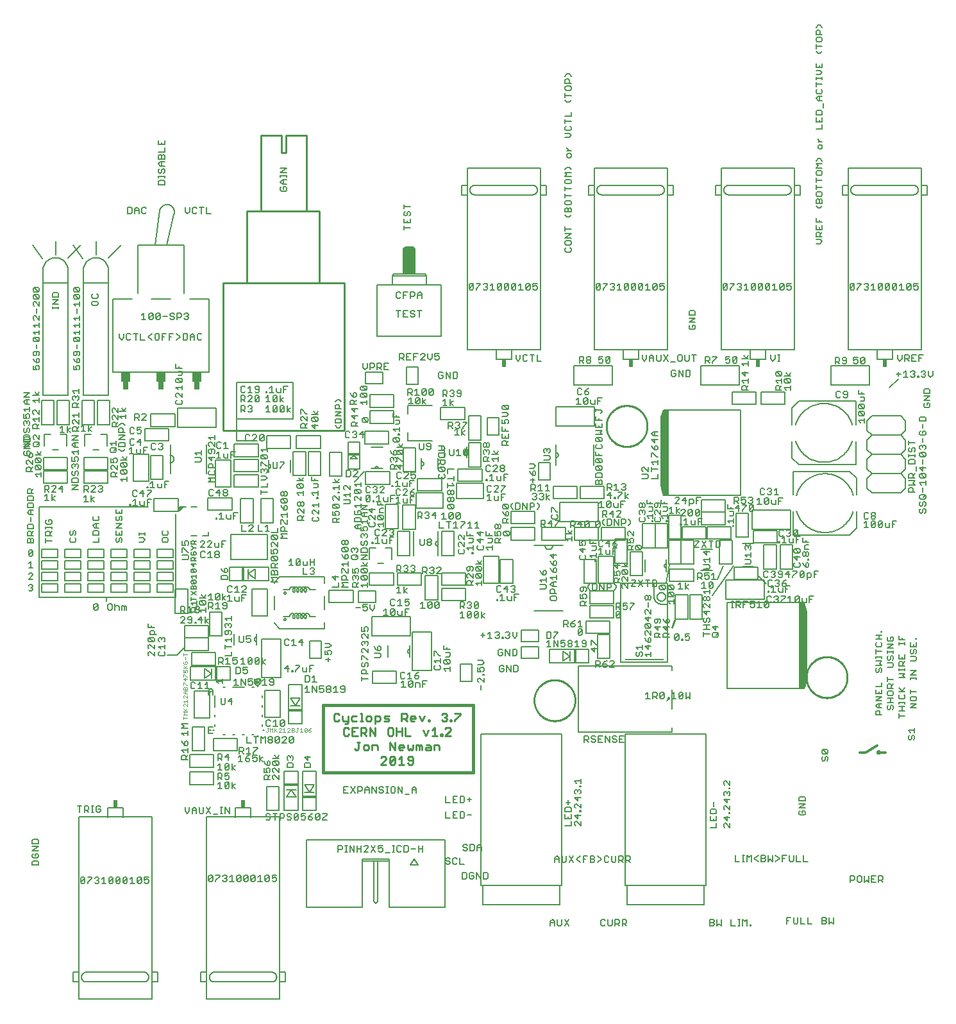
<source format=gto>
G75*
%MOIN*%
%OFA0B0*%
%FSLAX25Y25*%
%IPPOS*%
%LPD*%
%AMOC8*
5,1,8,0,0,1.08239X$1,22.5*
%
%ADD10C,0.00700*%
%ADD11C,0.01200*%
%ADD12C,0.00900*%
%ADD13C,0.01600*%
%ADD14C,0.00500*%
%ADD15C,0.00800*%
%ADD16C,0.00600*%
%ADD17C,0.01100*%
%ADD18C,0.00787*%
%ADD19R,0.02000X0.04000*%
%ADD20R,0.05000X0.05000*%
%ADD21R,0.03000X0.04000*%
%ADD22R,0.01250X0.07500*%
%ADD23R,0.06000X0.01250*%
%ADD24R,0.07500X0.01250*%
%ADD25C,0.00400*%
%ADD26R,0.20472X0.00787*%
D10*
X0083780Y0070934D02*
X0083780Y0072585D01*
X0084331Y0073136D01*
X0086533Y0073136D01*
X0087083Y0072585D01*
X0087083Y0070934D01*
X0083780Y0070934D01*
X0084331Y0074617D02*
X0086533Y0074617D01*
X0087083Y0075167D01*
X0087083Y0076268D01*
X0086533Y0076819D01*
X0085432Y0076819D01*
X0085432Y0075718D01*
X0084331Y0076819D02*
X0083780Y0076268D01*
X0083780Y0075167D01*
X0084331Y0074617D01*
X0083780Y0078300D02*
X0087083Y0080502D01*
X0083780Y0080502D01*
X0083780Y0081983D02*
X0083780Y0083635D01*
X0084331Y0084185D01*
X0086533Y0084185D01*
X0087083Y0083635D01*
X0087083Y0081983D01*
X0083780Y0081983D01*
X0083780Y0078300D02*
X0087083Y0078300D01*
X0108952Y0064052D02*
X0109502Y0064603D01*
X0110603Y0064603D01*
X0111153Y0064052D01*
X0108952Y0061850D01*
X0109502Y0061300D01*
X0110603Y0061300D01*
X0111153Y0061850D01*
X0111153Y0064052D01*
X0112635Y0064603D02*
X0114837Y0064603D01*
X0114837Y0064052D01*
X0112635Y0061850D01*
X0112635Y0061300D01*
X0116318Y0061850D02*
X0116868Y0061300D01*
X0117969Y0061300D01*
X0118520Y0061850D01*
X0118520Y0062401D01*
X0117969Y0062951D01*
X0117419Y0062951D01*
X0117969Y0062951D02*
X0118520Y0063502D01*
X0118520Y0064052D01*
X0117969Y0064603D01*
X0116868Y0064603D01*
X0116318Y0064052D01*
X0120001Y0063502D02*
X0121102Y0064603D01*
X0121102Y0061300D01*
X0120001Y0061300D02*
X0122203Y0061300D01*
X0123684Y0061850D02*
X0125886Y0064052D01*
X0125886Y0061850D01*
X0125336Y0061300D01*
X0124235Y0061300D01*
X0123684Y0061850D01*
X0123684Y0064052D01*
X0124235Y0064603D01*
X0125336Y0064603D01*
X0125886Y0064052D01*
X0127367Y0064052D02*
X0127918Y0064603D01*
X0129019Y0064603D01*
X0129569Y0064052D01*
X0127367Y0061850D01*
X0127918Y0061300D01*
X0129019Y0061300D01*
X0129569Y0061850D01*
X0129569Y0064052D01*
X0131050Y0064052D02*
X0131601Y0064603D01*
X0132702Y0064603D01*
X0133252Y0064052D01*
X0131050Y0061850D01*
X0131601Y0061300D01*
X0132702Y0061300D01*
X0133252Y0061850D01*
X0133252Y0064052D01*
X0134734Y0063502D02*
X0135835Y0064603D01*
X0135835Y0061300D01*
X0136935Y0061300D02*
X0134734Y0061300D01*
X0138417Y0061850D02*
X0140619Y0064052D01*
X0140619Y0061850D01*
X0140068Y0061300D01*
X0138967Y0061300D01*
X0138417Y0061850D01*
X0138417Y0064052D01*
X0138967Y0064603D01*
X0140068Y0064603D01*
X0140619Y0064052D01*
X0142100Y0064603D02*
X0142100Y0062951D01*
X0143201Y0063502D01*
X0143751Y0063502D01*
X0144302Y0062951D01*
X0144302Y0061850D01*
X0143751Y0061300D01*
X0142650Y0061300D01*
X0142100Y0061850D01*
X0142100Y0064603D02*
X0144302Y0064603D01*
X0131050Y0064052D02*
X0131050Y0061850D01*
X0127367Y0061850D02*
X0127367Y0064052D01*
X0108952Y0064052D02*
X0108952Y0061850D01*
X0108384Y0098300D02*
X0108384Y0101603D01*
X0107283Y0101603D02*
X0109485Y0101603D01*
X0110966Y0101603D02*
X0112618Y0101603D01*
X0113168Y0101052D01*
X0113168Y0099951D01*
X0112618Y0099401D01*
X0110966Y0099401D01*
X0110966Y0098300D02*
X0110966Y0101603D01*
X0112067Y0099401D02*
X0113168Y0098300D01*
X0114649Y0098300D02*
X0115750Y0098300D01*
X0115200Y0098300D02*
X0115200Y0101603D01*
X0115750Y0101603D02*
X0114649Y0101603D01*
X0117105Y0101052D02*
X0117105Y0098850D01*
X0117655Y0098300D01*
X0118756Y0098300D01*
X0119307Y0098850D01*
X0119307Y0099951D01*
X0118206Y0099951D01*
X0119307Y0101052D02*
X0118756Y0101603D01*
X0117655Y0101603D01*
X0117105Y0101052D01*
X0163283Y0101103D02*
X0163283Y0098901D01*
X0164384Y0097800D01*
X0165485Y0098901D01*
X0165485Y0101103D01*
X0166966Y0100002D02*
X0168067Y0101103D01*
X0169168Y0100002D01*
X0169168Y0097800D01*
X0170649Y0098350D02*
X0171200Y0097800D01*
X0172301Y0097800D01*
X0172851Y0098350D01*
X0172851Y0101103D01*
X0174333Y0101103D02*
X0176534Y0097800D01*
X0178016Y0097250D02*
X0180218Y0097250D01*
X0181699Y0097800D02*
X0182800Y0097800D01*
X0182249Y0097800D02*
X0182249Y0101103D01*
X0181699Y0101103D02*
X0182800Y0101103D01*
X0184154Y0101103D02*
X0186356Y0097800D01*
X0186356Y0101103D01*
X0184154Y0101103D02*
X0184154Y0097800D01*
X0176534Y0101103D02*
X0174333Y0097800D01*
X0170649Y0098350D02*
X0170649Y0101103D01*
X0169168Y0099451D02*
X0166966Y0099451D01*
X0166966Y0100002D02*
X0166966Y0097800D01*
X0180283Y0110800D02*
X0182485Y0110800D01*
X0181384Y0110800D02*
X0181384Y0114103D01*
X0180283Y0113002D01*
X0180283Y0115300D02*
X0180283Y0118603D01*
X0181934Y0118603D01*
X0182485Y0118052D01*
X0182485Y0116951D01*
X0181934Y0116401D01*
X0180283Y0116401D01*
X0181384Y0116401D02*
X0182485Y0115300D01*
X0183966Y0115850D02*
X0184517Y0115300D01*
X0185618Y0115300D01*
X0186168Y0115850D01*
X0186168Y0116951D01*
X0185618Y0117502D01*
X0185067Y0117502D01*
X0183966Y0116951D01*
X0183966Y0118603D01*
X0186168Y0118603D01*
X0185618Y0120300D02*
X0184517Y0120300D01*
X0183966Y0120850D01*
X0186168Y0123052D01*
X0186168Y0120850D01*
X0185618Y0120300D01*
X0183966Y0120850D02*
X0183966Y0123052D01*
X0184517Y0123603D01*
X0185618Y0123603D01*
X0186168Y0123052D01*
X0187649Y0123603D02*
X0187649Y0120300D01*
X0187649Y0121401D02*
X0189301Y0122502D01*
X0187649Y0121401D02*
X0189301Y0120300D01*
X0191033Y0124800D02*
X0193235Y0124800D01*
X0192134Y0124800D02*
X0192134Y0128103D01*
X0191033Y0127002D01*
X0191533Y0128800D02*
X0191533Y0132103D01*
X0193184Y0132103D01*
X0193735Y0131552D01*
X0193735Y0130451D01*
X0193184Y0129901D01*
X0191533Y0129901D01*
X0192634Y0129901D02*
X0193735Y0128800D01*
X0195216Y0128800D02*
X0197418Y0128800D01*
X0196918Y0128103D02*
X0195817Y0127552D01*
X0194716Y0126451D01*
X0196368Y0126451D01*
X0196918Y0125901D01*
X0196918Y0125350D01*
X0196368Y0124800D01*
X0195267Y0124800D01*
X0194716Y0125350D01*
X0194716Y0126451D01*
X0196317Y0128800D02*
X0196317Y0132103D01*
X0195216Y0131002D01*
X0195433Y0134300D02*
X0197635Y0134300D01*
X0195433Y0134300D02*
X0195433Y0137603D01*
X0199116Y0137603D02*
X0201318Y0137603D01*
X0200217Y0137603D02*
X0200217Y0134300D01*
X0201101Y0132103D02*
X0198899Y0132103D01*
X0201101Y0132103D02*
X0201101Y0131552D01*
X0198899Y0129350D01*
X0198899Y0128800D01*
X0198399Y0128103D02*
X0198399Y0126451D01*
X0199500Y0127002D01*
X0200051Y0127002D01*
X0200601Y0126451D01*
X0200601Y0125350D01*
X0200051Y0124800D01*
X0198950Y0124800D01*
X0198399Y0125350D01*
X0198399Y0128103D02*
X0200601Y0128103D01*
X0202083Y0128103D02*
X0202083Y0124800D01*
X0202083Y0125901D02*
X0203734Y0127002D01*
X0202083Y0125901D02*
X0203734Y0124800D01*
X0204280Y0124868D02*
X0204831Y0123767D01*
X0205932Y0122666D01*
X0205932Y0124318D01*
X0206482Y0124868D01*
X0207033Y0124868D01*
X0207583Y0124318D01*
X0207583Y0123217D01*
X0207033Y0122666D01*
X0205932Y0122666D01*
X0205932Y0121185D02*
X0207033Y0121185D01*
X0207583Y0120635D01*
X0207583Y0119534D01*
X0207033Y0118983D01*
X0205932Y0118983D02*
X0205381Y0120084D01*
X0205381Y0120635D01*
X0205932Y0121185D01*
X0204280Y0121185D02*
X0204280Y0118983D01*
X0205932Y0118983D01*
X0205932Y0117502D02*
X0206482Y0116951D01*
X0206482Y0115300D01*
X0206482Y0116401D02*
X0207583Y0117502D01*
X0208780Y0116951D02*
X0209331Y0117502D01*
X0209881Y0117502D01*
X0212083Y0115300D01*
X0212083Y0117502D01*
X0212083Y0118983D02*
X0209881Y0121185D01*
X0209331Y0121185D01*
X0208780Y0120635D01*
X0208780Y0119534D01*
X0209331Y0118983D01*
X0208780Y0116951D02*
X0208780Y0115850D01*
X0209331Y0115300D01*
X0207583Y0115300D02*
X0204280Y0115300D01*
X0204280Y0116951D01*
X0204831Y0117502D01*
X0205932Y0117502D01*
X0209331Y0122666D02*
X0208780Y0123217D01*
X0208780Y0124318D01*
X0209331Y0124868D01*
X0211533Y0122666D01*
X0212083Y0123217D01*
X0212083Y0124318D01*
X0211533Y0124868D01*
X0209331Y0124868D01*
X0208780Y0126349D02*
X0212083Y0126349D01*
X0210982Y0126349D02*
X0209881Y0128001D01*
X0210982Y0126349D02*
X0212083Y0128001D01*
X0216280Y0127135D02*
X0216831Y0127685D01*
X0217381Y0127685D01*
X0217932Y0127135D01*
X0218482Y0127685D01*
X0219033Y0127685D01*
X0219583Y0127135D01*
X0219583Y0126034D01*
X0219033Y0125483D01*
X0219033Y0124002D02*
X0216831Y0124002D01*
X0216280Y0123451D01*
X0216280Y0121800D01*
X0219583Y0121800D01*
X0219583Y0123451D01*
X0219033Y0124002D01*
X0216831Y0125483D02*
X0216280Y0126034D01*
X0216280Y0127135D01*
X0217932Y0127135D02*
X0217932Y0126584D01*
X0225280Y0127135D02*
X0226932Y0125483D01*
X0226932Y0127685D01*
X0228583Y0127135D02*
X0225280Y0127135D01*
X0225831Y0124002D02*
X0225280Y0123451D01*
X0225280Y0121800D01*
X0228583Y0121800D01*
X0228583Y0123451D01*
X0228033Y0124002D01*
X0225831Y0124002D01*
X0219183Y0134300D02*
X0218082Y0134300D01*
X0217532Y0134850D01*
X0219734Y0137052D01*
X0219734Y0134850D01*
X0219183Y0134300D01*
X0217532Y0134850D02*
X0217532Y0137052D01*
X0218082Y0137603D01*
X0219183Y0137603D01*
X0219734Y0137052D01*
X0216051Y0137052D02*
X0215500Y0137603D01*
X0214399Y0137603D01*
X0213849Y0137052D01*
X0212368Y0137052D02*
X0210166Y0134850D01*
X0210716Y0134300D01*
X0211817Y0134300D01*
X0212368Y0134850D01*
X0212368Y0137052D01*
X0211817Y0137603D01*
X0210716Y0137603D01*
X0210166Y0137052D01*
X0210166Y0134850D01*
X0208684Y0134850D02*
X0208134Y0134300D01*
X0207033Y0134300D01*
X0206483Y0134850D01*
X0206483Y0135401D01*
X0207033Y0135951D01*
X0208134Y0135951D01*
X0208684Y0135401D01*
X0208684Y0134850D01*
X0208134Y0135951D02*
X0208684Y0136502D01*
X0208684Y0137052D01*
X0208134Y0137603D01*
X0207033Y0137603D01*
X0206483Y0137052D01*
X0206483Y0136502D01*
X0207033Y0135951D01*
X0205001Y0137603D02*
X0205001Y0134300D01*
X0202799Y0134300D02*
X0202799Y0137603D01*
X0203900Y0136502D01*
X0205001Y0137603D01*
X0206084Y0142987D02*
X0207184Y0142987D01*
X0207735Y0143537D01*
X0209216Y0142987D02*
X0211418Y0142987D01*
X0210317Y0142987D02*
X0210317Y0146290D01*
X0209216Y0145189D01*
X0207735Y0145739D02*
X0207184Y0146290D01*
X0206084Y0146290D01*
X0205533Y0145739D01*
X0205533Y0143537D01*
X0206084Y0142987D01*
X0212899Y0143537D02*
X0215101Y0145739D01*
X0215101Y0143537D01*
X0214551Y0142987D01*
X0213450Y0142987D01*
X0212899Y0143537D01*
X0212899Y0145739D01*
X0213450Y0146290D01*
X0214551Y0146290D01*
X0215101Y0145739D01*
X0216051Y0137052D02*
X0216051Y0136502D01*
X0213849Y0134300D01*
X0216051Y0134300D01*
X0211533Y0122666D02*
X0209331Y0122666D01*
X0212083Y0121185D02*
X0212083Y0118983D01*
X0189301Y0113002D02*
X0187649Y0111901D01*
X0189301Y0110800D01*
X0187649Y0110800D02*
X0187649Y0114103D01*
X0186168Y0113552D02*
X0183966Y0111350D01*
X0184517Y0110800D01*
X0185618Y0110800D01*
X0186168Y0111350D01*
X0186168Y0113552D01*
X0185618Y0114103D01*
X0184517Y0114103D01*
X0183966Y0113552D01*
X0183966Y0111350D01*
X0182485Y0120300D02*
X0180283Y0120300D01*
X0181384Y0120300D02*
X0181384Y0123603D01*
X0180283Y0122502D01*
X0180283Y0125300D02*
X0180283Y0128603D01*
X0181934Y0128603D01*
X0182485Y0128052D01*
X0182485Y0126951D01*
X0181934Y0126401D01*
X0180283Y0126401D01*
X0181384Y0126401D02*
X0182485Y0125300D01*
X0183966Y0126951D02*
X0185618Y0128603D01*
X0185618Y0125300D01*
X0186168Y0126951D02*
X0183966Y0126951D01*
X0177735Y0139300D02*
X0175533Y0139300D01*
X0175533Y0142603D01*
X0177735Y0142603D01*
X0176634Y0140951D02*
X0175533Y0140951D01*
X0164833Y0140502D02*
X0164833Y0138300D01*
X0164833Y0139401D02*
X0161530Y0139401D01*
X0162631Y0138300D01*
X0161530Y0135368D02*
X0162081Y0134267D01*
X0163182Y0133166D01*
X0163182Y0134818D01*
X0163732Y0135368D01*
X0164283Y0135368D01*
X0164833Y0134818D01*
X0164833Y0133717D01*
X0164283Y0133166D01*
X0163182Y0133166D01*
X0164833Y0131685D02*
X0164833Y0129483D01*
X0164833Y0130584D02*
X0161530Y0130584D01*
X0162631Y0129483D01*
X0162081Y0128002D02*
X0163182Y0128002D01*
X0163732Y0127451D01*
X0163732Y0125800D01*
X0163732Y0126901D02*
X0164833Y0128002D01*
X0164833Y0125800D02*
X0161530Y0125800D01*
X0161530Y0127451D01*
X0162081Y0128002D01*
X0161530Y0141983D02*
X0162631Y0143084D01*
X0161530Y0144185D01*
X0164833Y0144185D01*
X0164833Y0141983D02*
X0161530Y0141983D01*
X0182033Y0154850D02*
X0182584Y0154300D01*
X0183684Y0154300D01*
X0184235Y0154850D01*
X0184235Y0157603D01*
X0182033Y0157603D02*
X0182033Y0154850D01*
X0185716Y0155951D02*
X0187918Y0155951D01*
X0187368Y0154300D02*
X0187368Y0157603D01*
X0185716Y0155951D01*
X0177735Y0159300D02*
X0177735Y0161502D01*
X0176634Y0162603D01*
X0175533Y0161502D01*
X0175533Y0159300D01*
X0175533Y0160951D02*
X0177735Y0160951D01*
X0175851Y0162550D02*
X0173649Y0162550D01*
X0174750Y0162550D02*
X0174750Y0165853D01*
X0173649Y0164752D01*
X0172168Y0162550D02*
X0169966Y0162550D01*
X0171067Y0162550D02*
X0171067Y0165853D01*
X0169966Y0164752D01*
X0168485Y0165302D02*
X0167934Y0165853D01*
X0166834Y0165853D01*
X0166283Y0165302D01*
X0166283Y0163100D01*
X0166834Y0162550D01*
X0167934Y0162550D01*
X0168485Y0163100D01*
X0179530Y0166401D02*
X0182833Y0166401D01*
X0182833Y0165300D02*
X0182833Y0167502D01*
X0180631Y0165300D02*
X0179530Y0166401D01*
X0188783Y0166502D02*
X0189884Y0167603D01*
X0189884Y0164300D01*
X0188783Y0164300D02*
X0190985Y0164300D01*
X0192466Y0164300D02*
X0192466Y0167603D01*
X0194668Y0164300D01*
X0194668Y0167603D01*
X0196149Y0167603D02*
X0196149Y0165951D01*
X0197250Y0166502D01*
X0197801Y0166502D01*
X0198351Y0165951D01*
X0198351Y0164850D01*
X0197801Y0164300D01*
X0196700Y0164300D01*
X0196149Y0164850D01*
X0196149Y0167603D02*
X0198351Y0167603D01*
X0199530Y0167502D02*
X0199530Y0165300D01*
X0201182Y0165300D01*
X0200631Y0166401D01*
X0200631Y0166951D01*
X0201182Y0167502D01*
X0202283Y0167502D01*
X0202833Y0166951D01*
X0202833Y0165850D01*
X0202283Y0165300D01*
X0202034Y0165401D02*
X0202034Y0164850D01*
X0201484Y0164300D01*
X0200383Y0164300D01*
X0199833Y0164850D01*
X0199833Y0165401D01*
X0200383Y0165951D01*
X0201484Y0165951D01*
X0202034Y0165401D01*
X0201484Y0165951D02*
X0202034Y0166502D01*
X0202034Y0167052D01*
X0201484Y0167603D01*
X0200383Y0167603D01*
X0199833Y0167052D01*
X0199833Y0166502D01*
X0200383Y0165951D01*
X0203516Y0166502D02*
X0204617Y0167603D01*
X0204617Y0164300D01*
X0203516Y0164300D02*
X0205718Y0164300D01*
X0207199Y0164850D02*
X0207749Y0164300D01*
X0208850Y0164300D01*
X0209401Y0164850D01*
X0209401Y0167052D01*
X0208850Y0167603D01*
X0207749Y0167603D01*
X0207199Y0167052D01*
X0207199Y0166502D01*
X0207749Y0165951D01*
X0209401Y0165951D01*
X0215139Y0173040D02*
X0217341Y0173040D01*
X0216791Y0174691D02*
X0215139Y0173040D01*
X0216791Y0171389D02*
X0216791Y0174691D01*
X0218823Y0171939D02*
X0219373Y0171939D01*
X0219373Y0171389D01*
X0218823Y0171389D01*
X0218823Y0171939D01*
X0220664Y0171939D02*
X0220664Y0171389D01*
X0220664Y0171939D02*
X0222866Y0174141D01*
X0222866Y0174691D01*
X0220664Y0174691D01*
X0224347Y0173590D02*
X0224347Y0171939D01*
X0224898Y0171389D01*
X0226549Y0171389D01*
X0226549Y0173590D01*
X0228030Y0173040D02*
X0229131Y0173040D01*
X0228030Y0171389D02*
X0228030Y0174691D01*
X0230232Y0174691D01*
X0230567Y0169353D02*
X0230567Y0166050D01*
X0229466Y0166050D02*
X0231668Y0166050D01*
X0231668Y0163853D02*
X0231668Y0160550D01*
X0229466Y0163853D01*
X0229466Y0160550D01*
X0227985Y0160550D02*
X0225783Y0160550D01*
X0226884Y0160550D02*
X0226884Y0163853D01*
X0225783Y0162752D01*
X0225783Y0166050D02*
X0227434Y0166050D01*
X0227985Y0166600D01*
X0227985Y0168802D01*
X0227434Y0169353D01*
X0225783Y0169353D01*
X0225783Y0166050D01*
X0229466Y0168252D02*
X0230567Y0169353D01*
X0233149Y0163853D02*
X0233149Y0162201D01*
X0234250Y0162752D01*
X0234801Y0162752D01*
X0235351Y0162201D01*
X0235351Y0161100D01*
X0234801Y0160550D01*
X0233700Y0160550D01*
X0233149Y0161100D01*
X0233149Y0163853D02*
X0235351Y0163853D01*
X0236833Y0163302D02*
X0237383Y0163853D01*
X0238484Y0163853D01*
X0239034Y0163302D01*
X0239034Y0162752D01*
X0238484Y0162201D01*
X0237383Y0162201D01*
X0236833Y0162752D01*
X0236833Y0163302D01*
X0237383Y0162201D02*
X0236833Y0161651D01*
X0236833Y0161100D01*
X0237383Y0160550D01*
X0238484Y0160550D01*
X0239034Y0161100D01*
X0239034Y0161651D01*
X0238484Y0162201D01*
X0240516Y0162752D02*
X0241617Y0163853D01*
X0241617Y0160550D01*
X0240516Y0160550D02*
X0242718Y0160550D01*
X0244199Y0161100D02*
X0244749Y0160550D01*
X0245850Y0160550D01*
X0246401Y0161100D01*
X0246401Y0163302D01*
X0245850Y0163853D01*
X0244749Y0163853D01*
X0244199Y0163302D01*
X0244199Y0162752D01*
X0244749Y0162201D01*
X0246401Y0162201D01*
X0255180Y0166547D02*
X0255180Y0168749D01*
X0255180Y0167648D02*
X0258483Y0167648D01*
X0258483Y0170231D02*
X0255180Y0170231D01*
X0255180Y0171882D01*
X0255731Y0172432D01*
X0256832Y0172432D01*
X0257382Y0171882D01*
X0257382Y0170231D01*
X0257933Y0173914D02*
X0258483Y0174464D01*
X0258483Y0175565D01*
X0257933Y0176116D01*
X0257382Y0176116D01*
X0256832Y0175565D01*
X0256832Y0174464D01*
X0256281Y0173914D01*
X0255731Y0173914D01*
X0255180Y0174464D01*
X0255180Y0175565D01*
X0255731Y0176116D01*
X0255180Y0177597D02*
X0255180Y0179799D01*
X0255731Y0179799D01*
X0257933Y0177597D01*
X0258483Y0177597D01*
X0261680Y0178646D02*
X0264433Y0178646D01*
X0264983Y0179197D01*
X0264983Y0180298D01*
X0264433Y0180848D01*
X0261680Y0180848D01*
X0263332Y0182329D02*
X0263332Y0183981D01*
X0263882Y0184531D01*
X0264433Y0184531D01*
X0264983Y0183981D01*
X0264983Y0182880D01*
X0264433Y0182329D01*
X0263332Y0182329D01*
X0262231Y0183430D01*
X0261680Y0184531D01*
X0258483Y0185514D02*
X0257933Y0184963D01*
X0258483Y0185514D02*
X0258483Y0186615D01*
X0257933Y0187165D01*
X0257382Y0187165D01*
X0256832Y0186615D01*
X0256832Y0186064D01*
X0256832Y0186615D02*
X0256281Y0187165D01*
X0255731Y0187165D01*
X0255180Y0186615D01*
X0255180Y0185514D01*
X0255731Y0184963D01*
X0255731Y0183482D02*
X0255180Y0182931D01*
X0255180Y0181830D01*
X0255731Y0181280D01*
X0255731Y0183482D02*
X0256281Y0183482D01*
X0258483Y0181280D01*
X0258483Y0183482D01*
X0258483Y0188646D02*
X0256281Y0190848D01*
X0255731Y0190848D01*
X0255180Y0190298D01*
X0255180Y0189197D01*
X0255731Y0188646D01*
X0258483Y0188646D02*
X0258483Y0190848D01*
X0257933Y0192329D02*
X0258483Y0192880D01*
X0258483Y0193981D01*
X0257933Y0194531D01*
X0256832Y0194531D01*
X0256281Y0193981D01*
X0256281Y0193430D01*
X0256832Y0192329D01*
X0255180Y0192329D01*
X0255180Y0194531D01*
X0256367Y0203146D02*
X0255816Y0203697D01*
X0256367Y0203146D02*
X0257468Y0203146D01*
X0258018Y0203697D01*
X0258018Y0204797D01*
X0257468Y0205348D01*
X0256917Y0205348D01*
X0255816Y0204797D01*
X0255816Y0206449D01*
X0258018Y0206449D01*
X0259499Y0206449D02*
X0259499Y0204247D01*
X0260600Y0203146D01*
X0261701Y0204247D01*
X0261701Y0206449D01*
X0266550Y0203002D02*
X0267651Y0204103D01*
X0267651Y0200800D01*
X0266550Y0200800D02*
X0268752Y0200800D01*
X0270234Y0201350D02*
X0272435Y0203552D01*
X0272435Y0201350D01*
X0271885Y0200800D01*
X0270784Y0200800D01*
X0270234Y0201350D01*
X0270234Y0203552D01*
X0270784Y0204103D01*
X0271885Y0204103D01*
X0272435Y0203552D01*
X0273917Y0203002D02*
X0273917Y0201350D01*
X0274467Y0200800D01*
X0276119Y0200800D01*
X0276119Y0203002D01*
X0277600Y0202451D02*
X0278701Y0202451D01*
X0277600Y0200800D02*
X0277600Y0204103D01*
X0279802Y0204103D01*
X0279251Y0205800D02*
X0278150Y0205800D01*
X0277600Y0206350D01*
X0277600Y0207451D02*
X0278701Y0208002D01*
X0279251Y0208002D01*
X0279802Y0207451D01*
X0279802Y0206350D01*
X0279251Y0205800D01*
X0277600Y0207451D02*
X0277600Y0209103D01*
X0279802Y0209103D01*
X0278618Y0212300D02*
X0276966Y0213401D01*
X0278618Y0214502D01*
X0276966Y0215603D02*
X0276966Y0212300D01*
X0275485Y0212300D02*
X0273283Y0212300D01*
X0274384Y0212300D02*
X0274384Y0215603D01*
X0273283Y0214502D01*
X0273283Y0223300D02*
X0273283Y0226603D01*
X0274934Y0226603D01*
X0275485Y0226052D01*
X0275485Y0224951D01*
X0274934Y0224401D01*
X0273283Y0224401D01*
X0274384Y0224401D02*
X0275485Y0223300D01*
X0276966Y0223850D02*
X0277517Y0223300D01*
X0278618Y0223300D01*
X0279168Y0223850D01*
X0279168Y0224401D01*
X0278618Y0224951D01*
X0278067Y0224951D01*
X0278618Y0224951D02*
X0279168Y0225502D01*
X0279168Y0226052D01*
X0278618Y0226603D01*
X0277517Y0226603D01*
X0276966Y0226052D01*
X0280649Y0226052D02*
X0281200Y0226603D01*
X0282301Y0226603D01*
X0282851Y0226052D01*
X0282851Y0225502D01*
X0282301Y0224951D01*
X0282851Y0224401D01*
X0282851Y0223850D01*
X0282301Y0223300D01*
X0281200Y0223300D01*
X0280649Y0223850D01*
X0281750Y0224951D02*
X0282301Y0224951D01*
X0286783Y0225603D02*
X0286783Y0222300D01*
X0286783Y0223401D02*
X0288434Y0223401D01*
X0288985Y0223951D01*
X0288985Y0225052D01*
X0288434Y0225603D01*
X0286783Y0225603D01*
X0287884Y0223401D02*
X0288985Y0222300D01*
X0290466Y0222850D02*
X0291017Y0222300D01*
X0292118Y0222300D01*
X0292668Y0222850D01*
X0292668Y0223401D01*
X0292118Y0223951D01*
X0291567Y0223951D01*
X0292118Y0223951D02*
X0292668Y0224502D01*
X0292668Y0225052D01*
X0292118Y0225603D01*
X0291017Y0225603D01*
X0290466Y0225052D01*
X0294149Y0225052D02*
X0294700Y0225603D01*
X0295801Y0225603D01*
X0296351Y0225052D01*
X0296351Y0224502D01*
X0294149Y0222300D01*
X0296351Y0222300D01*
X0305831Y0232800D02*
X0308033Y0232800D01*
X0308583Y0233350D01*
X0308583Y0234451D01*
X0308033Y0235002D01*
X0308583Y0236483D02*
X0306381Y0238685D01*
X0305831Y0238685D01*
X0305280Y0238135D01*
X0305280Y0237034D01*
X0305831Y0236483D01*
X0305831Y0235002D02*
X0305280Y0234451D01*
X0305280Y0233350D01*
X0305831Y0232800D01*
X0308583Y0236483D02*
X0308583Y0238685D01*
X0308583Y0240166D02*
X0306381Y0242368D01*
X0305831Y0242368D01*
X0305280Y0241818D01*
X0305280Y0240717D01*
X0305831Y0240166D01*
X0308583Y0240166D02*
X0308583Y0242368D01*
X0309780Y0242008D02*
X0309780Y0244210D01*
X0310279Y0246005D02*
X0312481Y0246005D01*
X0311380Y0246005D02*
X0311380Y0249308D01*
X0310279Y0248207D01*
X0308798Y0248757D02*
X0306596Y0246555D01*
X0306596Y0246005D01*
X0305115Y0246005D02*
X0302913Y0246005D01*
X0304014Y0246005D02*
X0304014Y0249308D01*
X0302913Y0248207D01*
X0301432Y0249308D02*
X0299230Y0249308D01*
X0300331Y0249308D02*
X0300331Y0246005D01*
X0297749Y0246005D02*
X0295547Y0246005D01*
X0295547Y0249308D01*
X0296783Y0250800D02*
X0298985Y0250800D01*
X0297884Y0250800D02*
X0297884Y0254103D01*
X0296783Y0253002D01*
X0293851Y0252701D02*
X0291649Y0252701D01*
X0293301Y0254353D01*
X0293301Y0251050D01*
X0290168Y0251600D02*
X0289618Y0251050D01*
X0288517Y0251050D01*
X0287966Y0251600D01*
X0289067Y0252701D02*
X0289618Y0252701D01*
X0290168Y0252151D01*
X0290168Y0251600D01*
X0289618Y0252701D02*
X0290168Y0253252D01*
X0290168Y0253802D01*
X0289618Y0254353D01*
X0288517Y0254353D01*
X0287966Y0253802D01*
X0286485Y0253802D02*
X0286485Y0252701D01*
X0285934Y0252151D01*
X0284283Y0252151D01*
X0284283Y0251050D02*
X0284283Y0254353D01*
X0285934Y0254353D01*
X0286485Y0253802D01*
X0285384Y0252151D02*
X0286485Y0251050D01*
X0280350Y0259022D02*
X0280350Y0262325D01*
X0282552Y0262325D01*
X0281974Y0263050D02*
X0282524Y0263600D01*
X0282524Y0264151D01*
X0281974Y0264701D01*
X0280322Y0264701D01*
X0280322Y0263600D01*
X0280873Y0263050D01*
X0281974Y0263050D01*
X0280322Y0264701D02*
X0281423Y0265802D01*
X0282524Y0266353D01*
X0280100Y0267522D02*
X0280100Y0270825D01*
X0282302Y0270825D01*
X0282474Y0271800D02*
X0281373Y0271800D01*
X0280822Y0272350D01*
X0280822Y0273451D02*
X0281923Y0274002D01*
X0282474Y0274002D01*
X0283024Y0273451D01*
X0283024Y0272350D01*
X0282474Y0271800D01*
X0280822Y0273451D02*
X0280822Y0275103D01*
X0283024Y0275103D01*
X0279341Y0274552D02*
X0278791Y0275103D01*
X0277690Y0275103D01*
X0277139Y0274552D01*
X0275658Y0274552D02*
X0275107Y0275103D01*
X0274007Y0275103D01*
X0273456Y0274552D01*
X0273456Y0272350D01*
X0274007Y0271800D01*
X0275107Y0271800D01*
X0275658Y0272350D01*
X0277139Y0271800D02*
X0279341Y0274002D01*
X0279341Y0274552D01*
X0279341Y0271800D02*
X0277139Y0271800D01*
X0276417Y0269724D02*
X0276417Y0268073D01*
X0276967Y0267522D01*
X0278619Y0267522D01*
X0278619Y0269724D01*
X0280100Y0269174D02*
X0281201Y0269174D01*
X0278291Y0266353D02*
X0277190Y0266353D01*
X0276639Y0265802D01*
X0275158Y0265802D02*
X0274607Y0266353D01*
X0273507Y0266353D01*
X0272956Y0265802D01*
X0272956Y0263600D01*
X0273507Y0263050D01*
X0274607Y0263050D01*
X0275158Y0263600D01*
X0276639Y0263050D02*
X0278841Y0265252D01*
X0278841Y0265802D01*
X0278291Y0266353D01*
X0278841Y0263050D02*
X0276639Y0263050D01*
X0276667Y0261224D02*
X0276667Y0259573D01*
X0277217Y0259022D01*
X0278869Y0259022D01*
X0278869Y0261224D01*
X0280350Y0260674D02*
X0281451Y0260674D01*
X0275186Y0259022D02*
X0272984Y0259022D01*
X0274085Y0259022D02*
X0274085Y0262325D01*
X0272984Y0261224D01*
X0271350Y0261451D02*
X0270249Y0261451D01*
X0268768Y0262002D02*
X0268768Y0259800D01*
X0267116Y0259800D01*
X0266566Y0260350D01*
X0266566Y0262002D01*
X0266926Y0264300D02*
X0264724Y0264300D01*
X0266926Y0266502D01*
X0266926Y0267052D01*
X0266376Y0267603D01*
X0265275Y0267603D01*
X0264724Y0267052D01*
X0263243Y0267052D02*
X0263243Y0266502D01*
X0262692Y0265951D01*
X0263243Y0265401D01*
X0263243Y0264850D01*
X0262692Y0264300D01*
X0261591Y0264300D01*
X0261041Y0264850D01*
X0259560Y0264850D02*
X0259009Y0264300D01*
X0257908Y0264300D01*
X0257358Y0264850D01*
X0257358Y0267052D01*
X0257908Y0267603D01*
X0259009Y0267603D01*
X0259560Y0267052D01*
X0261041Y0267052D02*
X0261591Y0267603D01*
X0262692Y0267603D01*
X0263243Y0267052D01*
X0262692Y0265951D02*
X0262142Y0265951D01*
X0263984Y0263103D02*
X0262883Y0262002D01*
X0263984Y0263103D02*
X0263984Y0259800D01*
X0263280Y0260051D02*
X0263280Y0257849D01*
X0266583Y0257849D01*
X0266583Y0256368D02*
X0264932Y0256368D01*
X0264381Y0255818D01*
X0264381Y0254166D01*
X0266583Y0254166D01*
X0266033Y0252685D02*
X0266583Y0252135D01*
X0266583Y0251034D01*
X0266033Y0250483D01*
X0263831Y0252685D01*
X0266033Y0252685D01*
X0266033Y0250483D02*
X0263831Y0250483D01*
X0263280Y0251034D01*
X0263280Y0252135D01*
X0263831Y0252685D01*
X0262083Y0252685D02*
X0262083Y0250483D01*
X0259881Y0252685D01*
X0259331Y0252685D01*
X0258780Y0252135D01*
X0258780Y0251034D01*
X0259331Y0250483D01*
X0258083Y0250418D02*
X0258083Y0248216D01*
X0258780Y0248451D02*
X0258780Y0247350D01*
X0259331Y0246800D01*
X0261533Y0246800D01*
X0262083Y0247350D01*
X0262083Y0248451D01*
X0261533Y0249002D01*
X0263280Y0247901D02*
X0266583Y0247901D01*
X0266583Y0246800D02*
X0266583Y0249002D01*
X0264381Y0246800D02*
X0263280Y0247901D01*
X0262784Y0245353D02*
X0262234Y0244802D01*
X0262234Y0242600D01*
X0262784Y0242050D01*
X0263885Y0242050D01*
X0264436Y0242600D01*
X0265917Y0242050D02*
X0268119Y0244252D01*
X0268119Y0244802D01*
X0267568Y0245353D01*
X0266467Y0245353D01*
X0265917Y0244802D01*
X0264436Y0244802D02*
X0263885Y0245353D01*
X0262784Y0245353D01*
X0263335Y0241353D02*
X0263335Y0238050D01*
X0262234Y0238050D02*
X0264436Y0238050D01*
X0265917Y0238600D02*
X0266467Y0238050D01*
X0268119Y0238050D01*
X0268119Y0240252D01*
X0269600Y0239701D02*
X0270701Y0239701D01*
X0269600Y0238050D02*
X0269600Y0241353D01*
X0271802Y0241353D01*
X0271251Y0242050D02*
X0270150Y0242050D01*
X0269600Y0242600D01*
X0270701Y0243701D02*
X0271251Y0243701D01*
X0271802Y0243151D01*
X0271802Y0242600D01*
X0271251Y0242050D01*
X0271251Y0243701D02*
X0271802Y0244252D01*
X0271802Y0244802D01*
X0271251Y0245353D01*
X0270150Y0245353D01*
X0269600Y0244802D01*
X0268119Y0242050D02*
X0265917Y0242050D01*
X0265917Y0240252D02*
X0265917Y0238600D01*
X0263335Y0241353D02*
X0262234Y0240252D01*
X0260943Y0238600D02*
X0260943Y0238050D01*
X0260392Y0238050D01*
X0260392Y0238600D01*
X0260943Y0238600D01*
X0258083Y0238818D02*
X0258083Y0237717D01*
X0257533Y0237166D01*
X0256432Y0237717D02*
X0256432Y0238818D01*
X0256982Y0239368D01*
X0257533Y0239368D01*
X0258083Y0238818D01*
X0256432Y0237717D02*
X0255881Y0237166D01*
X0255331Y0237166D01*
X0254780Y0237717D01*
X0254780Y0238818D01*
X0255331Y0239368D01*
X0255331Y0240849D02*
X0254780Y0241400D01*
X0254780Y0242501D01*
X0255331Y0243051D01*
X0255881Y0243051D01*
X0256432Y0242501D01*
X0256982Y0243051D01*
X0257533Y0243051D01*
X0258083Y0242501D01*
X0258083Y0241400D01*
X0257533Y0240849D01*
X0256432Y0241950D02*
X0256432Y0242501D01*
X0256432Y0244533D02*
X0255881Y0245634D01*
X0255881Y0246184D01*
X0256432Y0246734D01*
X0257533Y0246734D01*
X0258083Y0246184D01*
X0258083Y0245083D01*
X0257533Y0244533D01*
X0256432Y0244533D02*
X0254780Y0244533D01*
X0254780Y0246734D01*
X0254658Y0247720D02*
X0252456Y0247720D01*
X0251355Y0246619D01*
X0252456Y0245518D01*
X0254658Y0245518D01*
X0253006Y0245518D02*
X0253006Y0247720D01*
X0251355Y0249201D02*
X0254658Y0249201D01*
X0254658Y0250853D01*
X0254107Y0251403D01*
X0251906Y0251403D01*
X0251355Y0250853D01*
X0251355Y0249201D01*
X0254780Y0249317D02*
X0258083Y0249317D01*
X0258780Y0248451D02*
X0259331Y0249002D01*
X0258083Y0251899D02*
X0255881Y0251899D01*
X0254780Y0253000D01*
X0255881Y0254101D01*
X0258083Y0254101D01*
X0258083Y0255582D02*
X0254780Y0255582D01*
X0258083Y0257784D01*
X0254780Y0257784D01*
X0254658Y0257668D02*
X0251355Y0257668D01*
X0252456Y0256567D01*
X0253006Y0255086D02*
X0253006Y0253985D01*
X0253006Y0255086D02*
X0254107Y0255086D01*
X0254658Y0254536D01*
X0254658Y0253435D01*
X0254107Y0252884D01*
X0251906Y0252884D01*
X0251355Y0253435D01*
X0251355Y0254536D01*
X0251906Y0255086D01*
X0254658Y0256567D02*
X0254658Y0258769D01*
X0254658Y0260251D02*
X0252456Y0262452D01*
X0251906Y0262452D01*
X0251355Y0261902D01*
X0251355Y0260801D01*
X0251906Y0260251D01*
X0249158Y0260221D02*
X0248607Y0260771D01*
X0245855Y0260771D01*
X0246956Y0262253D02*
X0245855Y0263354D01*
X0249158Y0263354D01*
X0249158Y0264454D02*
X0249158Y0262253D01*
X0249158Y0260221D02*
X0249158Y0259120D01*
X0248607Y0258569D01*
X0245855Y0258569D01*
X0243272Y0257896D02*
X0243272Y0256795D01*
X0242722Y0256245D01*
X0240520Y0258447D01*
X0242722Y0258447D01*
X0243272Y0257896D01*
X0242722Y0256245D02*
X0240520Y0256245D01*
X0239969Y0256795D01*
X0239969Y0257896D01*
X0240520Y0258447D01*
X0240520Y0260485D02*
X0239969Y0261036D01*
X0239969Y0262136D01*
X0240520Y0262687D01*
X0241070Y0262687D01*
X0243272Y0260485D01*
X0243272Y0262687D01*
X0243272Y0264168D02*
X0243272Y0264719D01*
X0242722Y0264719D01*
X0242722Y0264168D01*
X0243272Y0264168D01*
X0243272Y0266010D02*
X0243272Y0268212D01*
X0243272Y0267111D02*
X0239969Y0267111D01*
X0241070Y0266010D01*
X0239969Y0269693D02*
X0243272Y0269693D01*
X0242171Y0269693D02*
X0241070Y0271344D01*
X0242171Y0269693D02*
X0243272Y0271344D01*
X0247232Y0272788D02*
X0247232Y0276091D01*
X0248883Y0276091D01*
X0249434Y0275541D01*
X0249434Y0273339D01*
X0248883Y0272788D01*
X0247232Y0272788D01*
X0250915Y0272788D02*
X0253117Y0274990D01*
X0253117Y0275541D01*
X0252566Y0276091D01*
X0251465Y0276091D01*
X0250915Y0275541D01*
X0250915Y0272788D02*
X0253117Y0272788D01*
X0254658Y0269819D02*
X0254658Y0267617D01*
X0254658Y0268718D02*
X0251355Y0268718D01*
X0252456Y0267617D01*
X0251906Y0266136D02*
X0254107Y0266136D01*
X0254658Y0265585D01*
X0254658Y0264484D01*
X0254107Y0263934D01*
X0251906Y0266136D01*
X0251355Y0265585D01*
X0251355Y0264484D01*
X0251906Y0263934D01*
X0254107Y0263934D01*
X0254658Y0262452D02*
X0254658Y0260251D01*
X0257358Y0260350D02*
X0259560Y0262552D01*
X0259560Y0260350D01*
X0259009Y0259800D01*
X0257908Y0259800D01*
X0257358Y0260350D01*
X0257358Y0262552D01*
X0257908Y0263103D01*
X0259009Y0263103D01*
X0259560Y0262552D01*
X0261041Y0260350D02*
X0261591Y0260350D01*
X0261591Y0259800D01*
X0261041Y0259800D01*
X0261041Y0260350D01*
X0262883Y0259800D02*
X0265084Y0259800D01*
X0264932Y0258950D02*
X0264932Y0257849D01*
X0262083Y0255818D02*
X0258780Y0255818D01*
X0260432Y0254166D01*
X0260432Y0256368D01*
X0256432Y0254101D02*
X0256432Y0251899D01*
X0254780Y0249317D02*
X0255881Y0248216D01*
X0247533Y0239601D02*
X0248083Y0239050D01*
X0248083Y0237949D01*
X0247533Y0237399D01*
X0246982Y0237399D01*
X0246432Y0237949D01*
X0246432Y0239050D01*
X0246982Y0239601D01*
X0247533Y0239601D01*
X0246432Y0239050D02*
X0245881Y0239601D01*
X0245331Y0239601D01*
X0244780Y0239050D01*
X0244780Y0237949D01*
X0245331Y0237399D01*
X0245881Y0237399D01*
X0246432Y0237949D01*
X0245331Y0235918D02*
X0247533Y0235918D01*
X0248083Y0235367D01*
X0248083Y0234266D01*
X0247533Y0233716D01*
X0245331Y0235918D01*
X0244780Y0235367D01*
X0244780Y0234266D01*
X0245331Y0233716D01*
X0247533Y0233716D01*
X0247533Y0232234D02*
X0246982Y0232234D01*
X0246432Y0231684D01*
X0246432Y0230033D01*
X0247533Y0230033D01*
X0248083Y0230583D01*
X0248083Y0231684D01*
X0247533Y0232234D01*
X0249780Y0231451D02*
X0250331Y0232002D01*
X0252533Y0232002D01*
X0253083Y0231451D01*
X0253083Y0230350D01*
X0252533Y0229800D01*
X0250331Y0229800D01*
X0249780Y0230350D01*
X0249780Y0231451D01*
X0250331Y0233483D02*
X0249780Y0234034D01*
X0249780Y0235135D01*
X0250331Y0235685D01*
X0250881Y0235685D01*
X0251432Y0235135D01*
X0251982Y0235685D01*
X0252533Y0235685D01*
X0253083Y0235135D01*
X0253083Y0234034D01*
X0252533Y0233483D01*
X0251432Y0234584D02*
X0251432Y0235135D01*
X0254780Y0235135D02*
X0254780Y0233483D01*
X0258083Y0233483D01*
X0258083Y0235135D01*
X0257533Y0235685D01*
X0255331Y0235685D01*
X0254780Y0235135D01*
X0254780Y0232002D02*
X0258083Y0232002D01*
X0254780Y0229800D01*
X0258083Y0229800D01*
X0258083Y0228001D02*
X0256982Y0226349D01*
X0255881Y0228001D01*
X0254780Y0226349D02*
X0258083Y0226349D01*
X0257533Y0224868D02*
X0258083Y0224318D01*
X0258083Y0223217D01*
X0257533Y0222666D01*
X0255331Y0224868D01*
X0257533Y0224868D01*
X0257533Y0222666D02*
X0255331Y0222666D01*
X0254780Y0223217D01*
X0254780Y0224318D01*
X0255331Y0224868D01*
X0253583Y0224318D02*
X0253033Y0224868D01*
X0251932Y0224868D01*
X0251381Y0224318D01*
X0251381Y0223767D01*
X0251932Y0222666D01*
X0250280Y0222666D01*
X0250280Y0224868D01*
X0248083Y0224868D02*
X0248083Y0222666D01*
X0247533Y0222666D01*
X0245331Y0224868D01*
X0244780Y0224868D01*
X0244780Y0222666D01*
X0245331Y0221185D02*
X0246432Y0221185D01*
X0246982Y0220635D01*
X0246982Y0218983D01*
X0248083Y0218983D02*
X0244780Y0218983D01*
X0244780Y0220635D01*
X0245331Y0221185D01*
X0243083Y0220635D02*
X0239780Y0220635D01*
X0241432Y0218983D01*
X0241432Y0221185D01*
X0243083Y0217502D02*
X0243083Y0215300D01*
X0239780Y0215300D01*
X0244780Y0215300D02*
X0245881Y0216401D01*
X0244780Y0217502D01*
X0248083Y0217502D01*
X0248083Y0215300D02*
X0244780Y0215300D01*
X0250280Y0215300D02*
X0250280Y0216951D01*
X0250831Y0217502D01*
X0251932Y0217502D01*
X0252482Y0216951D01*
X0252482Y0215300D01*
X0252482Y0216401D02*
X0253583Y0217502D01*
X0253033Y0218983D02*
X0253583Y0219534D01*
X0253583Y0220635D01*
X0253033Y0221185D01*
X0252482Y0221185D01*
X0251932Y0220635D01*
X0251932Y0220084D01*
X0251932Y0220635D02*
X0251381Y0221185D01*
X0250831Y0221185D01*
X0250280Y0220635D01*
X0250280Y0219534D01*
X0250831Y0218983D01*
X0250280Y0215300D02*
X0253583Y0215300D01*
X0254780Y0216401D02*
X0258083Y0216401D01*
X0258083Y0215300D02*
X0258083Y0217502D01*
X0257533Y0218983D02*
X0258083Y0219534D01*
X0258083Y0220635D01*
X0257533Y0221185D01*
X0255331Y0221185D01*
X0257533Y0218983D01*
X0255331Y0218983D01*
X0254780Y0219534D01*
X0254780Y0220635D01*
X0255331Y0221185D01*
X0253583Y0223217D02*
X0253033Y0222666D01*
X0253583Y0223217D02*
X0253583Y0224318D01*
X0248083Y0226349D02*
X0248083Y0228551D01*
X0248083Y0227450D02*
X0244780Y0227450D01*
X0245881Y0226349D01*
X0246432Y0230033D02*
X0245331Y0231134D01*
X0244780Y0232234D01*
X0251982Y0230901D02*
X0253083Y0232002D01*
X0254780Y0216401D02*
X0255881Y0215300D01*
X0254335Y0204797D02*
X0252133Y0204797D01*
X0230552Y0222600D02*
X0230001Y0222050D01*
X0228900Y0222050D01*
X0228350Y0222600D01*
X0229451Y0223701D02*
X0230001Y0223701D01*
X0230552Y0223151D01*
X0230552Y0222600D01*
X0230001Y0223701D02*
X0230552Y0224252D01*
X0230552Y0224802D01*
X0230001Y0225353D01*
X0228900Y0225353D01*
X0228350Y0224802D01*
X0228350Y0226550D02*
X0228350Y0229853D01*
X0228350Y0228201D02*
X0230552Y0228201D01*
X0230552Y0226550D02*
X0230552Y0229853D01*
X0226869Y0228752D02*
X0226869Y0226550D01*
X0225217Y0226550D01*
X0224667Y0227100D01*
X0224667Y0228752D01*
X0223185Y0229302D02*
X0222635Y0229853D01*
X0221534Y0229853D01*
X0220984Y0229302D01*
X0220984Y0227100D01*
X0223185Y0229302D01*
X0223185Y0227100D01*
X0222635Y0226550D01*
X0221534Y0226550D01*
X0220984Y0227100D01*
X0219502Y0226550D02*
X0217300Y0226550D01*
X0218401Y0226550D02*
X0218401Y0229853D01*
X0217300Y0228752D01*
X0211333Y0229650D02*
X0211333Y0230751D01*
X0210783Y0231301D01*
X0208581Y0231301D01*
X0210783Y0229099D01*
X0211333Y0229650D01*
X0210783Y0229099D02*
X0208581Y0229099D01*
X0208030Y0229650D01*
X0208030Y0230751D01*
X0208581Y0231301D01*
X0208030Y0232783D02*
X0209682Y0232783D01*
X0209131Y0233884D01*
X0209131Y0234434D01*
X0209682Y0234984D01*
X0210783Y0234984D01*
X0211333Y0234434D01*
X0211333Y0233333D01*
X0210783Y0232783D01*
X0208030Y0232783D02*
X0208030Y0234984D01*
X0208581Y0236466D02*
X0208030Y0237016D01*
X0208030Y0238117D01*
X0208581Y0238668D01*
X0209131Y0238668D01*
X0211333Y0236466D01*
X0211333Y0238668D01*
X0210783Y0240149D02*
X0208581Y0242351D01*
X0210783Y0242351D01*
X0211333Y0241800D01*
X0211333Y0240699D01*
X0210783Y0240149D01*
X0208581Y0240149D01*
X0208030Y0240699D01*
X0208030Y0241800D01*
X0208581Y0242351D01*
X0208030Y0243832D02*
X0211333Y0243832D01*
X0211333Y0246034D01*
X0213056Y0246048D02*
X0213056Y0244397D01*
X0216359Y0244397D01*
X0215258Y0244397D02*
X0215258Y0246048D01*
X0214707Y0246598D01*
X0213606Y0246598D01*
X0213056Y0246048D01*
X0213056Y0248080D02*
X0213056Y0250282D01*
X0213606Y0250282D01*
X0215808Y0248080D01*
X0216359Y0248080D01*
X0216359Y0250282D01*
X0216359Y0251763D02*
X0216359Y0253965D01*
X0216359Y0252864D02*
X0213056Y0252864D01*
X0214157Y0251763D01*
X0214707Y0255446D02*
X0214707Y0257097D01*
X0215258Y0257648D01*
X0215808Y0257648D01*
X0216359Y0257097D01*
X0216359Y0255996D01*
X0215808Y0255446D01*
X0214707Y0255446D01*
X0213606Y0256547D01*
X0213056Y0257648D01*
X0213606Y0259129D02*
X0213056Y0259680D01*
X0213056Y0260781D01*
X0213606Y0261331D01*
X0215808Y0259129D01*
X0216359Y0259680D01*
X0216359Y0260781D01*
X0215808Y0261331D01*
X0213606Y0261331D01*
X0213606Y0262812D02*
X0214157Y0262812D01*
X0214707Y0263363D01*
X0214707Y0264464D01*
X0215258Y0265014D01*
X0215808Y0265014D01*
X0216359Y0264464D01*
X0216359Y0263363D01*
X0215808Y0262812D01*
X0215258Y0262812D01*
X0214707Y0263363D01*
X0214707Y0264464D02*
X0214157Y0265014D01*
X0213606Y0265014D01*
X0213056Y0264464D01*
X0213056Y0263363D01*
X0213606Y0262812D01*
X0213606Y0259129D02*
X0215808Y0259129D01*
X0221816Y0258983D02*
X0222366Y0259534D01*
X0222917Y0259534D01*
X0223467Y0258983D01*
X0223467Y0257882D01*
X0222917Y0257332D01*
X0222366Y0257332D01*
X0221816Y0257882D01*
X0221816Y0258983D01*
X0223467Y0258983D02*
X0224018Y0259534D01*
X0224568Y0259534D01*
X0225119Y0258983D01*
X0225119Y0257882D01*
X0224568Y0257332D01*
X0224018Y0257332D01*
X0223467Y0257882D01*
X0222917Y0255850D02*
X0222366Y0255850D01*
X0221816Y0255300D01*
X0221816Y0254199D01*
X0222366Y0253648D01*
X0222366Y0252167D02*
X0223467Y0252167D01*
X0224018Y0251617D01*
X0224018Y0249965D01*
X0225119Y0249965D02*
X0221816Y0249965D01*
X0221816Y0251617D01*
X0222366Y0252167D01*
X0224018Y0251066D02*
X0225119Y0252167D01*
X0225119Y0253648D02*
X0222917Y0255850D01*
X0225119Y0255850D02*
X0225119Y0253648D01*
X0229434Y0253746D02*
X0229984Y0253196D01*
X0229434Y0253746D02*
X0229434Y0254847D01*
X0229984Y0255398D01*
X0230535Y0255398D01*
X0232737Y0253196D01*
X0232737Y0255398D01*
X0232737Y0256879D02*
X0232737Y0259081D01*
X0232737Y0257980D02*
X0229434Y0257980D01*
X0230535Y0256879D01*
X0231855Y0261324D02*
X0231855Y0261874D01*
X0232406Y0261874D01*
X0232406Y0261324D01*
X0231855Y0261324D01*
X0232406Y0263165D02*
X0232406Y0265367D01*
X0232406Y0264266D02*
X0229103Y0264266D01*
X0230204Y0263165D01*
X0230204Y0266848D02*
X0231855Y0266848D01*
X0232406Y0267399D01*
X0232406Y0269050D01*
X0230204Y0269050D01*
X0230755Y0270531D02*
X0230755Y0271632D01*
X0232406Y0270531D02*
X0229103Y0270531D01*
X0229103Y0272733D01*
X0224725Y0272164D02*
X0223624Y0270513D01*
X0222523Y0272164D01*
X0221422Y0270513D02*
X0224725Y0270513D01*
X0224174Y0269031D02*
X0224725Y0268481D01*
X0224725Y0267380D01*
X0224174Y0266830D01*
X0221972Y0269031D01*
X0224174Y0269031D01*
X0224174Y0266830D02*
X0221972Y0266830D01*
X0221422Y0267380D01*
X0221422Y0268481D01*
X0221972Y0269031D01*
X0224725Y0265348D02*
X0224725Y0263146D01*
X0224725Y0264247D02*
X0221422Y0264247D01*
X0222523Y0263146D01*
X0229984Y0251714D02*
X0229434Y0251164D01*
X0229434Y0250063D01*
X0229984Y0249513D01*
X0232186Y0249513D01*
X0232737Y0250063D01*
X0232737Y0251164D01*
X0232186Y0251714D01*
X0239969Y0252562D02*
X0241621Y0252562D01*
X0241070Y0253663D01*
X0241070Y0254213D01*
X0241621Y0254764D01*
X0242722Y0254764D01*
X0243272Y0254213D01*
X0243272Y0253112D01*
X0242722Y0252562D01*
X0243272Y0251081D02*
X0242171Y0249980D01*
X0242171Y0250530D02*
X0242171Y0248879D01*
X0243272Y0248879D02*
X0239969Y0248879D01*
X0239969Y0250530D01*
X0240520Y0251081D01*
X0241621Y0251081D01*
X0242171Y0250530D01*
X0239969Y0252562D02*
X0239969Y0254764D01*
X0246406Y0265936D02*
X0245855Y0266486D01*
X0245855Y0267587D01*
X0246406Y0268138D01*
X0246956Y0268138D01*
X0249158Y0265936D01*
X0249158Y0268138D01*
X0270249Y0263103D02*
X0270249Y0259800D01*
X0270249Y0263103D02*
X0272451Y0263103D01*
X0272734Y0267522D02*
X0274936Y0267522D01*
X0273835Y0267522D02*
X0273835Y0270825D01*
X0272734Y0269724D01*
X0271443Y0268073D02*
X0271443Y0267522D01*
X0270892Y0267522D01*
X0270892Y0268073D01*
X0271443Y0268073D01*
X0272163Y0276646D02*
X0272163Y0278298D01*
X0271613Y0278848D01*
X0270512Y0278848D01*
X0269961Y0278298D01*
X0269961Y0276646D01*
X0273264Y0276646D01*
X0272163Y0277747D02*
X0273264Y0278848D01*
X0273280Y0278479D02*
X0274932Y0276828D01*
X0274932Y0279029D01*
X0276583Y0278479D02*
X0273280Y0278479D01*
X0272714Y0280330D02*
X0273264Y0280880D01*
X0273264Y0281981D01*
X0272714Y0282531D01*
X0272163Y0282531D01*
X0271613Y0281981D01*
X0271613Y0281431D01*
X0271613Y0281981D02*
X0271062Y0282531D01*
X0270512Y0282531D01*
X0269961Y0281981D01*
X0269961Y0280880D01*
X0270512Y0280330D01*
X0273280Y0280511D02*
X0273280Y0282713D01*
X0273831Y0282713D01*
X0276033Y0280511D01*
X0276583Y0280511D01*
X0276033Y0284194D02*
X0273831Y0284194D01*
X0273280Y0284744D01*
X0273280Y0285845D01*
X0273831Y0286396D01*
X0276033Y0284194D01*
X0276583Y0284744D01*
X0276583Y0285845D01*
X0276033Y0286396D01*
X0273831Y0286396D01*
X0273264Y0285664D02*
X0272714Y0286215D01*
X0272163Y0286215D01*
X0271613Y0285664D01*
X0271613Y0284013D01*
X0272714Y0284013D01*
X0273264Y0284563D01*
X0273264Y0285664D01*
X0273280Y0287877D02*
X0276583Y0287877D01*
X0275482Y0287877D02*
X0274381Y0289528D01*
X0274245Y0290694D02*
X0272043Y0292896D01*
X0274245Y0292896D01*
X0274796Y0292345D01*
X0274796Y0291244D01*
X0274245Y0290694D01*
X0272043Y0290694D01*
X0271493Y0291244D01*
X0271493Y0292345D01*
X0272043Y0292896D01*
X0274245Y0294377D02*
X0274245Y0294927D01*
X0274796Y0294927D01*
X0274796Y0294377D01*
X0274245Y0294377D01*
X0274796Y0296218D02*
X0274796Y0298420D01*
X0274796Y0297319D02*
X0271493Y0297319D01*
X0272594Y0296218D01*
X0272594Y0299902D02*
X0274245Y0299902D01*
X0274796Y0300452D01*
X0274796Y0302103D01*
X0272594Y0302103D01*
X0273144Y0303585D02*
X0273144Y0304686D01*
X0271493Y0303585D02*
X0271493Y0305787D01*
X0271493Y0303585D02*
X0274796Y0303585D01*
X0279504Y0310517D02*
X0281705Y0310517D01*
X0280604Y0310517D02*
X0280604Y0313819D01*
X0279504Y0312718D01*
X0279082Y0315150D02*
X0279082Y0318453D01*
X0280734Y0318453D01*
X0281284Y0317903D01*
X0281284Y0316802D01*
X0280734Y0316251D01*
X0279082Y0316251D01*
X0280183Y0316251D02*
X0281284Y0315150D01*
X0282765Y0315150D02*
X0284967Y0315150D01*
X0283866Y0315150D02*
X0283866Y0318453D01*
X0282765Y0317352D01*
X0283737Y0313819D02*
X0284838Y0313819D01*
X0285389Y0313269D01*
X0283187Y0311067D01*
X0283737Y0310517D01*
X0284838Y0310517D01*
X0285389Y0311067D01*
X0285389Y0313269D01*
X0286870Y0313819D02*
X0286870Y0310517D01*
X0286870Y0311617D02*
X0288521Y0310517D01*
X0286870Y0311617D02*
X0288521Y0312718D01*
X0288100Y0315150D02*
X0286999Y0315150D01*
X0286449Y0315701D01*
X0288650Y0317903D01*
X0288650Y0315701D01*
X0288100Y0315150D01*
X0286449Y0315701D02*
X0286449Y0317903D01*
X0286999Y0318453D01*
X0288100Y0318453D01*
X0288650Y0317903D01*
X0290132Y0317903D02*
X0290682Y0318453D01*
X0291783Y0318453D01*
X0292334Y0317903D01*
X0290132Y0315701D01*
X0290682Y0315150D01*
X0291783Y0315150D01*
X0292334Y0315701D01*
X0292334Y0317903D01*
X0290132Y0317903D02*
X0290132Y0315701D01*
X0283737Y0313819D02*
X0283187Y0313269D01*
X0283187Y0311067D01*
X0297283Y0312029D02*
X0298384Y0313130D01*
X0298384Y0309828D01*
X0297283Y0309828D02*
X0299485Y0309828D01*
X0300966Y0309828D02*
X0300966Y0313130D01*
X0301517Y0314328D02*
X0300966Y0314878D01*
X0301517Y0314328D02*
X0302618Y0314328D01*
X0303168Y0314878D01*
X0303168Y0315428D01*
X0302618Y0315979D01*
X0302067Y0315979D01*
X0302618Y0315979D02*
X0303168Y0316529D01*
X0303168Y0317080D01*
X0302618Y0317630D01*
X0301517Y0317630D01*
X0300966Y0317080D01*
X0299485Y0317080D02*
X0299485Y0315979D01*
X0298934Y0315428D01*
X0297283Y0315428D01*
X0297283Y0314328D02*
X0297283Y0317630D01*
X0298934Y0317630D01*
X0299485Y0317080D01*
X0298384Y0315428D02*
X0299485Y0314328D01*
X0300966Y0310928D02*
X0302618Y0312029D01*
X0300966Y0310928D02*
X0302618Y0309828D01*
X0305200Y0314328D02*
X0306301Y0314328D01*
X0306851Y0314878D01*
X0306851Y0317080D01*
X0306301Y0317630D01*
X0305200Y0317630D01*
X0304649Y0317080D01*
X0304649Y0316529D01*
X0305200Y0315979D01*
X0306851Y0315979D01*
X0305200Y0314328D02*
X0304649Y0314878D01*
X0304276Y0323800D02*
X0302625Y0323800D01*
X0302625Y0327103D01*
X0304276Y0327103D01*
X0304827Y0326552D01*
X0304827Y0324350D01*
X0304276Y0323800D01*
X0301143Y0323800D02*
X0301143Y0327103D01*
X0298941Y0327103D02*
X0301143Y0323800D01*
X0298941Y0323800D02*
X0298941Y0327103D01*
X0297460Y0326552D02*
X0296910Y0327103D01*
X0295809Y0327103D01*
X0295258Y0326552D01*
X0295258Y0324350D01*
X0295809Y0323800D01*
X0296910Y0323800D01*
X0297460Y0324350D01*
X0297460Y0325451D01*
X0296359Y0325451D01*
X0294870Y0333387D02*
X0293769Y0333387D01*
X0293218Y0333937D01*
X0293218Y0335038D02*
X0294319Y0335589D01*
X0294870Y0335589D01*
X0295420Y0335038D01*
X0295420Y0333937D01*
X0294870Y0333387D01*
X0293218Y0335038D02*
X0293218Y0336690D01*
X0295420Y0336690D01*
X0291737Y0336690D02*
X0291737Y0334488D01*
X0290636Y0333387D01*
X0289535Y0334488D01*
X0289535Y0336690D01*
X0288054Y0336139D02*
X0287504Y0336690D01*
X0286403Y0336690D01*
X0285852Y0336139D01*
X0284371Y0336690D02*
X0282169Y0336690D01*
X0282169Y0333387D01*
X0280688Y0333387D02*
X0278486Y0333387D01*
X0278486Y0336690D01*
X0280688Y0336690D01*
X0279587Y0335038D02*
X0278486Y0335038D01*
X0277005Y0335038D02*
X0276454Y0334488D01*
X0274803Y0334488D01*
X0275904Y0334488D02*
X0277005Y0333387D01*
X0277005Y0335038D02*
X0277005Y0336139D01*
X0276454Y0336690D01*
X0274803Y0336690D01*
X0274803Y0333387D01*
X0269018Y0331528D02*
X0266816Y0331528D01*
X0266816Y0328225D01*
X0269018Y0328225D01*
X0267917Y0329876D02*
X0266816Y0329876D01*
X0265335Y0329876D02*
X0264785Y0329326D01*
X0263133Y0329326D01*
X0264234Y0329326D02*
X0265335Y0328225D01*
X0265335Y0329876D02*
X0265335Y0330977D01*
X0264785Y0331528D01*
X0263133Y0331528D01*
X0263133Y0328225D01*
X0261652Y0329876D02*
X0261101Y0329326D01*
X0259450Y0329326D01*
X0259450Y0328225D02*
X0259450Y0331528D01*
X0261101Y0331528D01*
X0261652Y0330977D01*
X0261652Y0329876D01*
X0257969Y0329326D02*
X0257969Y0331528D01*
X0255767Y0331528D02*
X0255767Y0329326D01*
X0256868Y0328225D01*
X0257969Y0329326D01*
X0257308Y0319766D02*
X0257859Y0319215D01*
X0257859Y0318114D01*
X0257308Y0317564D01*
X0255106Y0319766D01*
X0257308Y0319766D01*
X0255106Y0319766D02*
X0254556Y0319215D01*
X0254556Y0318114D01*
X0255106Y0317564D01*
X0257308Y0317564D01*
X0257308Y0316083D02*
X0257859Y0315532D01*
X0257859Y0314431D01*
X0257308Y0313881D01*
X0255106Y0316083D01*
X0257308Y0316083D01*
X0255106Y0316083D02*
X0254556Y0315532D01*
X0254556Y0314431D01*
X0255106Y0313881D01*
X0257308Y0313881D01*
X0257859Y0312400D02*
X0257859Y0310198D01*
X0257859Y0311299D02*
X0254556Y0311299D01*
X0255657Y0310198D01*
X0252347Y0310296D02*
X0249044Y0310296D01*
X0249044Y0311947D01*
X0249595Y0312498D01*
X0250695Y0312498D01*
X0251246Y0311947D01*
X0251246Y0310296D01*
X0251246Y0311397D02*
X0252347Y0312498D01*
X0251796Y0313979D02*
X0252347Y0314530D01*
X0252347Y0315631D01*
X0251796Y0316181D01*
X0251246Y0316181D01*
X0250695Y0315631D01*
X0250695Y0313979D01*
X0251796Y0313979D01*
X0250695Y0313979D02*
X0249595Y0315080D01*
X0249044Y0316181D01*
X0244579Y0311624D02*
X0243478Y0312725D01*
X0242377Y0312725D01*
X0241276Y0311624D01*
X0241827Y0310143D02*
X0242928Y0310143D01*
X0243478Y0309592D01*
X0243478Y0307941D01*
X0244579Y0307941D02*
X0241276Y0307941D01*
X0241276Y0309592D01*
X0241827Y0310143D01*
X0241276Y0306460D02*
X0244579Y0306460D01*
X0241276Y0304258D01*
X0244579Y0304258D01*
X0244029Y0302777D02*
X0241827Y0302777D01*
X0241276Y0302226D01*
X0241276Y0300575D01*
X0244579Y0300575D01*
X0244579Y0302226D01*
X0244029Y0302777D01*
X0244579Y0299220D02*
X0243478Y0298119D01*
X0242377Y0298119D01*
X0241276Y0299220D01*
X0246694Y0295667D02*
X0246694Y0293465D01*
X0247245Y0292914D01*
X0248346Y0292914D01*
X0248896Y0293465D01*
X0250377Y0293465D02*
X0250928Y0292914D01*
X0252029Y0292914D01*
X0252579Y0293465D01*
X0252579Y0294015D01*
X0252029Y0294566D01*
X0251478Y0294566D01*
X0252029Y0294566D02*
X0252579Y0295116D01*
X0252579Y0295667D01*
X0252029Y0296217D01*
X0250928Y0296217D01*
X0250377Y0295667D01*
X0248896Y0295667D02*
X0248346Y0296217D01*
X0247245Y0296217D01*
X0246694Y0295667D01*
X0249875Y0298879D02*
X0249875Y0300530D01*
X0250425Y0301081D01*
X0251526Y0301081D01*
X0252077Y0300530D01*
X0252077Y0298879D01*
X0253178Y0298879D02*
X0249875Y0298879D01*
X0252077Y0299980D02*
X0253178Y0301081D01*
X0255280Y0301693D02*
X0255831Y0301143D01*
X0258033Y0301143D01*
X0255831Y0303344D01*
X0258033Y0303344D01*
X0258583Y0302794D01*
X0258583Y0301693D01*
X0258033Y0301143D01*
X0255280Y0301693D02*
X0255280Y0302794D01*
X0255831Y0303344D01*
X0253178Y0304213D02*
X0249875Y0304213D01*
X0251526Y0302562D01*
X0251526Y0304764D01*
X0251526Y0306245D02*
X0251526Y0308447D01*
X0249875Y0307896D02*
X0251526Y0306245D01*
X0249875Y0307896D02*
X0253178Y0307896D01*
X0255712Y0296217D02*
X0254061Y0294566D01*
X0256262Y0294566D01*
X0255712Y0296217D02*
X0255712Y0292914D01*
X0269961Y0286215D02*
X0270512Y0285114D01*
X0271613Y0284013D01*
X0275482Y0287877D02*
X0276583Y0289528D01*
X0285156Y0290103D02*
X0285156Y0287350D01*
X0285706Y0286800D01*
X0286807Y0286800D01*
X0287357Y0287350D01*
X0287357Y0290103D01*
X0288839Y0289552D02*
X0288839Y0289002D01*
X0289389Y0288451D01*
X0291041Y0288451D01*
X0291041Y0287350D02*
X0291041Y0289552D01*
X0290490Y0290103D01*
X0289389Y0290103D01*
X0288839Y0289552D01*
X0288839Y0287350D02*
X0289389Y0286800D01*
X0290490Y0286800D01*
X0291041Y0287350D01*
X0295061Y0286398D02*
X0297263Y0286398D01*
X0298363Y0287499D01*
X0297263Y0288600D01*
X0295061Y0288600D01*
X0296712Y0288600D02*
X0296712Y0286398D01*
X0295061Y0284917D02*
X0295061Y0283265D01*
X0295611Y0282715D01*
X0297813Y0282715D01*
X0298363Y0283265D01*
X0298363Y0284917D01*
X0295061Y0284917D01*
X0295061Y0281234D02*
X0298363Y0281234D01*
X0298363Y0279582D01*
X0297813Y0279032D01*
X0296712Y0279032D01*
X0296162Y0279582D01*
X0296162Y0281234D01*
X0296162Y0280133D02*
X0295061Y0279032D01*
X0295611Y0277551D02*
X0297813Y0275349D01*
X0295611Y0275349D01*
X0295061Y0275899D01*
X0295061Y0277000D01*
X0295611Y0277551D01*
X0297813Y0277551D01*
X0298363Y0277000D01*
X0298363Y0275899D01*
X0297813Y0275349D01*
X0297813Y0273867D02*
X0298363Y0273317D01*
X0298363Y0272216D01*
X0297813Y0271666D01*
X0297263Y0271666D01*
X0296712Y0272216D01*
X0296162Y0271666D01*
X0295611Y0271666D01*
X0295061Y0272216D01*
X0295061Y0273317D01*
X0295611Y0273867D01*
X0296712Y0272766D02*
X0296712Y0272216D01*
X0299783Y0271816D02*
X0303086Y0271816D01*
X0303086Y0272917D02*
X0303086Y0270715D01*
X0301985Y0269234D02*
X0303086Y0268133D01*
X0299783Y0268133D01*
X0299783Y0269234D02*
X0299783Y0267032D01*
X0300334Y0265551D02*
X0300884Y0265551D01*
X0301434Y0265000D01*
X0301434Y0263899D01*
X0300884Y0263349D01*
X0300334Y0263349D01*
X0299783Y0263899D01*
X0299783Y0265000D01*
X0300334Y0265551D01*
X0301434Y0265000D02*
X0301985Y0265551D01*
X0302535Y0265551D01*
X0303086Y0265000D01*
X0303086Y0263899D01*
X0302535Y0263349D01*
X0301985Y0263349D01*
X0301434Y0263899D01*
X0300884Y0261867D02*
X0301434Y0261317D01*
X0301434Y0260216D01*
X0300884Y0259666D01*
X0300334Y0259666D01*
X0299783Y0260216D01*
X0299783Y0261317D01*
X0300334Y0261867D01*
X0300884Y0261867D01*
X0301434Y0261317D02*
X0301985Y0261867D01*
X0302535Y0261867D01*
X0303086Y0261317D01*
X0303086Y0260216D01*
X0302535Y0259666D01*
X0301985Y0259666D01*
X0301434Y0260216D01*
X0300334Y0258184D02*
X0302535Y0255982D01*
X0300334Y0255982D01*
X0299783Y0256533D01*
X0299783Y0257634D01*
X0300334Y0258184D01*
X0302535Y0258184D01*
X0303086Y0257634D01*
X0303086Y0256533D01*
X0302535Y0255982D01*
X0302118Y0254103D02*
X0302668Y0253552D01*
X0300466Y0251350D01*
X0301017Y0250800D01*
X0302118Y0250800D01*
X0302668Y0251350D01*
X0302668Y0253552D01*
X0302118Y0254103D02*
X0301017Y0254103D01*
X0300466Y0253552D01*
X0300466Y0251350D01*
X0304149Y0251350D02*
X0306351Y0253552D01*
X0306351Y0251350D01*
X0305801Y0250800D01*
X0304700Y0250800D01*
X0304149Y0251350D01*
X0304149Y0253552D01*
X0304700Y0254103D01*
X0305801Y0254103D01*
X0306351Y0253552D01*
X0306596Y0249308D02*
X0308798Y0249308D01*
X0308798Y0248757D01*
X0313963Y0248207D02*
X0315064Y0249308D01*
X0315064Y0246005D01*
X0316164Y0246005D02*
X0313963Y0246005D01*
X0315253Y0243818D02*
X0316904Y0242166D01*
X0316904Y0244368D01*
X0315253Y0243818D02*
X0318556Y0243818D01*
X0319753Y0244368D02*
X0319753Y0242166D01*
X0323056Y0242166D01*
X0324280Y0241983D02*
X0325932Y0241983D01*
X0325381Y0243084D01*
X0325381Y0243635D01*
X0325932Y0244185D01*
X0327033Y0244185D01*
X0327583Y0243635D01*
X0327583Y0242534D01*
X0327033Y0241983D01*
X0327583Y0240502D02*
X0326482Y0239401D01*
X0326482Y0239951D02*
X0326482Y0238300D01*
X0327583Y0238300D02*
X0324280Y0238300D01*
X0324280Y0239951D01*
X0324831Y0240502D01*
X0325932Y0240502D01*
X0326482Y0239951D01*
X0324280Y0241983D02*
X0324280Y0244185D01*
X0324831Y0245666D02*
X0325381Y0245666D01*
X0325932Y0246217D01*
X0325932Y0247318D01*
X0326482Y0247868D01*
X0327033Y0247868D01*
X0327583Y0247318D01*
X0327583Y0246217D01*
X0327033Y0245666D01*
X0326482Y0245666D01*
X0325932Y0246217D01*
X0325932Y0247318D02*
X0325381Y0247868D01*
X0324831Y0247868D01*
X0324280Y0247318D01*
X0324280Y0246217D01*
X0324831Y0245666D01*
X0321404Y0243267D02*
X0321404Y0242166D01*
X0320854Y0240685D02*
X0323056Y0240685D01*
X0323056Y0239034D01*
X0322505Y0238483D01*
X0320854Y0238483D01*
X0323056Y0237002D02*
X0323056Y0234800D01*
X0323056Y0235901D02*
X0319753Y0235901D01*
X0320854Y0234800D01*
X0318556Y0235350D02*
X0318005Y0234800D01*
X0315803Y0234800D01*
X0315253Y0235350D01*
X0315253Y0236451D01*
X0315803Y0237002D01*
X0316904Y0238483D02*
X0316904Y0240685D01*
X0315253Y0240135D02*
X0318556Y0240135D01*
X0316904Y0238483D02*
X0315253Y0240135D01*
X0313083Y0240527D02*
X0310881Y0240527D01*
X0311432Y0242008D02*
X0311432Y0243109D01*
X0313083Y0242008D02*
X0309780Y0242008D01*
X0313083Y0240527D02*
X0313083Y0238875D01*
X0312533Y0238325D01*
X0310881Y0238325D01*
X0313083Y0236843D02*
X0313083Y0234642D01*
X0313083Y0235743D02*
X0309780Y0235743D01*
X0310881Y0234642D01*
X0312533Y0233350D02*
X0313083Y0233350D01*
X0313083Y0232800D01*
X0312533Y0232800D01*
X0312533Y0233350D01*
X0315381Y0229001D02*
X0316482Y0227349D01*
X0317583Y0229001D01*
X0317583Y0227349D02*
X0314280Y0227349D01*
X0314831Y0225868D02*
X0317033Y0223666D01*
X0317583Y0224217D01*
X0317583Y0225318D01*
X0317033Y0225868D01*
X0314831Y0225868D01*
X0314280Y0225318D01*
X0314280Y0224217D01*
X0314831Y0223666D01*
X0317033Y0223666D01*
X0317033Y0222185D02*
X0317583Y0221635D01*
X0317583Y0220534D01*
X0317033Y0219983D01*
X0314831Y0222185D01*
X0317033Y0222185D01*
X0317033Y0219983D02*
X0314831Y0219983D01*
X0314280Y0220534D01*
X0314280Y0221635D01*
X0314831Y0222185D01*
X0313083Y0222185D02*
X0313083Y0219983D01*
X0310881Y0222185D01*
X0310331Y0222185D01*
X0309780Y0221635D01*
X0309780Y0220534D01*
X0310331Y0219983D01*
X0310331Y0218502D02*
X0311432Y0218502D01*
X0311982Y0217951D01*
X0311982Y0216300D01*
X0311982Y0217401D02*
X0313083Y0218502D01*
X0314280Y0217401D02*
X0317583Y0217401D01*
X0317583Y0216300D02*
X0317583Y0218502D01*
X0315381Y0216300D02*
X0314280Y0217401D01*
X0313083Y0216300D02*
X0309780Y0216300D01*
X0309780Y0217951D01*
X0310331Y0218502D01*
X0310331Y0223666D02*
X0310881Y0223666D01*
X0311432Y0224217D01*
X0311432Y0225868D01*
X0312533Y0225868D02*
X0310331Y0225868D01*
X0309780Y0225318D01*
X0309780Y0224217D01*
X0310331Y0223666D01*
X0312533Y0223666D02*
X0313083Y0224217D01*
X0313083Y0225318D01*
X0312533Y0225868D01*
X0318556Y0235350D02*
X0318556Y0236451D01*
X0318005Y0237002D01*
X0328780Y0242667D02*
X0328780Y0243768D01*
X0329331Y0244319D01*
X0331533Y0242117D01*
X0332083Y0242667D01*
X0332083Y0243768D01*
X0331533Y0244319D01*
X0329331Y0244319D01*
X0328780Y0242667D02*
X0329331Y0242117D01*
X0331533Y0242117D01*
X0331583Y0248800D02*
X0328280Y0248800D01*
X0328280Y0250451D01*
X0328831Y0251002D01*
X0329932Y0251002D01*
X0330482Y0250451D01*
X0330482Y0248800D01*
X0330482Y0249901D02*
X0331583Y0251002D01*
X0331033Y0252483D02*
X0331583Y0253034D01*
X0331583Y0254135D01*
X0331033Y0254685D01*
X0330482Y0254685D01*
X0329932Y0254135D01*
X0329932Y0252483D01*
X0331033Y0252483D01*
X0329932Y0252483D02*
X0328831Y0253584D01*
X0328280Y0254685D01*
X0328831Y0256166D02*
X0328280Y0256717D01*
X0328280Y0257818D01*
X0328831Y0258368D01*
X0331033Y0256166D01*
X0331583Y0256717D01*
X0331583Y0257818D01*
X0331033Y0258368D01*
X0328831Y0258368D01*
X0328831Y0256166D02*
X0331033Y0256166D01*
X0332783Y0256901D02*
X0332783Y0258002D01*
X0333884Y0259103D01*
X0335238Y0259103D02*
X0336890Y0259103D01*
X0337440Y0258552D01*
X0337440Y0256350D01*
X0336890Y0255800D01*
X0335238Y0255800D01*
X0335238Y0259103D01*
X0332783Y0256901D02*
X0333884Y0255800D01*
X0338922Y0255800D02*
X0338922Y0259103D01*
X0341124Y0255800D01*
X0341124Y0259103D01*
X0342605Y0259103D02*
X0344256Y0259103D01*
X0344807Y0258552D01*
X0344807Y0257451D01*
X0344256Y0256901D01*
X0342605Y0256901D01*
X0342605Y0255800D02*
X0342605Y0259103D01*
X0344398Y0260800D02*
X0343847Y0261350D01*
X0344398Y0260800D02*
X0345499Y0260800D01*
X0346049Y0261350D01*
X0346049Y0261901D01*
X0345499Y0262451D01*
X0344948Y0262451D01*
X0345499Y0262451D02*
X0346049Y0263002D01*
X0346049Y0263552D01*
X0345499Y0264103D01*
X0344398Y0264103D01*
X0343847Y0263552D01*
X0343234Y0265300D02*
X0343234Y0268603D01*
X0344885Y0268603D01*
X0345436Y0268052D01*
X0345436Y0266951D01*
X0344885Y0266401D01*
X0343234Y0266401D01*
X0344335Y0266401D02*
X0345436Y0265300D01*
X0346917Y0265300D02*
X0349119Y0265300D01*
X0348018Y0265300D02*
X0348018Y0268603D01*
X0346917Y0267502D01*
X0348081Y0264103D02*
X0349182Y0264103D01*
X0349733Y0263552D01*
X0349733Y0263002D01*
X0349182Y0262451D01*
X0349733Y0261901D01*
X0349733Y0261350D01*
X0349182Y0260800D01*
X0348081Y0260800D01*
X0347531Y0261350D01*
X0348632Y0262451D02*
X0349182Y0262451D01*
X0347531Y0263552D02*
X0348081Y0264103D01*
X0350600Y0265300D02*
X0352802Y0265300D01*
X0351701Y0265300D02*
X0351701Y0268603D01*
X0350600Y0267502D01*
X0351214Y0264103D02*
X0351214Y0260800D01*
X0351214Y0261901D02*
X0352865Y0263002D01*
X0351214Y0261901D02*
X0352865Y0260800D01*
X0353780Y0256685D02*
X0354331Y0256685D01*
X0356533Y0254483D01*
X0357083Y0254483D01*
X0356533Y0253002D02*
X0357083Y0252451D01*
X0357083Y0251350D01*
X0356533Y0250800D01*
X0354331Y0250800D01*
X0353780Y0251350D01*
X0353780Y0252451D01*
X0354331Y0253002D01*
X0353780Y0254483D02*
X0353780Y0256685D01*
X0347389Y0256901D02*
X0347389Y0258002D01*
X0346288Y0259103D01*
X0347389Y0256901D02*
X0346288Y0255800D01*
X0348283Y0250103D02*
X0349934Y0250103D01*
X0350485Y0249552D01*
X0350485Y0248451D01*
X0349934Y0247901D01*
X0348283Y0247901D01*
X0348283Y0246800D02*
X0348283Y0250103D01*
X0349384Y0247901D02*
X0350485Y0246800D01*
X0351966Y0248451D02*
X0354168Y0248451D01*
X0353618Y0246800D02*
X0353618Y0250103D01*
X0351966Y0248451D01*
X0355649Y0247350D02*
X0355649Y0246800D01*
X0355649Y0247350D02*
X0357851Y0249552D01*
X0357851Y0250103D01*
X0355649Y0250103D01*
X0363783Y0249603D02*
X0365434Y0249603D01*
X0365985Y0249052D01*
X0365985Y0247951D01*
X0365434Y0247401D01*
X0363783Y0247401D01*
X0363783Y0246300D02*
X0363783Y0249603D01*
X0364884Y0247401D02*
X0365985Y0246300D01*
X0364583Y0244635D02*
X0363482Y0242983D01*
X0362381Y0244635D01*
X0361280Y0242983D02*
X0364583Y0242983D01*
X0364583Y0241502D02*
X0364583Y0239300D01*
X0364583Y0240401D02*
X0361280Y0240401D01*
X0362381Y0239300D01*
X0368280Y0239368D02*
X0368280Y0237166D01*
X0369932Y0237166D01*
X0369381Y0238267D01*
X0369381Y0238818D01*
X0369932Y0239368D01*
X0371033Y0239368D01*
X0371583Y0238818D01*
X0371583Y0237717D01*
X0371033Y0237166D01*
X0369932Y0235685D02*
X0369932Y0233483D01*
X0368280Y0235135D01*
X0371583Y0235135D01*
X0371033Y0232002D02*
X0371583Y0231451D01*
X0371583Y0230350D01*
X0371033Y0229800D01*
X0368831Y0229800D01*
X0368280Y0230350D01*
X0368280Y0231451D01*
X0368831Y0232002D01*
X0373780Y0231743D02*
X0377083Y0231743D01*
X0377083Y0232843D02*
X0377083Y0230642D01*
X0377083Y0229350D02*
X0377083Y0228800D01*
X0376533Y0228800D01*
X0376533Y0229350D01*
X0377083Y0229350D01*
X0374881Y0230642D02*
X0373780Y0231743D01*
X0374881Y0234325D02*
X0376533Y0234325D01*
X0377083Y0234875D01*
X0377083Y0236527D01*
X0374881Y0236527D01*
X0375432Y0238008D02*
X0375432Y0239109D01*
X0377083Y0238008D02*
X0373780Y0238008D01*
X0373780Y0240210D01*
X0378283Y0239052D02*
X0378283Y0236850D01*
X0378834Y0236300D01*
X0379934Y0236300D01*
X0380485Y0236850D01*
X0379384Y0235603D02*
X0379384Y0232300D01*
X0378283Y0232300D02*
X0380485Y0232300D01*
X0381966Y0232850D02*
X0382517Y0232300D01*
X0384168Y0232300D01*
X0384168Y0234502D01*
X0385649Y0233951D02*
X0386750Y0233951D01*
X0385649Y0232300D02*
X0385649Y0235603D01*
X0387851Y0235603D01*
X0387301Y0236300D02*
X0387851Y0236850D01*
X0387851Y0237401D01*
X0387301Y0237951D01*
X0385649Y0237951D01*
X0385649Y0236850D01*
X0386200Y0236300D01*
X0387301Y0236300D01*
X0385649Y0237951D02*
X0386750Y0239052D01*
X0387851Y0239603D01*
X0384168Y0237951D02*
X0381966Y0237951D01*
X0383618Y0239603D01*
X0383618Y0236300D01*
X0381966Y0234502D02*
X0381966Y0232850D01*
X0379384Y0235603D02*
X0378283Y0234502D01*
X0378283Y0239052D02*
X0378834Y0239603D01*
X0379934Y0239603D01*
X0380485Y0239052D01*
X0378434Y0246300D02*
X0377334Y0246300D01*
X0376783Y0246850D01*
X0378985Y0249052D01*
X0378985Y0246850D01*
X0378434Y0246300D01*
X0376783Y0246850D02*
X0376783Y0249052D01*
X0377334Y0249603D01*
X0378434Y0249603D01*
X0378985Y0249052D01*
X0380283Y0249502D02*
X0381384Y0250603D01*
X0382738Y0250603D02*
X0384390Y0250603D01*
X0384940Y0250052D01*
X0384940Y0247850D01*
X0384390Y0247300D01*
X0382738Y0247300D01*
X0382738Y0250603D01*
X0382485Y0251800D02*
X0381384Y0252901D01*
X0381934Y0252901D02*
X0380283Y0252901D01*
X0380283Y0251800D02*
X0380283Y0255103D01*
X0381934Y0255103D01*
X0382485Y0254552D01*
X0382485Y0253451D01*
X0381934Y0252901D01*
X0383966Y0253451D02*
X0386168Y0253451D01*
X0385618Y0251800D02*
X0385618Y0255103D01*
X0383966Y0253451D01*
X0384118Y0256800D02*
X0383017Y0256800D01*
X0382466Y0257350D01*
X0384668Y0259552D01*
X0384668Y0257350D01*
X0384118Y0256800D01*
X0382466Y0257350D02*
X0382466Y0259552D01*
X0383017Y0260103D01*
X0384118Y0260103D01*
X0384668Y0259552D01*
X0386149Y0259002D02*
X0386149Y0257350D01*
X0386700Y0256800D01*
X0388351Y0256800D01*
X0388351Y0259002D01*
X0389833Y0258451D02*
X0390933Y0258451D01*
X0389833Y0256800D02*
X0389833Y0260103D01*
X0392034Y0260103D01*
X0391991Y0261300D02*
X0391991Y0264603D01*
X0391801Y0265800D02*
X0390700Y0265800D01*
X0390149Y0266350D01*
X0391250Y0267451D02*
X0391801Y0267451D01*
X0392351Y0266901D01*
X0392351Y0266350D01*
X0391801Y0265800D01*
X0391801Y0267451D02*
X0392351Y0268002D01*
X0392351Y0268552D01*
X0391801Y0269103D01*
X0390700Y0269103D01*
X0390149Y0268552D01*
X0387567Y0269103D02*
X0387567Y0265800D01*
X0386466Y0265800D02*
X0388668Y0265800D01*
X0388308Y0264603D02*
X0390510Y0264603D01*
X0390510Y0264052D01*
X0388308Y0261850D01*
X0388308Y0261300D01*
X0387017Y0261300D02*
X0386466Y0261300D01*
X0386466Y0261850D01*
X0387017Y0261850D01*
X0387017Y0261300D01*
X0384434Y0261300D02*
X0384434Y0264603D01*
X0382783Y0262951D01*
X0384985Y0262951D01*
X0384985Y0265800D02*
X0383884Y0266901D01*
X0384434Y0266901D02*
X0382783Y0266901D01*
X0382783Y0265800D02*
X0382783Y0269103D01*
X0384434Y0269103D01*
X0384985Y0268552D01*
X0384985Y0267451D01*
X0384434Y0266901D01*
X0386466Y0268002D02*
X0387567Y0269103D01*
X0380083Y0268800D02*
X0380083Y0270451D01*
X0379533Y0271002D01*
X0378982Y0271002D01*
X0378432Y0270451D01*
X0378432Y0268800D01*
X0380083Y0268800D02*
X0376780Y0268800D01*
X0376780Y0270451D01*
X0377331Y0271002D01*
X0377881Y0271002D01*
X0378432Y0270451D01*
X0376780Y0272483D02*
X0380083Y0272483D01*
X0380083Y0274135D01*
X0379533Y0274685D01*
X0377331Y0274685D01*
X0376780Y0274135D01*
X0376780Y0272483D01*
X0377331Y0276166D02*
X0376780Y0276717D01*
X0376780Y0277818D01*
X0377331Y0278368D01*
X0379533Y0276166D01*
X0380083Y0276717D01*
X0380083Y0277818D01*
X0379533Y0278368D01*
X0377331Y0278368D01*
X0377331Y0279849D02*
X0376780Y0280400D01*
X0376780Y0281501D01*
X0377331Y0282051D01*
X0379533Y0279849D01*
X0380083Y0280400D01*
X0380083Y0281501D01*
X0379533Y0282051D01*
X0377331Y0282051D01*
X0376780Y0283533D02*
X0376780Y0285734D01*
X0377331Y0287216D02*
X0379533Y0287216D01*
X0380083Y0287766D01*
X0380083Y0288867D01*
X0379533Y0289418D01*
X0379533Y0290899D02*
X0377331Y0293101D01*
X0379533Y0293101D01*
X0380083Y0292550D01*
X0380083Y0291449D01*
X0379533Y0290899D01*
X0377331Y0290899D01*
X0376780Y0291449D01*
X0376780Y0292550D01*
X0377331Y0293101D01*
X0376780Y0294582D02*
X0380083Y0294582D01*
X0378982Y0295683D01*
X0380083Y0296784D01*
X0376780Y0296784D01*
X0376780Y0298265D02*
X0380083Y0298265D01*
X0380083Y0300467D01*
X0380083Y0301948D02*
X0376780Y0301948D01*
X0376780Y0304150D01*
X0378432Y0303049D02*
X0378432Y0301948D01*
X0376780Y0300467D02*
X0376780Y0298265D01*
X0378432Y0298265D02*
X0378432Y0299366D01*
X0379533Y0305631D02*
X0380083Y0306182D01*
X0380083Y0306732D01*
X0379533Y0307283D01*
X0376780Y0307283D01*
X0376780Y0307833D02*
X0376780Y0306732D01*
X0376351Y0310300D02*
X0376351Y0312502D01*
X0377833Y0311951D02*
X0378933Y0311951D01*
X0377833Y0310300D02*
X0377833Y0313603D01*
X0380034Y0313603D01*
X0376351Y0310300D02*
X0374700Y0310300D01*
X0374149Y0310850D01*
X0374149Y0312502D01*
X0372668Y0313052D02*
X0370466Y0310850D01*
X0371017Y0310300D01*
X0372118Y0310300D01*
X0372668Y0310850D01*
X0372668Y0313052D01*
X0372118Y0313603D01*
X0371017Y0313603D01*
X0370466Y0313052D01*
X0370466Y0310850D01*
X0368985Y0310300D02*
X0366783Y0310300D01*
X0367884Y0310300D02*
X0367884Y0313603D01*
X0366783Y0312502D01*
X0367834Y0315300D02*
X0368934Y0315300D01*
X0369485Y0315850D01*
X0370966Y0315850D02*
X0371517Y0315300D01*
X0372618Y0315300D01*
X0373168Y0315850D01*
X0373168Y0316401D01*
X0372618Y0316951D01*
X0370966Y0316951D01*
X0370966Y0315850D01*
X0370966Y0316951D02*
X0372067Y0318052D01*
X0373168Y0318603D01*
X0369485Y0318052D02*
X0368934Y0318603D01*
X0367834Y0318603D01*
X0367283Y0318052D01*
X0367283Y0315850D01*
X0367834Y0315300D01*
X0368283Y0331800D02*
X0368283Y0335103D01*
X0369934Y0335103D01*
X0370485Y0334552D01*
X0370485Y0333451D01*
X0369934Y0332901D01*
X0368283Y0332901D01*
X0369384Y0332901D02*
X0370485Y0331800D01*
X0371966Y0332350D02*
X0372517Y0331800D01*
X0373618Y0331800D01*
X0374168Y0332350D01*
X0374168Y0332901D01*
X0373618Y0333451D01*
X0372517Y0333451D01*
X0371966Y0334002D01*
X0371966Y0334552D01*
X0372517Y0335103D01*
X0373618Y0335103D01*
X0374168Y0334552D01*
X0374168Y0334002D01*
X0373618Y0333451D01*
X0372517Y0333451D02*
X0371966Y0332901D01*
X0371966Y0332350D01*
X0378283Y0332350D02*
X0378834Y0331800D01*
X0379934Y0331800D01*
X0380485Y0332350D01*
X0380485Y0333451D01*
X0379934Y0334002D01*
X0379384Y0334002D01*
X0378283Y0333451D01*
X0378283Y0335103D01*
X0380485Y0335103D01*
X0381966Y0334552D02*
X0382517Y0335103D01*
X0383618Y0335103D01*
X0384168Y0334552D01*
X0381966Y0332350D01*
X0382517Y0331800D01*
X0383618Y0331800D01*
X0384168Y0332350D01*
X0384168Y0334552D01*
X0381966Y0334552D02*
X0381966Y0332350D01*
X0401033Y0333901D02*
X0402134Y0332800D01*
X0403235Y0333901D01*
X0403235Y0336103D01*
X0404716Y0335002D02*
X0405817Y0336103D01*
X0406918Y0335002D01*
X0406918Y0332800D01*
X0408399Y0333350D02*
X0408950Y0332800D01*
X0410051Y0332800D01*
X0410601Y0333350D01*
X0410601Y0336103D01*
X0412083Y0336103D02*
X0414284Y0332800D01*
X0415766Y0332250D02*
X0417968Y0332250D01*
X0419449Y0333350D02*
X0419999Y0332800D01*
X0421100Y0332800D01*
X0421651Y0333350D01*
X0421651Y0335552D01*
X0421100Y0336103D01*
X0419999Y0336103D01*
X0419449Y0335552D01*
X0419449Y0333350D01*
X0423132Y0333350D02*
X0423682Y0332800D01*
X0424783Y0332800D01*
X0425334Y0333350D01*
X0425334Y0336103D01*
X0426815Y0336103D02*
X0429017Y0336103D01*
X0427916Y0336103D02*
X0427916Y0332800D01*
X0423132Y0333350D02*
X0423132Y0336103D01*
X0423625Y0328103D02*
X0425276Y0328103D01*
X0425827Y0327552D01*
X0425827Y0325350D01*
X0425276Y0324800D01*
X0423625Y0324800D01*
X0423625Y0328103D01*
X0422143Y0328103D02*
X0422143Y0324800D01*
X0419941Y0328103D01*
X0419941Y0324800D01*
X0418460Y0325350D02*
X0418460Y0326451D01*
X0417359Y0326451D01*
X0416258Y0325350D02*
X0416809Y0324800D01*
X0417910Y0324800D01*
X0418460Y0325350D01*
X0416258Y0325350D02*
X0416258Y0327552D01*
X0416809Y0328103D01*
X0417910Y0328103D01*
X0418460Y0327552D01*
X0412083Y0332800D02*
X0414284Y0336103D01*
X0408399Y0336103D02*
X0408399Y0333350D01*
X0406918Y0334451D02*
X0404716Y0334451D01*
X0404716Y0335002D02*
X0404716Y0332800D01*
X0401033Y0333901D02*
X0401033Y0336103D01*
X0425280Y0349826D02*
X0425831Y0349275D01*
X0428033Y0349275D01*
X0428583Y0349826D01*
X0428583Y0350927D01*
X0428033Y0351477D01*
X0426932Y0351477D01*
X0426932Y0350376D01*
X0425831Y0351477D02*
X0425280Y0350927D01*
X0425280Y0349826D01*
X0425280Y0352958D02*
X0428583Y0355160D01*
X0425280Y0355160D01*
X0425280Y0356642D02*
X0425280Y0358293D01*
X0425831Y0358843D01*
X0428033Y0358843D01*
X0428583Y0358293D01*
X0428583Y0356642D01*
X0425280Y0356642D01*
X0425280Y0352958D02*
X0428583Y0352958D01*
X0443502Y0369800D02*
X0442952Y0370350D01*
X0445153Y0372552D01*
X0445153Y0370350D01*
X0444603Y0369800D01*
X0443502Y0369800D01*
X0442952Y0370350D02*
X0442952Y0372552D01*
X0443502Y0373103D01*
X0444603Y0373103D01*
X0445153Y0372552D01*
X0446635Y0373103D02*
X0448837Y0373103D01*
X0448837Y0372552D01*
X0446635Y0370350D01*
X0446635Y0369800D01*
X0450318Y0370350D02*
X0450868Y0369800D01*
X0451969Y0369800D01*
X0452520Y0370350D01*
X0452520Y0370901D01*
X0451969Y0371451D01*
X0451419Y0371451D01*
X0451969Y0371451D02*
X0452520Y0372002D01*
X0452520Y0372552D01*
X0451969Y0373103D01*
X0450868Y0373103D01*
X0450318Y0372552D01*
X0454001Y0372002D02*
X0455102Y0373103D01*
X0455102Y0369800D01*
X0454001Y0369800D02*
X0456203Y0369800D01*
X0457684Y0370350D02*
X0459886Y0372552D01*
X0459886Y0370350D01*
X0459336Y0369800D01*
X0458235Y0369800D01*
X0457684Y0370350D01*
X0457684Y0372552D01*
X0458235Y0373103D01*
X0459336Y0373103D01*
X0459886Y0372552D01*
X0461367Y0372552D02*
X0461918Y0373103D01*
X0463019Y0373103D01*
X0463569Y0372552D01*
X0461367Y0370350D01*
X0461918Y0369800D01*
X0463019Y0369800D01*
X0463569Y0370350D01*
X0463569Y0372552D01*
X0465050Y0372552D02*
X0465601Y0373103D01*
X0466702Y0373103D01*
X0467252Y0372552D01*
X0465050Y0370350D01*
X0465601Y0369800D01*
X0466702Y0369800D01*
X0467252Y0370350D01*
X0467252Y0372552D01*
X0468734Y0372002D02*
X0469835Y0373103D01*
X0469835Y0369800D01*
X0470935Y0369800D02*
X0468734Y0369800D01*
X0472417Y0370350D02*
X0474619Y0372552D01*
X0474619Y0370350D01*
X0474068Y0369800D01*
X0472967Y0369800D01*
X0472417Y0370350D01*
X0472417Y0372552D01*
X0472967Y0373103D01*
X0474068Y0373103D01*
X0474619Y0372552D01*
X0476100Y0373103D02*
X0476100Y0371451D01*
X0477201Y0372002D01*
X0477751Y0372002D01*
X0478302Y0371451D01*
X0478302Y0370350D01*
X0477751Y0369800D01*
X0476650Y0369800D01*
X0476100Y0370350D01*
X0476100Y0373103D02*
X0478302Y0373103D01*
X0465050Y0372552D02*
X0465050Y0370350D01*
X0461367Y0370350D02*
X0461367Y0372552D01*
X0491280Y0393800D02*
X0493482Y0393800D01*
X0494583Y0394901D01*
X0493482Y0396002D01*
X0491280Y0396002D01*
X0491280Y0397483D02*
X0491280Y0399135D01*
X0491831Y0399685D01*
X0492932Y0399685D01*
X0493482Y0399135D01*
X0493482Y0397483D01*
X0494583Y0397483D02*
X0491280Y0397483D01*
X0493482Y0398584D02*
X0494583Y0399685D01*
X0494583Y0401166D02*
X0494583Y0403368D01*
X0494583Y0404849D02*
X0491280Y0404849D01*
X0491280Y0407051D01*
X0492932Y0405950D02*
X0492932Y0404849D01*
X0491280Y0403368D02*
X0491280Y0401166D01*
X0494583Y0401166D01*
X0492932Y0401166D02*
X0492932Y0402267D01*
X0493482Y0412216D02*
X0492381Y0412216D01*
X0491280Y0413317D01*
X0491280Y0414671D02*
X0491280Y0416323D01*
X0491831Y0416873D01*
X0492381Y0416873D01*
X0492932Y0416323D01*
X0492932Y0414671D01*
X0494583Y0414671D02*
X0491280Y0414671D01*
X0492932Y0416323D02*
X0493482Y0416873D01*
X0494033Y0416873D01*
X0494583Y0416323D01*
X0494583Y0414671D01*
X0494583Y0413317D02*
X0493482Y0412216D01*
X0494033Y0418354D02*
X0491831Y0418354D01*
X0491280Y0418905D01*
X0491280Y0420006D01*
X0491831Y0420556D01*
X0494033Y0420556D01*
X0494583Y0420006D01*
X0494583Y0418905D01*
X0494033Y0418354D01*
X0491280Y0422037D02*
X0491280Y0424239D01*
X0491280Y0423138D02*
X0494583Y0423138D01*
X0494583Y0426822D02*
X0491280Y0426822D01*
X0491280Y0427922D02*
X0491280Y0425721D01*
X0491831Y0429404D02*
X0494033Y0429404D01*
X0494583Y0429954D01*
X0494583Y0431055D01*
X0494033Y0431606D01*
X0491831Y0431606D01*
X0491280Y0431055D01*
X0491280Y0429954D01*
X0491831Y0429404D01*
X0491280Y0433087D02*
X0492381Y0434188D01*
X0491280Y0435289D01*
X0494583Y0435289D01*
X0494583Y0436770D02*
X0493482Y0437871D01*
X0492381Y0437871D01*
X0491280Y0436770D01*
X0491280Y0433087D02*
X0494583Y0433087D01*
X0494033Y0442909D02*
X0492932Y0442909D01*
X0492381Y0443459D01*
X0492381Y0444560D01*
X0492932Y0445110D01*
X0494033Y0445110D01*
X0494583Y0444560D01*
X0494583Y0443459D01*
X0494033Y0442909D01*
X0494583Y0446592D02*
X0492381Y0446592D01*
X0492381Y0447693D02*
X0492381Y0448243D01*
X0492381Y0447693D02*
X0493482Y0446592D01*
X0494583Y0453344D02*
X0491280Y0453344D01*
X0494583Y0453344D02*
X0494583Y0455546D01*
X0494583Y0457027D02*
X0494583Y0459229D01*
X0494583Y0460710D02*
X0491280Y0460710D01*
X0491280Y0462362D01*
X0491831Y0462912D01*
X0494033Y0462912D01*
X0494583Y0462362D01*
X0494583Y0460710D01*
X0492932Y0458128D02*
X0492932Y0457027D01*
X0494583Y0457027D02*
X0491280Y0457027D01*
X0491280Y0459229D01*
X0495134Y0464394D02*
X0495134Y0466595D01*
X0494583Y0468077D02*
X0492381Y0468077D01*
X0491280Y0469178D01*
X0492381Y0470279D01*
X0494583Y0470279D01*
X0494033Y0471760D02*
X0494583Y0472310D01*
X0494583Y0473411D01*
X0494033Y0473962D01*
X0494033Y0471760D02*
X0491831Y0471760D01*
X0491280Y0472310D01*
X0491280Y0473411D01*
X0491831Y0473962D01*
X0491280Y0475443D02*
X0491280Y0477645D01*
X0491280Y0476544D02*
X0494583Y0476544D01*
X0494583Y0479126D02*
X0494583Y0480227D01*
X0494583Y0479677D02*
X0491280Y0479677D01*
X0491280Y0480227D02*
X0491280Y0479126D01*
X0491280Y0481582D02*
X0493482Y0481582D01*
X0494583Y0482683D01*
X0493482Y0483783D01*
X0491280Y0483783D01*
X0491280Y0485265D02*
X0494583Y0485265D01*
X0494583Y0487467D01*
X0492932Y0486366D02*
X0492932Y0485265D01*
X0491280Y0485265D02*
X0491280Y0487467D01*
X0492381Y0492631D02*
X0491280Y0493732D01*
X0491280Y0495086D02*
X0491280Y0497288D01*
X0491280Y0496187D02*
X0494583Y0496187D01*
X0494583Y0493732D02*
X0493482Y0492631D01*
X0492381Y0492631D01*
X0491831Y0498770D02*
X0494033Y0498770D01*
X0494583Y0499320D01*
X0494583Y0500421D01*
X0494033Y0500971D01*
X0491831Y0500971D01*
X0491280Y0500421D01*
X0491280Y0499320D01*
X0491831Y0498770D01*
X0491280Y0502453D02*
X0491280Y0504104D01*
X0491831Y0504655D01*
X0492932Y0504655D01*
X0493482Y0504104D01*
X0493482Y0502453D01*
X0494583Y0502453D02*
X0491280Y0502453D01*
X0491280Y0506136D02*
X0492381Y0507237D01*
X0493482Y0507237D01*
X0494583Y0506136D01*
X0492932Y0470279D02*
X0492932Y0468077D01*
X0509502Y0373103D02*
X0510603Y0373103D01*
X0511153Y0372552D01*
X0508952Y0370350D01*
X0509502Y0369800D01*
X0510603Y0369800D01*
X0511153Y0370350D01*
X0511153Y0372552D01*
X0512635Y0373103D02*
X0514837Y0373103D01*
X0514837Y0372552D01*
X0512635Y0370350D01*
X0512635Y0369800D01*
X0516318Y0370350D02*
X0516868Y0369800D01*
X0517969Y0369800D01*
X0518520Y0370350D01*
X0518520Y0370901D01*
X0517969Y0371451D01*
X0517419Y0371451D01*
X0517969Y0371451D02*
X0518520Y0372002D01*
X0518520Y0372552D01*
X0517969Y0373103D01*
X0516868Y0373103D01*
X0516318Y0372552D01*
X0520001Y0372002D02*
X0521102Y0373103D01*
X0521102Y0369800D01*
X0520001Y0369800D02*
X0522203Y0369800D01*
X0523684Y0370350D02*
X0525886Y0372552D01*
X0525886Y0370350D01*
X0525336Y0369800D01*
X0524235Y0369800D01*
X0523684Y0370350D01*
X0523684Y0372552D01*
X0524235Y0373103D01*
X0525336Y0373103D01*
X0525886Y0372552D01*
X0527367Y0372552D02*
X0527918Y0373103D01*
X0529019Y0373103D01*
X0529569Y0372552D01*
X0527367Y0370350D01*
X0527918Y0369800D01*
X0529019Y0369800D01*
X0529569Y0370350D01*
X0529569Y0372552D01*
X0531050Y0372552D02*
X0531601Y0373103D01*
X0532702Y0373103D01*
X0533252Y0372552D01*
X0531050Y0370350D01*
X0531601Y0369800D01*
X0532702Y0369800D01*
X0533252Y0370350D01*
X0533252Y0372552D01*
X0534734Y0372002D02*
X0535835Y0373103D01*
X0535835Y0369800D01*
X0536935Y0369800D02*
X0534734Y0369800D01*
X0538417Y0370350D02*
X0540619Y0372552D01*
X0540619Y0370350D01*
X0540068Y0369800D01*
X0538967Y0369800D01*
X0538417Y0370350D01*
X0538417Y0372552D01*
X0538967Y0373103D01*
X0540068Y0373103D01*
X0540619Y0372552D01*
X0542100Y0373103D02*
X0542100Y0371451D01*
X0543201Y0372002D01*
X0543751Y0372002D01*
X0544302Y0371451D01*
X0544302Y0370350D01*
X0543751Y0369800D01*
X0542650Y0369800D01*
X0542100Y0370350D01*
X0542100Y0373103D02*
X0544302Y0373103D01*
X0531050Y0372552D02*
X0531050Y0370350D01*
X0527367Y0370350D02*
X0527367Y0372552D01*
X0509502Y0373103D02*
X0508952Y0372552D01*
X0508952Y0370350D01*
X0510783Y0334603D02*
X0510783Y0332951D01*
X0511884Y0333502D01*
X0512434Y0333502D01*
X0512985Y0332951D01*
X0512985Y0331850D01*
X0512434Y0331300D01*
X0511334Y0331300D01*
X0510783Y0331850D01*
X0510783Y0334603D02*
X0512985Y0334603D01*
X0514466Y0334052D02*
X0515017Y0334603D01*
X0516118Y0334603D01*
X0516668Y0334052D01*
X0514466Y0331850D01*
X0515017Y0331300D01*
X0516118Y0331300D01*
X0516668Y0331850D01*
X0516668Y0334052D01*
X0514466Y0334052D02*
X0514466Y0331850D01*
X0507168Y0331850D02*
X0507168Y0334052D01*
X0506618Y0334603D01*
X0505517Y0334603D01*
X0504966Y0334052D01*
X0504966Y0333502D01*
X0505517Y0332951D01*
X0507168Y0332951D01*
X0507168Y0331850D02*
X0506618Y0331300D01*
X0505517Y0331300D01*
X0504966Y0331850D01*
X0503485Y0331300D02*
X0502384Y0332401D01*
X0502934Y0332401D02*
X0501283Y0332401D01*
X0501283Y0331300D02*
X0501283Y0334603D01*
X0502934Y0334603D01*
X0503485Y0334052D01*
X0503485Y0332951D01*
X0502934Y0332401D01*
X0503434Y0317103D02*
X0502334Y0317103D01*
X0501783Y0316552D01*
X0501783Y0314350D01*
X0502334Y0313800D01*
X0503434Y0313800D01*
X0503985Y0314350D01*
X0505466Y0314350D02*
X0506017Y0313800D01*
X0507118Y0313800D01*
X0507668Y0314350D01*
X0507668Y0316552D01*
X0507118Y0317103D01*
X0506017Y0317103D01*
X0505466Y0316552D01*
X0505466Y0316002D01*
X0506017Y0315451D01*
X0507668Y0315451D01*
X0503985Y0316552D02*
X0503434Y0317103D01*
X0513280Y0317734D02*
X0513280Y0315533D01*
X0516583Y0315533D01*
X0516583Y0314051D02*
X0514381Y0314051D01*
X0514932Y0315533D02*
X0514932Y0316634D01*
X0516583Y0314051D02*
X0516583Y0312400D01*
X0516033Y0311849D01*
X0514381Y0311849D01*
X0513831Y0310368D02*
X0516033Y0308166D01*
X0516583Y0308717D01*
X0516583Y0309818D01*
X0516033Y0310368D01*
X0513831Y0310368D01*
X0513280Y0309818D01*
X0513280Y0308717D01*
X0513831Y0308166D01*
X0516033Y0308166D01*
X0516033Y0306685D02*
X0516583Y0306135D01*
X0516583Y0305034D01*
X0516033Y0304483D01*
X0513831Y0306685D01*
X0516033Y0306685D01*
X0516033Y0304483D02*
X0513831Y0304483D01*
X0513280Y0305034D01*
X0513280Y0306135D01*
X0513831Y0306685D01*
X0516583Y0303002D02*
X0516583Y0300800D01*
X0516583Y0301901D02*
X0513280Y0301901D01*
X0514381Y0300800D01*
X0539552Y0291446D02*
X0539552Y0289244D01*
X0539552Y0290345D02*
X0542855Y0290345D01*
X0542304Y0287763D02*
X0542855Y0287212D01*
X0542855Y0286111D01*
X0542304Y0285561D01*
X0541203Y0286111D02*
X0540653Y0285561D01*
X0540102Y0285561D01*
X0539552Y0286111D01*
X0539552Y0287212D01*
X0540102Y0287763D01*
X0541203Y0287212D02*
X0541754Y0287763D01*
X0542304Y0287763D01*
X0541203Y0287212D02*
X0541203Y0286111D01*
X0539552Y0284206D02*
X0539552Y0283105D01*
X0539552Y0283656D02*
X0542855Y0283656D01*
X0542855Y0284206D02*
X0542855Y0283105D01*
X0542304Y0281624D02*
X0540102Y0281624D01*
X0539552Y0281074D01*
X0539552Y0279422D01*
X0542855Y0279422D01*
X0542855Y0281074D01*
X0542304Y0281624D01*
X0545052Y0283705D02*
X0545052Y0284806D01*
X0545602Y0285357D01*
X0547804Y0283155D01*
X0548355Y0283705D01*
X0548355Y0284806D01*
X0547804Y0285357D01*
X0545602Y0285357D01*
X0545602Y0286838D02*
X0545052Y0287389D01*
X0545052Y0288489D01*
X0545602Y0289040D01*
X0546153Y0289040D01*
X0546703Y0288489D01*
X0547254Y0289040D01*
X0547804Y0289040D01*
X0548355Y0288489D01*
X0548355Y0287389D01*
X0547804Y0286838D01*
X0546703Y0287939D02*
X0546703Y0288489D01*
X0546703Y0290521D02*
X0546703Y0292723D01*
X0545602Y0294204D02*
X0547804Y0294204D01*
X0548355Y0294755D01*
X0548355Y0295856D01*
X0547804Y0296406D01*
X0546703Y0296406D01*
X0546703Y0295305D01*
X0545602Y0294204D02*
X0545052Y0294755D01*
X0545052Y0295856D01*
X0545602Y0296406D01*
X0546703Y0297888D02*
X0546703Y0300089D01*
X0545052Y0301571D02*
X0545052Y0303222D01*
X0545602Y0303773D01*
X0547804Y0303773D01*
X0548355Y0303222D01*
X0548355Y0301571D01*
X0545052Y0301571D01*
X0547831Y0308800D02*
X0550033Y0308800D01*
X0550583Y0309350D01*
X0550583Y0310451D01*
X0550033Y0311002D01*
X0548932Y0311002D01*
X0548932Y0309901D01*
X0547831Y0311002D02*
X0547280Y0310451D01*
X0547280Y0309350D01*
X0547831Y0308800D01*
X0547280Y0312483D02*
X0550583Y0314685D01*
X0547280Y0314685D01*
X0547280Y0316166D02*
X0547280Y0317818D01*
X0547831Y0318368D01*
X0550033Y0318368D01*
X0550583Y0317818D01*
X0550583Y0316166D01*
X0547280Y0316166D01*
X0547280Y0312483D02*
X0550583Y0312483D01*
X0550830Y0324300D02*
X0549729Y0325401D01*
X0549729Y0327603D01*
X0548247Y0327052D02*
X0548247Y0326502D01*
X0547697Y0325951D01*
X0548247Y0325401D01*
X0548247Y0324850D01*
X0547697Y0324300D01*
X0546596Y0324300D01*
X0546045Y0324850D01*
X0544754Y0324850D02*
X0544754Y0324300D01*
X0544204Y0324300D01*
X0544204Y0324850D01*
X0544754Y0324850D01*
X0542723Y0324850D02*
X0542172Y0324300D01*
X0541071Y0324300D01*
X0540521Y0324850D01*
X0541622Y0325951D02*
X0542172Y0325951D01*
X0542723Y0325401D01*
X0542723Y0324850D01*
X0542172Y0325951D02*
X0542723Y0326502D01*
X0542723Y0327052D01*
X0542172Y0327603D01*
X0541071Y0327603D01*
X0540521Y0327052D01*
X0537938Y0327603D02*
X0537938Y0324300D01*
X0536838Y0324300D02*
X0539039Y0324300D01*
X0536838Y0326502D02*
X0537938Y0327603D01*
X0535356Y0325951D02*
X0533154Y0325951D01*
X0534255Y0327052D02*
X0534255Y0324850D01*
X0534884Y0332800D02*
X0535985Y0333901D01*
X0535985Y0336103D01*
X0537466Y0336103D02*
X0539118Y0336103D01*
X0539668Y0335552D01*
X0539668Y0334451D01*
X0539118Y0333901D01*
X0537466Y0333901D01*
X0537466Y0332800D02*
X0537466Y0336103D01*
X0538567Y0333901D02*
X0539668Y0332800D01*
X0541149Y0332800D02*
X0543351Y0332800D01*
X0544833Y0332800D02*
X0544833Y0336103D01*
X0547034Y0336103D01*
X0545933Y0334451D02*
X0544833Y0334451D01*
X0543351Y0336103D02*
X0541149Y0336103D01*
X0541149Y0332800D01*
X0541149Y0334451D02*
X0542250Y0334451D01*
X0534884Y0332800D02*
X0533783Y0333901D01*
X0533783Y0336103D01*
X0546045Y0327052D02*
X0546596Y0327603D01*
X0547697Y0327603D01*
X0548247Y0327052D01*
X0547697Y0325951D02*
X0547146Y0325951D01*
X0550830Y0324300D02*
X0551930Y0325401D01*
X0551930Y0327603D01*
X0545052Y0283705D02*
X0545602Y0283155D01*
X0547804Y0283155D01*
X0546703Y0281674D02*
X0546703Y0279472D01*
X0546703Y0277991D02*
X0546703Y0275789D01*
X0545052Y0277440D01*
X0548355Y0277440D01*
X0547804Y0274307D02*
X0548355Y0273757D01*
X0548355Y0272656D01*
X0547804Y0272105D01*
X0545602Y0274307D01*
X0547804Y0274307D01*
X0547804Y0272105D02*
X0545602Y0272105D01*
X0545052Y0272656D01*
X0545052Y0273757D01*
X0545602Y0274307D01*
X0543405Y0275739D02*
X0543405Y0277941D01*
X0542855Y0274258D02*
X0541754Y0273157D01*
X0541754Y0273707D02*
X0541754Y0272056D01*
X0542855Y0272056D02*
X0539552Y0272056D01*
X0539552Y0273707D01*
X0540102Y0274258D01*
X0541203Y0274258D01*
X0541754Y0273707D01*
X0542855Y0270575D02*
X0539552Y0270575D01*
X0539552Y0268373D02*
X0542855Y0268373D01*
X0541754Y0269474D01*
X0542855Y0270575D01*
X0545052Y0269523D02*
X0548355Y0269523D01*
X0548355Y0268422D02*
X0548355Y0270624D01*
X0546153Y0268422D02*
X0545052Y0269523D01*
X0546703Y0266941D02*
X0546703Y0264739D01*
X0545602Y0263258D02*
X0547804Y0263258D01*
X0548355Y0262707D01*
X0548355Y0261607D01*
X0547804Y0261056D01*
X0545602Y0261056D01*
X0545052Y0261607D01*
X0545052Y0262707D01*
X0545602Y0263258D01*
X0547254Y0262157D02*
X0548355Y0263258D01*
X0547804Y0259575D02*
X0548355Y0259024D01*
X0548355Y0257923D01*
X0547804Y0257373D01*
X0546703Y0257923D02*
X0546703Y0259024D01*
X0547254Y0259575D01*
X0547804Y0259575D01*
X0546703Y0257923D02*
X0546153Y0257373D01*
X0545602Y0257373D01*
X0545052Y0257923D01*
X0545052Y0259024D01*
X0545602Y0259575D01*
X0545602Y0255892D02*
X0545052Y0255341D01*
X0545052Y0254240D01*
X0545602Y0253690D01*
X0546153Y0253690D01*
X0546703Y0254240D01*
X0546703Y0255341D01*
X0547254Y0255892D01*
X0547804Y0255892D01*
X0548355Y0255341D01*
X0548355Y0254240D01*
X0547804Y0253690D01*
X0542855Y0264690D02*
X0539552Y0264690D01*
X0539552Y0266341D01*
X0540102Y0266892D01*
X0541203Y0266892D01*
X0541754Y0266341D01*
X0541754Y0264690D01*
X0533218Y0249603D02*
X0531016Y0249603D01*
X0531016Y0246300D01*
X0529534Y0246300D02*
X0529534Y0248502D01*
X0531016Y0247951D02*
X0532117Y0247951D01*
X0529534Y0246300D02*
X0527883Y0246300D01*
X0527333Y0246850D01*
X0527333Y0248502D01*
X0525851Y0249052D02*
X0523649Y0246850D01*
X0524200Y0246300D01*
X0525301Y0246300D01*
X0525851Y0246850D01*
X0525851Y0249052D01*
X0525301Y0249603D01*
X0524200Y0249603D01*
X0523649Y0249052D01*
X0523649Y0246850D01*
X0522168Y0246850D02*
X0521618Y0246300D01*
X0520517Y0246300D01*
X0519966Y0246850D01*
X0522168Y0249052D01*
X0522168Y0246850D01*
X0519966Y0246850D02*
X0519966Y0249052D01*
X0520517Y0249603D01*
X0521618Y0249603D01*
X0522168Y0249052D01*
X0521618Y0250800D02*
X0520517Y0250800D01*
X0519966Y0251350D01*
X0519966Y0251901D01*
X0520517Y0252451D01*
X0521618Y0252451D01*
X0522168Y0251901D01*
X0522168Y0251350D01*
X0521618Y0250800D01*
X0521618Y0252451D02*
X0522168Y0253002D01*
X0522168Y0253552D01*
X0521618Y0254103D01*
X0520517Y0254103D01*
X0519966Y0253552D01*
X0519966Y0253002D01*
X0520517Y0252451D01*
X0518485Y0251350D02*
X0517934Y0250800D01*
X0516834Y0250800D01*
X0516283Y0251350D01*
X0516283Y0253552D01*
X0516834Y0254103D01*
X0517934Y0254103D01*
X0518485Y0253552D01*
X0517384Y0249603D02*
X0517384Y0246300D01*
X0516283Y0246300D02*
X0518485Y0246300D01*
X0516283Y0248502D02*
X0517384Y0249603D01*
X0487583Y0238691D02*
X0484280Y0238691D01*
X0484280Y0240893D01*
X0483247Y0241603D02*
X0481045Y0241603D01*
X0481045Y0238300D01*
X0479564Y0238300D02*
X0479564Y0240502D01*
X0480175Y0241800D02*
X0479625Y0242350D01*
X0481827Y0244552D01*
X0481827Y0242350D01*
X0481276Y0241800D01*
X0480175Y0241800D01*
X0479625Y0242350D02*
X0479625Y0244552D01*
X0480175Y0245103D01*
X0481276Y0245103D01*
X0481827Y0244552D01*
X0478143Y0244552D02*
X0477593Y0245103D01*
X0476492Y0245103D01*
X0475941Y0244552D01*
X0474460Y0244552D02*
X0473910Y0245103D01*
X0472809Y0245103D01*
X0472258Y0244552D01*
X0472258Y0242350D01*
X0472809Y0241800D01*
X0473910Y0241800D01*
X0474460Y0242350D01*
X0474780Y0241603D02*
X0474780Y0238300D01*
X0473679Y0238300D02*
X0475881Y0238300D01*
X0477362Y0238850D02*
X0477362Y0240502D01*
X0477593Y0241800D02*
X0476492Y0241800D01*
X0475941Y0242350D01*
X0474780Y0241603D02*
X0473679Y0240502D01*
X0472388Y0238850D02*
X0472388Y0238300D01*
X0471838Y0238300D01*
X0471838Y0238850D01*
X0472388Y0238850D01*
X0477362Y0238850D02*
X0477913Y0238300D01*
X0479564Y0238300D01*
X0481045Y0239951D02*
X0482146Y0239951D01*
X0485932Y0239792D02*
X0485932Y0238691D01*
X0485932Y0237210D02*
X0487583Y0237210D01*
X0485932Y0237210D02*
X0485381Y0236659D01*
X0485381Y0235008D01*
X0487583Y0235008D01*
X0487033Y0233527D02*
X0487583Y0232976D01*
X0487583Y0231875D01*
X0487033Y0231325D01*
X0486482Y0231325D01*
X0485932Y0231875D01*
X0485932Y0232976D01*
X0486482Y0233527D01*
X0487033Y0233527D01*
X0485932Y0232976D02*
X0485381Y0233527D01*
X0484831Y0233527D01*
X0484280Y0232976D01*
X0484280Y0231875D01*
X0484831Y0231325D01*
X0485381Y0231325D01*
X0485932Y0231875D01*
X0487033Y0230034D02*
X0487583Y0230034D01*
X0487583Y0229483D01*
X0487033Y0229483D01*
X0487033Y0230034D01*
X0487033Y0228002D02*
X0486482Y0228002D01*
X0485932Y0227451D01*
X0485932Y0225800D01*
X0487033Y0225800D01*
X0487583Y0226350D01*
X0487583Y0227451D01*
X0487033Y0228002D01*
X0484831Y0226901D02*
X0485932Y0225800D01*
X0484831Y0226901D02*
X0484280Y0228002D01*
X0483083Y0227451D02*
X0482533Y0228002D01*
X0483083Y0227451D02*
X0483083Y0226350D01*
X0482533Y0225800D01*
X0480331Y0225800D01*
X0479780Y0226350D01*
X0479780Y0227451D01*
X0480331Y0228002D01*
X0481432Y0229483D02*
X0481432Y0231685D01*
X0483083Y0231135D02*
X0479780Y0231135D01*
X0481432Y0229483D01*
X0482533Y0233166D02*
X0480331Y0233166D01*
X0479780Y0233717D01*
X0479780Y0234818D01*
X0480331Y0235368D01*
X0482533Y0233166D01*
X0483083Y0233717D01*
X0483083Y0234818D01*
X0482533Y0235368D01*
X0480331Y0235368D01*
X0477593Y0241800D02*
X0478143Y0242350D01*
X0478143Y0242901D01*
X0477593Y0243451D01*
X0477042Y0243451D01*
X0477593Y0243451D02*
X0478143Y0244002D01*
X0478143Y0244552D01*
X0471833Y0258300D02*
X0471833Y0261603D01*
X0474034Y0261603D01*
X0472933Y0259951D02*
X0471833Y0259951D01*
X0470351Y0260502D02*
X0470351Y0258300D01*
X0468700Y0258300D01*
X0468149Y0258850D01*
X0468149Y0260502D01*
X0466668Y0261052D02*
X0464466Y0258850D01*
X0465017Y0258300D01*
X0466118Y0258300D01*
X0466668Y0258850D01*
X0466668Y0261052D01*
X0466118Y0261603D01*
X0465017Y0261603D01*
X0464466Y0261052D01*
X0464466Y0258850D01*
X0462985Y0258300D02*
X0460783Y0258300D01*
X0461884Y0258300D02*
X0461884Y0261603D01*
X0460783Y0260502D01*
X0458351Y0261002D02*
X0457801Y0260451D01*
X0458351Y0259901D01*
X0458351Y0259350D01*
X0457801Y0258800D01*
X0456700Y0258800D01*
X0456149Y0259350D01*
X0454668Y0259350D02*
X0454118Y0258800D01*
X0453017Y0258800D01*
X0452466Y0259350D01*
X0452466Y0260451D02*
X0453567Y0261002D01*
X0454118Y0261002D01*
X0454668Y0260451D01*
X0454668Y0259350D01*
X0455168Y0258103D02*
X0455168Y0257552D01*
X0452966Y0255350D01*
X0452966Y0254800D01*
X0450934Y0254800D02*
X0450934Y0258103D01*
X0449283Y0256451D01*
X0451485Y0256451D01*
X0452966Y0258103D02*
X0455168Y0258103D01*
X0456649Y0257552D02*
X0457200Y0258103D01*
X0458301Y0258103D01*
X0458851Y0257552D01*
X0456649Y0255350D01*
X0457200Y0254800D01*
X0458301Y0254800D01*
X0458851Y0255350D01*
X0458851Y0257552D01*
X0456649Y0257552D02*
X0456649Y0255350D01*
X0457250Y0260451D02*
X0457801Y0260451D01*
X0458351Y0261002D02*
X0458351Y0261552D01*
X0457801Y0262103D01*
X0456700Y0262103D01*
X0456149Y0261552D01*
X0454668Y0262103D02*
X0452466Y0262103D01*
X0452466Y0260451D01*
X0450985Y0260451D02*
X0450434Y0259901D01*
X0448783Y0259901D01*
X0448783Y0258800D02*
X0448783Y0262103D01*
X0450434Y0262103D01*
X0450985Y0261552D01*
X0450985Y0260451D01*
X0449884Y0259901D02*
X0450985Y0258800D01*
X0448583Y0256062D02*
X0445280Y0256062D01*
X0445280Y0258264D01*
X0446932Y0257163D02*
X0446932Y0256062D01*
X0446381Y0254581D02*
X0448583Y0254581D01*
X0448583Y0252930D01*
X0448033Y0252379D01*
X0446381Y0252379D01*
X0448583Y0250898D02*
X0448583Y0248696D01*
X0448583Y0249797D02*
X0445280Y0249797D01*
X0446381Y0248696D01*
X0448033Y0247405D02*
X0448583Y0247405D01*
X0448583Y0246854D01*
X0448033Y0246854D01*
X0448033Y0247405D01*
X0440984Y0239402D02*
X0439333Y0239402D01*
X0439333Y0236099D01*
X0440984Y0236099D01*
X0441534Y0236650D01*
X0441534Y0238852D01*
X0440984Y0239402D01*
X0437851Y0239402D02*
X0435649Y0239402D01*
X0436750Y0239402D02*
X0436750Y0236099D01*
X0436095Y0233818D02*
X0432792Y0233818D01*
X0434443Y0232166D01*
X0434443Y0234368D01*
X0434168Y0236099D02*
X0431966Y0239402D01*
X0430485Y0239402D02*
X0430485Y0238852D01*
X0428283Y0236650D01*
X0428283Y0236099D01*
X0430485Y0236099D01*
X0431966Y0236099D02*
X0434168Y0239402D01*
X0430485Y0239402D02*
X0428283Y0239402D01*
X0428564Y0247800D02*
X0428564Y0250002D01*
X0430045Y0249451D02*
X0431146Y0249451D01*
X0430045Y0247800D02*
X0430045Y0251103D01*
X0432247Y0251103D01*
X0430802Y0252850D02*
X0430251Y0252300D01*
X0429150Y0252300D01*
X0428600Y0252850D01*
X0430802Y0255052D01*
X0430802Y0252850D01*
X0428600Y0252850D02*
X0428600Y0255052D01*
X0429150Y0255603D01*
X0430251Y0255603D01*
X0430802Y0255052D01*
X0427119Y0255052D02*
X0426568Y0255603D01*
X0425467Y0255603D01*
X0424917Y0255052D01*
X0424917Y0252850D01*
X0427119Y0255052D01*
X0427119Y0252850D01*
X0426568Y0252300D01*
X0425467Y0252300D01*
X0424917Y0252850D01*
X0423436Y0252300D02*
X0421234Y0252300D01*
X0423436Y0254502D01*
X0423436Y0255052D01*
X0422885Y0255603D01*
X0421784Y0255603D01*
X0421234Y0255052D01*
X0420365Y0256002D02*
X0418714Y0254901D01*
X0420365Y0253800D01*
X0418714Y0253800D02*
X0418714Y0257103D01*
X0418050Y0258800D02*
X0420252Y0258800D01*
X0418050Y0258800D02*
X0420252Y0261002D01*
X0420252Y0261552D01*
X0419702Y0262103D01*
X0418601Y0262103D01*
X0418050Y0261552D01*
X0421734Y0260451D02*
X0423935Y0260451D01*
X0425417Y0261002D02*
X0425417Y0257699D01*
X0425417Y0258800D02*
X0427068Y0258800D01*
X0427619Y0259350D01*
X0427619Y0260451D01*
X0427068Y0261002D01*
X0425417Y0261002D01*
X0423385Y0262103D02*
X0423385Y0258800D01*
X0421734Y0260451D02*
X0423385Y0262103D01*
X0429100Y0262103D02*
X0429100Y0258800D01*
X0429100Y0260451D02*
X0430201Y0260451D01*
X0429100Y0262103D02*
X0431302Y0262103D01*
X0423780Y0251103D02*
X0423780Y0247800D01*
X0422679Y0247800D02*
X0424881Y0247800D01*
X0426362Y0248350D02*
X0426913Y0247800D01*
X0428564Y0247800D01*
X0426362Y0248350D02*
X0426362Y0250002D01*
X0423780Y0251103D02*
X0422679Y0250002D01*
X0421388Y0248350D02*
X0421388Y0247800D01*
X0420838Y0247800D01*
X0420838Y0248350D01*
X0421388Y0248350D01*
X0417233Y0253800D02*
X0415031Y0253800D01*
X0414083Y0253343D02*
X0414083Y0251142D01*
X0414083Y0252243D02*
X0410780Y0252243D01*
X0411881Y0251142D01*
X0410583Y0250951D02*
X0410033Y0251502D01*
X0410583Y0250951D02*
X0410583Y0249850D01*
X0410033Y0249300D01*
X0407831Y0249300D01*
X0407280Y0249850D01*
X0407280Y0250951D01*
X0407831Y0251502D01*
X0406583Y0251142D02*
X0406583Y0253343D01*
X0407280Y0253534D02*
X0407831Y0252983D01*
X0407280Y0253534D02*
X0407280Y0254635D01*
X0407831Y0255185D01*
X0408381Y0255185D01*
X0410583Y0252983D01*
X0410583Y0255185D01*
X0411881Y0254825D02*
X0413533Y0254825D01*
X0414083Y0255375D01*
X0414083Y0257027D01*
X0411881Y0257027D01*
X0410583Y0257217D02*
X0410583Y0258318D01*
X0410033Y0258868D01*
X0407831Y0258868D01*
X0407280Y0258318D01*
X0407280Y0257217D01*
X0407831Y0256666D01*
X0408381Y0256666D01*
X0408932Y0257217D01*
X0408932Y0258868D01*
X0410780Y0258508D02*
X0410780Y0260710D01*
X0412432Y0259609D02*
X0412432Y0258508D01*
X0414083Y0258508D02*
X0410780Y0258508D01*
X0410583Y0257217D02*
X0410033Y0256666D01*
X0406583Y0257027D02*
X0404381Y0257027D01*
X0404932Y0258508D02*
X0404932Y0259609D01*
X0406583Y0258508D02*
X0403280Y0258508D01*
X0403280Y0260710D01*
X0402033Y0258868D02*
X0402583Y0258318D01*
X0402583Y0257217D01*
X0402033Y0256666D01*
X0401482Y0256666D01*
X0400932Y0257217D01*
X0400932Y0258318D01*
X0401482Y0258868D01*
X0402033Y0258868D01*
X0400932Y0258318D02*
X0400381Y0258868D01*
X0399831Y0258868D01*
X0399280Y0258318D01*
X0399280Y0257217D01*
X0399831Y0256666D01*
X0400381Y0256666D01*
X0400932Y0257217D01*
X0401482Y0255185D02*
X0400932Y0254635D01*
X0400932Y0254084D01*
X0400932Y0254635D02*
X0400381Y0255185D01*
X0399831Y0255185D01*
X0399280Y0254635D01*
X0399280Y0253534D01*
X0399831Y0252983D01*
X0399831Y0251502D02*
X0399280Y0250951D01*
X0399280Y0249850D01*
X0399831Y0249300D01*
X0402033Y0249300D01*
X0402583Y0249850D01*
X0402583Y0250951D01*
X0402033Y0251502D01*
X0403280Y0252243D02*
X0406583Y0252243D01*
X0406583Y0249850D02*
X0406583Y0249300D01*
X0406033Y0249300D01*
X0406033Y0249850D01*
X0406583Y0249850D01*
X0404381Y0251142D02*
X0403280Y0252243D01*
X0402033Y0252983D02*
X0402583Y0253534D01*
X0402583Y0254635D01*
X0402033Y0255185D01*
X0401482Y0255185D01*
X0404381Y0254825D02*
X0406033Y0254825D01*
X0406583Y0255375D01*
X0406583Y0257027D01*
X0415031Y0256002D02*
X0416132Y0257103D01*
X0416132Y0253800D01*
X0414083Y0249850D02*
X0414083Y0249300D01*
X0413533Y0249300D01*
X0413533Y0249850D01*
X0414083Y0249850D01*
X0396583Y0244368D02*
X0396583Y0242166D01*
X0394381Y0244368D01*
X0393831Y0244368D01*
X0393280Y0243818D01*
X0393280Y0242717D01*
X0393831Y0242166D01*
X0393280Y0240685D02*
X0393280Y0238483D01*
X0394932Y0238483D01*
X0394381Y0239584D01*
X0394381Y0240135D01*
X0394932Y0240685D01*
X0396033Y0240685D01*
X0396583Y0240135D01*
X0396583Y0239034D01*
X0396033Y0238483D01*
X0396583Y0237002D02*
X0395482Y0235901D01*
X0395482Y0236451D02*
X0395482Y0234800D01*
X0396583Y0234800D02*
X0393280Y0234800D01*
X0393280Y0236451D01*
X0393831Y0237002D01*
X0394932Y0237002D01*
X0395482Y0236451D01*
X0397280Y0236451D02*
X0397831Y0237002D01*
X0400033Y0234800D01*
X0400583Y0235350D01*
X0400583Y0236451D01*
X0400033Y0237002D01*
X0397831Y0237002D01*
X0397280Y0236451D02*
X0397280Y0235350D01*
X0397831Y0234800D01*
X0400033Y0234800D01*
X0393583Y0227501D02*
X0392482Y0225849D01*
X0391381Y0227501D01*
X0389583Y0226818D02*
X0386280Y0226818D01*
X0387932Y0225166D01*
X0387932Y0227368D01*
X0390280Y0225849D02*
X0393583Y0225849D01*
X0393033Y0224368D02*
X0393583Y0223818D01*
X0393583Y0222717D01*
X0393033Y0222166D01*
X0390831Y0224368D01*
X0393033Y0224368D01*
X0393033Y0222166D02*
X0390831Y0222166D01*
X0390280Y0222717D01*
X0390280Y0223818D01*
X0390831Y0224368D01*
X0389583Y0223135D02*
X0389583Y0222034D01*
X0389033Y0221483D01*
X0387932Y0221483D02*
X0387381Y0222584D01*
X0387381Y0223135D01*
X0387932Y0223685D01*
X0389033Y0223685D01*
X0389583Y0223135D01*
X0387932Y0221483D02*
X0386280Y0221483D01*
X0386280Y0223685D01*
X0386831Y0220002D02*
X0387932Y0220002D01*
X0388482Y0219451D01*
X0388482Y0217800D01*
X0388482Y0218901D02*
X0389583Y0220002D01*
X0390280Y0220135D02*
X0390280Y0219034D01*
X0390831Y0218483D01*
X0389583Y0217800D02*
X0386280Y0217800D01*
X0386280Y0219451D01*
X0386831Y0220002D01*
X0386288Y0217103D02*
X0387389Y0216002D01*
X0387389Y0214901D01*
X0386288Y0213800D01*
X0384807Y0215451D02*
X0384256Y0214901D01*
X0382605Y0214901D01*
X0382605Y0213800D02*
X0382605Y0217103D01*
X0384256Y0217103D01*
X0384807Y0216552D01*
X0384807Y0215451D01*
X0381124Y0213800D02*
X0381124Y0217103D01*
X0378922Y0217103D02*
X0381124Y0213800D01*
X0378922Y0213800D02*
X0378922Y0217103D01*
X0377440Y0216552D02*
X0377440Y0214350D01*
X0376890Y0213800D01*
X0375238Y0213800D01*
X0375238Y0217103D01*
X0376890Y0217103D01*
X0377440Y0216552D01*
X0373884Y0217103D02*
X0372783Y0216002D01*
X0372783Y0214901D01*
X0373884Y0213800D01*
X0372083Y0213717D02*
X0372083Y0214818D01*
X0371533Y0215368D01*
X0369331Y0215368D01*
X0368780Y0214818D01*
X0368780Y0213717D01*
X0369331Y0213166D01*
X0369881Y0213166D01*
X0370432Y0213717D01*
X0370432Y0215368D01*
X0372083Y0213717D02*
X0371533Y0213166D01*
X0371533Y0211685D02*
X0372083Y0211135D01*
X0372083Y0210034D01*
X0371533Y0209483D01*
X0370432Y0209483D02*
X0369881Y0210584D01*
X0369881Y0211135D01*
X0370432Y0211685D01*
X0371533Y0211685D01*
X0370432Y0209483D02*
X0368780Y0209483D01*
X0368780Y0211685D01*
X0369331Y0208002D02*
X0370432Y0208002D01*
X0370982Y0207451D01*
X0370982Y0205800D01*
X0370982Y0206901D02*
X0372083Y0208002D01*
X0372083Y0205800D02*
X0368780Y0205800D01*
X0368780Y0207451D01*
X0369331Y0208002D01*
X0368701Y0198103D02*
X0368701Y0194800D01*
X0367600Y0194800D02*
X0369802Y0194800D01*
X0369251Y0193603D02*
X0369802Y0193052D01*
X0367600Y0190850D01*
X0368150Y0190300D01*
X0369251Y0190300D01*
X0369802Y0190850D01*
X0369802Y0193052D01*
X0369251Y0193603D02*
X0368150Y0193603D01*
X0367600Y0193052D01*
X0367600Y0190850D01*
X0367117Y0187603D02*
X0366016Y0186502D01*
X0364534Y0186502D02*
X0363984Y0185951D01*
X0362883Y0185951D01*
X0362333Y0186502D01*
X0362333Y0187052D01*
X0362883Y0187603D01*
X0363984Y0187603D01*
X0364534Y0187052D01*
X0364534Y0186502D01*
X0363984Y0185951D02*
X0364534Y0185401D01*
X0364534Y0184850D01*
X0363984Y0184300D01*
X0362883Y0184300D01*
X0362333Y0184850D01*
X0362333Y0185401D01*
X0362883Y0185951D01*
X0360851Y0185951D02*
X0360851Y0184850D01*
X0360301Y0184300D01*
X0359200Y0184300D01*
X0358649Y0184850D01*
X0358649Y0185951D02*
X0359750Y0186502D01*
X0360301Y0186502D01*
X0360851Y0185951D01*
X0360851Y0187603D02*
X0358649Y0187603D01*
X0358649Y0185951D01*
X0357168Y0184300D02*
X0357168Y0187603D01*
X0354966Y0187603D02*
X0357168Y0184300D01*
X0354966Y0184300D02*
X0354966Y0187603D01*
X0354966Y0188800D02*
X0354966Y0189350D01*
X0357168Y0191552D01*
X0357168Y0192103D01*
X0354966Y0192103D01*
X0353485Y0191552D02*
X0352934Y0192103D01*
X0351283Y0192103D01*
X0351283Y0188800D01*
X0352934Y0188800D01*
X0353485Y0189350D01*
X0353485Y0191552D01*
X0352384Y0187603D02*
X0352384Y0184300D01*
X0351283Y0184300D02*
X0353485Y0184300D01*
X0351283Y0186502D02*
X0352384Y0187603D01*
X0360234Y0194800D02*
X0360234Y0198103D01*
X0361885Y0198103D01*
X0362436Y0197552D01*
X0362436Y0196451D01*
X0361885Y0195901D01*
X0360234Y0195901D01*
X0361335Y0195901D02*
X0362436Y0194800D01*
X0363917Y0195350D02*
X0364467Y0194800D01*
X0365568Y0194800D01*
X0366119Y0195350D01*
X0366119Y0195901D01*
X0365568Y0196451D01*
X0363917Y0196451D01*
X0363917Y0195350D01*
X0363917Y0196451D02*
X0365018Y0197552D01*
X0366119Y0198103D01*
X0367600Y0197002D02*
X0368701Y0198103D01*
X0370249Y0187603D02*
X0369699Y0187052D01*
X0369699Y0186502D01*
X0370249Y0185951D01*
X0371901Y0185951D01*
X0371901Y0184850D02*
X0371901Y0187052D01*
X0371350Y0187603D01*
X0370249Y0187603D01*
X0369699Y0184850D02*
X0370249Y0184300D01*
X0371350Y0184300D01*
X0371901Y0184850D01*
X0374280Y0185483D02*
X0374280Y0187685D01*
X0374831Y0187685D01*
X0377033Y0185483D01*
X0377583Y0185483D01*
X0377583Y0183451D02*
X0374280Y0183451D01*
X0375932Y0181800D01*
X0375932Y0184002D01*
X0368218Y0184300D02*
X0366016Y0184300D01*
X0367117Y0184300D02*
X0367117Y0187603D01*
X0376783Y0177103D02*
X0378434Y0177103D01*
X0378985Y0176552D01*
X0378985Y0175451D01*
X0378434Y0174901D01*
X0376783Y0174901D01*
X0376783Y0173800D02*
X0376783Y0177103D01*
X0377884Y0174901D02*
X0378985Y0173800D01*
X0380466Y0174350D02*
X0381017Y0173800D01*
X0382118Y0173800D01*
X0382668Y0174350D01*
X0382668Y0174901D01*
X0382118Y0175451D01*
X0380466Y0175451D01*
X0380466Y0174350D01*
X0380466Y0175451D02*
X0381567Y0176552D01*
X0382668Y0177103D01*
X0384149Y0176552D02*
X0384700Y0177103D01*
X0385801Y0177103D01*
X0386351Y0176552D01*
X0386351Y0176002D01*
X0384149Y0173800D01*
X0386351Y0173800D01*
X0397780Y0179850D02*
X0398331Y0179300D01*
X0398881Y0179300D01*
X0399432Y0179850D01*
X0399432Y0180951D01*
X0399982Y0181502D01*
X0400533Y0181502D01*
X0401083Y0180951D01*
X0401083Y0179850D01*
X0400533Y0179300D01*
X0402280Y0180401D02*
X0405583Y0180401D01*
X0405583Y0179300D02*
X0405583Y0181502D01*
X0403932Y0182983D02*
X0403932Y0185185D01*
X0403932Y0186666D02*
X0403932Y0188318D01*
X0404482Y0188868D01*
X0405033Y0188868D01*
X0405583Y0188318D01*
X0405583Y0187217D01*
X0405033Y0186666D01*
X0403932Y0186666D01*
X0402831Y0187767D01*
X0402280Y0188868D01*
X0402831Y0190349D02*
X0402280Y0190900D01*
X0402280Y0192001D01*
X0402831Y0192551D01*
X0403381Y0192551D01*
X0405583Y0190349D01*
X0405583Y0192551D01*
X0405033Y0194033D02*
X0402831Y0196234D01*
X0405033Y0196234D01*
X0405583Y0195684D01*
X0405583Y0194583D01*
X0405033Y0194033D01*
X0402831Y0194033D01*
X0402280Y0194583D01*
X0402280Y0195684D01*
X0402831Y0196234D01*
X0403932Y0197716D02*
X0403932Y0199918D01*
X0405583Y0199367D02*
X0402280Y0199367D01*
X0403932Y0197716D01*
X0407280Y0197167D02*
X0407831Y0196617D01*
X0408381Y0196617D01*
X0408932Y0197167D01*
X0408932Y0198819D01*
X0410033Y0198819D02*
X0407831Y0198819D01*
X0407280Y0198268D01*
X0407280Y0197167D01*
X0407280Y0194585D02*
X0408932Y0192934D01*
X0408932Y0195136D01*
X0410583Y0194585D02*
X0407280Y0194585D01*
X0407831Y0191452D02*
X0408932Y0191452D01*
X0409482Y0190902D01*
X0409482Y0189251D01*
X0409482Y0190352D02*
X0410583Y0191452D01*
X0411780Y0190902D02*
X0412331Y0191452D01*
X0413432Y0191452D01*
X0413982Y0190902D01*
X0413982Y0189251D01*
X0413982Y0190352D02*
X0415083Y0191452D01*
X0415083Y0189251D02*
X0411780Y0189251D01*
X0411780Y0190902D01*
X0410583Y0189251D02*
X0407280Y0189251D01*
X0407280Y0190902D01*
X0407831Y0191452D01*
X0411780Y0194585D02*
X0413432Y0192934D01*
X0413432Y0195136D01*
X0413432Y0196617D02*
X0413432Y0198268D01*
X0413982Y0198819D01*
X0414533Y0198819D01*
X0415083Y0198268D01*
X0415083Y0197167D01*
X0414533Y0196617D01*
X0413432Y0196617D01*
X0412331Y0197718D01*
X0411780Y0198819D01*
X0410583Y0198268D02*
X0410033Y0198819D01*
X0410583Y0198268D02*
X0410583Y0197167D01*
X0410033Y0196617D01*
X0411780Y0194585D02*
X0415083Y0194585D01*
X0418334Y0191103D02*
X0419434Y0191103D01*
X0419985Y0190552D01*
X0417783Y0188350D01*
X0418334Y0187800D01*
X0419434Y0187800D01*
X0419985Y0188350D01*
X0419985Y0190552D01*
X0418334Y0191103D02*
X0417783Y0190552D01*
X0417783Y0188350D01*
X0421466Y0188350D02*
X0422017Y0188350D01*
X0422017Y0187800D01*
X0421466Y0187800D01*
X0421466Y0188350D01*
X0423308Y0188350D02*
X0423858Y0187800D01*
X0424959Y0187800D01*
X0425510Y0188350D01*
X0425510Y0189451D01*
X0424959Y0190002D01*
X0424409Y0190002D01*
X0423308Y0189451D01*
X0423308Y0191103D01*
X0425510Y0191103D01*
X0432780Y0190901D02*
X0436083Y0190901D01*
X0437280Y0190951D02*
X0437831Y0191502D01*
X0440033Y0191502D01*
X0440583Y0190951D01*
X0440583Y0189850D01*
X0440033Y0189300D01*
X0437831Y0189300D01*
X0437280Y0189850D01*
X0437280Y0190951D01*
X0439482Y0190401D02*
X0440583Y0191502D01*
X0438932Y0192983D02*
X0438932Y0195185D01*
X0440583Y0194635D02*
X0437280Y0194635D01*
X0438932Y0192983D01*
X0436083Y0193483D02*
X0432780Y0193483D01*
X0432780Y0192002D02*
X0432780Y0189800D01*
X0434432Y0193483D02*
X0434432Y0195685D01*
X0433881Y0197166D02*
X0434432Y0197717D01*
X0434432Y0198818D01*
X0434982Y0199368D01*
X0435533Y0199368D01*
X0436083Y0198818D01*
X0436083Y0197717D01*
X0435533Y0197166D01*
X0436083Y0195685D02*
X0432780Y0195685D01*
X0433331Y0197166D02*
X0433881Y0197166D01*
X0433331Y0197166D02*
X0432780Y0197717D01*
X0432780Y0198818D01*
X0433331Y0199368D01*
X0434432Y0200849D02*
X0434432Y0203051D01*
X0436083Y0202501D02*
X0432780Y0202501D01*
X0434432Y0200849D01*
X0433331Y0204533D02*
X0432780Y0205083D01*
X0432780Y0206184D01*
X0433331Y0206734D01*
X0433881Y0206734D01*
X0436083Y0204533D01*
X0436083Y0206734D01*
X0435533Y0208216D02*
X0436083Y0208766D01*
X0436083Y0209867D01*
X0435533Y0210418D01*
X0434982Y0210418D01*
X0434432Y0209867D01*
X0434432Y0208766D01*
X0433881Y0208216D01*
X0433331Y0208216D01*
X0432780Y0208766D01*
X0432780Y0209867D01*
X0433331Y0210418D01*
X0433881Y0210418D01*
X0434432Y0209867D01*
X0434432Y0208766D02*
X0434982Y0208216D01*
X0435533Y0208216D01*
X0436083Y0211899D02*
X0436083Y0214101D01*
X0436150Y0214800D02*
X0435600Y0215350D01*
X0437802Y0217552D01*
X0437802Y0215350D01*
X0437251Y0214800D01*
X0436150Y0214800D01*
X0435600Y0215350D02*
X0435600Y0217552D01*
X0436150Y0218103D01*
X0437251Y0218103D01*
X0437802Y0217552D01*
X0438201Y0219300D02*
X0438201Y0222603D01*
X0437100Y0221502D01*
X0435619Y0220951D02*
X0435619Y0219850D01*
X0435068Y0219300D01*
X0433967Y0219300D01*
X0433417Y0219850D01*
X0433417Y0220951D02*
X0434518Y0221502D01*
X0435068Y0221502D01*
X0435619Y0220951D01*
X0435619Y0222603D02*
X0433417Y0222603D01*
X0433417Y0220951D01*
X0431936Y0220951D02*
X0431385Y0220401D01*
X0429734Y0220401D01*
X0430835Y0220401D02*
X0431936Y0219300D01*
X0433018Y0218103D02*
X0433018Y0214800D01*
X0431917Y0214800D02*
X0434119Y0214800D01*
X0432780Y0213000D02*
X0436083Y0213000D01*
X0433881Y0211899D02*
X0432780Y0213000D01*
X0431917Y0217002D02*
X0433018Y0218103D01*
X0431936Y0220951D02*
X0431936Y0222052D01*
X0431385Y0222603D01*
X0429734Y0222603D01*
X0429734Y0219300D01*
X0425118Y0216502D02*
X0423466Y0215401D01*
X0425118Y0214300D01*
X0423466Y0214300D02*
X0423466Y0217603D01*
X0420884Y0217603D02*
X0420884Y0214300D01*
X0419783Y0214300D02*
X0421985Y0214300D01*
X0419783Y0216502D02*
X0420884Y0217603D01*
X0417583Y0215768D02*
X0417583Y0214667D01*
X0417033Y0214117D01*
X0414831Y0216319D01*
X0417033Y0216319D01*
X0417583Y0215768D01*
X0417033Y0214117D02*
X0414831Y0214117D01*
X0414280Y0214667D01*
X0414280Y0215768D01*
X0414831Y0216319D01*
X0413083Y0215768D02*
X0413083Y0214667D01*
X0412533Y0214117D01*
X0410331Y0216319D01*
X0412533Y0216319D01*
X0413083Y0215768D01*
X0412533Y0214117D02*
X0410331Y0214117D01*
X0409780Y0214667D01*
X0409780Y0215768D01*
X0410331Y0216319D01*
X0408534Y0216150D02*
X0408534Y0218352D01*
X0407984Y0218902D01*
X0406333Y0218902D01*
X0406333Y0215599D01*
X0407984Y0215599D01*
X0408534Y0216150D01*
X0404851Y0218902D02*
X0402649Y0218902D01*
X0403750Y0218902D02*
X0403750Y0215599D01*
X0401168Y0215599D02*
X0398966Y0218902D01*
X0397485Y0218902D02*
X0397485Y0218352D01*
X0395283Y0216150D01*
X0395283Y0215599D01*
X0397485Y0215599D01*
X0398966Y0215599D02*
X0401168Y0218902D01*
X0397485Y0218902D02*
X0395283Y0218902D01*
X0393583Y0218483D02*
X0391381Y0220685D01*
X0390831Y0220685D01*
X0390280Y0220135D01*
X0390831Y0217002D02*
X0390280Y0216451D01*
X0390280Y0215350D01*
X0390831Y0214800D01*
X0390831Y0217002D02*
X0391381Y0217002D01*
X0393583Y0214800D01*
X0393583Y0217002D01*
X0393583Y0218483D02*
X0393583Y0220685D01*
X0402831Y0210967D02*
X0403381Y0210967D01*
X0403932Y0210417D01*
X0403932Y0209316D01*
X0403381Y0208765D01*
X0402831Y0208765D01*
X0402280Y0209316D01*
X0402280Y0210417D01*
X0402831Y0210967D01*
X0403932Y0210417D02*
X0404482Y0210967D01*
X0405033Y0210967D01*
X0405583Y0210417D01*
X0405583Y0209316D01*
X0405033Y0208765D01*
X0404482Y0208765D01*
X0403932Y0209316D01*
X0403932Y0207284D02*
X0403932Y0205082D01*
X0403381Y0203601D02*
X0402831Y0203601D01*
X0402280Y0203050D01*
X0402280Y0201949D01*
X0402831Y0201399D01*
X0403381Y0203601D02*
X0405583Y0201399D01*
X0405583Y0203601D01*
X0396851Y0206552D02*
X0394649Y0204350D01*
X0394649Y0203800D01*
X0393168Y0204350D02*
X0392618Y0203800D01*
X0391517Y0203800D01*
X0390966Y0204350D01*
X0390966Y0205451D02*
X0392067Y0206002D01*
X0392618Y0206002D01*
X0393168Y0205451D01*
X0393168Y0204350D01*
X0390966Y0205451D02*
X0390966Y0207103D01*
X0393168Y0207103D01*
X0394649Y0207103D02*
X0396851Y0207103D01*
X0396851Y0206552D01*
X0389485Y0206552D02*
X0389485Y0205451D01*
X0388934Y0204901D01*
X0387283Y0204901D01*
X0387283Y0203800D02*
X0387283Y0207103D01*
X0388934Y0207103D01*
X0389485Y0206552D01*
X0388384Y0204901D02*
X0389485Y0203800D01*
X0388962Y0202603D02*
X0389512Y0202052D01*
X0387311Y0199850D01*
X0387861Y0199300D01*
X0388962Y0199300D01*
X0389512Y0199850D01*
X0389512Y0202052D01*
X0388962Y0202603D02*
X0387861Y0202603D01*
X0387311Y0202052D01*
X0387311Y0199850D01*
X0397780Y0184084D02*
X0401083Y0184084D01*
X0401083Y0182983D02*
X0401083Y0185185D01*
X0402280Y0184635D02*
X0403932Y0182983D01*
X0405583Y0184635D02*
X0402280Y0184635D01*
X0398881Y0182983D02*
X0397780Y0184084D01*
X0398331Y0181502D02*
X0397780Y0180951D01*
X0397780Y0179850D01*
X0402280Y0180401D02*
X0403381Y0179300D01*
X0403912Y0160603D02*
X0403912Y0157300D01*
X0405012Y0157300D02*
X0402811Y0157300D01*
X0402811Y0159502D02*
X0403912Y0160603D01*
X0406494Y0160603D02*
X0408145Y0160603D01*
X0408696Y0160052D01*
X0408696Y0158951D01*
X0408145Y0158401D01*
X0406494Y0158401D01*
X0407595Y0158401D02*
X0408696Y0157300D01*
X0410177Y0157850D02*
X0412379Y0160052D01*
X0412379Y0157850D01*
X0411828Y0157300D01*
X0410727Y0157300D01*
X0410177Y0157850D01*
X0410177Y0160052D01*
X0410727Y0160603D01*
X0411828Y0160603D01*
X0412379Y0160052D01*
X0414411Y0157850D02*
X0414411Y0157300D01*
X0414961Y0157300D01*
X0414961Y0157850D01*
X0414411Y0157850D01*
X0414961Y0157300D02*
X0413860Y0156199D01*
X0416315Y0157300D02*
X0418517Y0157300D01*
X0417416Y0157300D02*
X0417416Y0160603D01*
X0416315Y0159502D01*
X0419999Y0160052D02*
X0419999Y0157850D01*
X0422201Y0160052D01*
X0422201Y0157850D01*
X0421650Y0157300D01*
X0420549Y0157300D01*
X0419999Y0157850D01*
X0419999Y0160052D02*
X0420549Y0160603D01*
X0421650Y0160603D01*
X0422201Y0160052D01*
X0423682Y0160603D02*
X0423682Y0157300D01*
X0424783Y0158401D01*
X0425884Y0157300D01*
X0425884Y0160603D01*
X0406494Y0160603D02*
X0406494Y0157300D01*
X0391444Y0138052D02*
X0389242Y0138052D01*
X0389242Y0134749D01*
X0391444Y0134749D01*
X0390343Y0136400D02*
X0389242Y0136400D01*
X0387761Y0135850D02*
X0387761Y0135299D01*
X0387210Y0134749D01*
X0386109Y0134749D01*
X0385559Y0135299D01*
X0386109Y0136400D02*
X0387210Y0136400D01*
X0387761Y0135850D01*
X0387761Y0137501D02*
X0387210Y0138052D01*
X0386109Y0138052D01*
X0385559Y0137501D01*
X0385559Y0136951D01*
X0386109Y0136400D01*
X0384078Y0134749D02*
X0384078Y0138052D01*
X0381876Y0138052D02*
X0384078Y0134749D01*
X0381876Y0134749D02*
X0381876Y0138052D01*
X0380395Y0138052D02*
X0378193Y0138052D01*
X0378193Y0134749D01*
X0380395Y0134749D01*
X0379294Y0136400D02*
X0378193Y0136400D01*
X0376711Y0135850D02*
X0376711Y0135299D01*
X0376161Y0134749D01*
X0375060Y0134749D01*
X0374510Y0135299D01*
X0375060Y0136400D02*
X0376161Y0136400D01*
X0376711Y0135850D01*
X0376711Y0137501D02*
X0376161Y0138052D01*
X0375060Y0138052D01*
X0374510Y0137501D01*
X0374510Y0136951D01*
X0375060Y0136400D01*
X0373028Y0136400D02*
X0372478Y0135850D01*
X0370826Y0135850D01*
X0370826Y0134749D02*
X0370826Y0138052D01*
X0372478Y0138052D01*
X0373028Y0137501D01*
X0373028Y0136400D01*
X0371927Y0135850D02*
X0373028Y0134749D01*
X0369083Y0115601D02*
X0369083Y0113399D01*
X0369083Y0114500D02*
X0365780Y0114500D01*
X0366881Y0113399D01*
X0368533Y0112108D02*
X0369083Y0112108D01*
X0369083Y0111557D01*
X0368533Y0111557D01*
X0368533Y0112108D01*
X0368533Y0110076D02*
X0369083Y0109526D01*
X0369083Y0108425D01*
X0368533Y0107874D01*
X0367432Y0108975D02*
X0367432Y0109526D01*
X0367982Y0110076D01*
X0368533Y0110076D01*
X0367432Y0109526D02*
X0366881Y0110076D01*
X0366331Y0110076D01*
X0365780Y0109526D01*
X0365780Y0108425D01*
X0366331Y0107874D01*
X0367432Y0106393D02*
X0367432Y0104191D01*
X0365780Y0105842D01*
X0369083Y0105842D01*
X0369083Y0102710D02*
X0369083Y0100508D01*
X0366881Y0102710D01*
X0366331Y0102710D01*
X0365780Y0102159D01*
X0365780Y0101058D01*
X0366331Y0100508D01*
X0364083Y0100318D02*
X0363533Y0100868D01*
X0361331Y0100868D01*
X0360780Y0100318D01*
X0360780Y0098666D01*
X0364083Y0098666D01*
X0364083Y0100318D01*
X0362432Y0102349D02*
X0362432Y0104551D01*
X0361331Y0103450D02*
X0363533Y0103450D01*
X0364083Y0097185D02*
X0364083Y0094983D01*
X0360780Y0094983D01*
X0360780Y0097185D01*
X0362432Y0096084D02*
X0362432Y0094983D01*
X0364083Y0093502D02*
X0364083Y0091300D01*
X0360780Y0091300D01*
X0365780Y0091850D02*
X0365780Y0092951D01*
X0366331Y0093502D01*
X0366881Y0093502D01*
X0369083Y0091300D01*
X0369083Y0093502D01*
X0367432Y0094983D02*
X0367432Y0097185D01*
X0369083Y0096635D02*
X0365780Y0096635D01*
X0367432Y0094983D01*
X0365780Y0091850D02*
X0366331Y0091300D01*
X0368533Y0098666D02*
X0368533Y0099217D01*
X0369083Y0099217D01*
X0369083Y0098666D01*
X0368533Y0098666D01*
X0368832Y0075603D02*
X0366630Y0073951D01*
X0368832Y0072300D01*
X0370313Y0072300D02*
X0370313Y0075603D01*
X0372515Y0075603D01*
X0373997Y0075603D02*
X0375648Y0075603D01*
X0376198Y0075052D01*
X0376198Y0074502D01*
X0375648Y0073951D01*
X0373997Y0073951D01*
X0373997Y0072300D02*
X0375648Y0072300D01*
X0376198Y0072850D01*
X0376198Y0073401D01*
X0375648Y0073951D01*
X0373997Y0072300D02*
X0373997Y0075603D01*
X0371414Y0073951D02*
X0370313Y0073951D01*
X0365149Y0072300D02*
X0362947Y0075603D01*
X0361466Y0075603D02*
X0361466Y0072850D01*
X0360915Y0072300D01*
X0359814Y0072300D01*
X0359264Y0072850D01*
X0359264Y0075603D01*
X0357783Y0074502D02*
X0357783Y0072300D01*
X0357783Y0073951D02*
X0355581Y0073951D01*
X0355581Y0074502D02*
X0356682Y0075603D01*
X0357783Y0074502D01*
X0355581Y0074502D02*
X0355581Y0072300D01*
X0362947Y0072300D02*
X0365149Y0075603D01*
X0377680Y0075603D02*
X0379882Y0073951D01*
X0377680Y0072300D01*
X0381363Y0072850D02*
X0381913Y0072300D01*
X0383014Y0072300D01*
X0383565Y0072850D01*
X0385046Y0072850D02*
X0385597Y0072300D01*
X0386697Y0072300D01*
X0387248Y0072850D01*
X0387248Y0075603D01*
X0388729Y0075603D02*
X0390381Y0075603D01*
X0390931Y0075052D01*
X0390931Y0073951D01*
X0390381Y0073401D01*
X0388729Y0073401D01*
X0388729Y0072300D02*
X0388729Y0075603D01*
X0389830Y0073401D02*
X0390931Y0072300D01*
X0392412Y0072300D02*
X0392412Y0075603D01*
X0394064Y0075603D01*
X0394614Y0075052D01*
X0394614Y0073951D01*
X0394064Y0073401D01*
X0392412Y0073401D01*
X0393513Y0073401D02*
X0394614Y0072300D01*
X0385046Y0072850D02*
X0385046Y0075603D01*
X0383565Y0075052D02*
X0383014Y0075603D01*
X0381913Y0075603D01*
X0381363Y0075052D01*
X0381363Y0072850D01*
X0381202Y0042603D02*
X0380101Y0042603D01*
X0379550Y0042052D01*
X0379550Y0039850D01*
X0380101Y0039300D01*
X0381202Y0039300D01*
X0381752Y0039850D01*
X0383234Y0039850D02*
X0383784Y0039300D01*
X0384885Y0039300D01*
X0385435Y0039850D01*
X0385435Y0042603D01*
X0386917Y0042603D02*
X0388568Y0042603D01*
X0389119Y0042052D01*
X0389119Y0040951D01*
X0388568Y0040401D01*
X0386917Y0040401D01*
X0388018Y0040401D02*
X0389119Y0039300D01*
X0390600Y0039300D02*
X0390600Y0042603D01*
X0392251Y0042603D01*
X0392802Y0042052D01*
X0392802Y0040951D01*
X0392251Y0040401D01*
X0390600Y0040401D01*
X0391701Y0040401D02*
X0392802Y0039300D01*
X0386917Y0039300D02*
X0386917Y0042603D01*
X0383234Y0042603D02*
X0383234Y0039850D01*
X0381752Y0042052D02*
X0381202Y0042603D01*
X0362802Y0042603D02*
X0360600Y0039300D01*
X0359119Y0039850D02*
X0359119Y0042603D01*
X0360600Y0042603D02*
X0362802Y0039300D01*
X0359119Y0039850D02*
X0358568Y0039300D01*
X0357467Y0039300D01*
X0356917Y0039850D01*
X0356917Y0042603D01*
X0355436Y0041502D02*
X0355436Y0039300D01*
X0355436Y0040951D02*
X0353234Y0040951D01*
X0353234Y0041502D02*
X0354335Y0042603D01*
X0355436Y0041502D01*
X0353234Y0041502D02*
X0353234Y0039300D01*
X0320668Y0064350D02*
X0320668Y0066552D01*
X0320118Y0067103D01*
X0318466Y0067103D01*
X0318466Y0063800D01*
X0320118Y0063800D01*
X0320668Y0064350D01*
X0316985Y0063800D02*
X0316985Y0067103D01*
X0314783Y0067103D02*
X0314783Y0063800D01*
X0313302Y0064350D02*
X0313302Y0065451D01*
X0312201Y0065451D01*
X0313302Y0064350D02*
X0312751Y0063800D01*
X0311650Y0063800D01*
X0311100Y0064350D01*
X0311100Y0066552D01*
X0311650Y0067103D01*
X0312751Y0067103D01*
X0313302Y0066552D01*
X0314783Y0067103D02*
X0316985Y0063800D01*
X0309619Y0064350D02*
X0309619Y0066552D01*
X0309068Y0067103D01*
X0307417Y0067103D01*
X0307417Y0063800D01*
X0309068Y0063800D01*
X0309619Y0064350D01*
X0308327Y0071300D02*
X0306125Y0071300D01*
X0306125Y0074603D01*
X0304643Y0074052D02*
X0304093Y0074603D01*
X0302992Y0074603D01*
X0302441Y0074052D01*
X0302441Y0071850D01*
X0302992Y0071300D01*
X0304093Y0071300D01*
X0304643Y0071850D01*
X0300960Y0071850D02*
X0300410Y0071300D01*
X0299309Y0071300D01*
X0298758Y0071850D01*
X0299309Y0072951D02*
X0300410Y0072951D01*
X0300960Y0072401D01*
X0300960Y0071850D01*
X0299309Y0072951D02*
X0298758Y0073502D01*
X0298758Y0074052D01*
X0299309Y0074603D01*
X0300410Y0074603D01*
X0300960Y0074052D01*
X0307758Y0078850D02*
X0308309Y0078300D01*
X0309410Y0078300D01*
X0309960Y0078850D01*
X0309960Y0079401D01*
X0309410Y0079951D01*
X0308309Y0079951D01*
X0307758Y0080502D01*
X0307758Y0081052D01*
X0308309Y0081603D01*
X0309410Y0081603D01*
X0309960Y0081052D01*
X0311441Y0081603D02*
X0313093Y0081603D01*
X0313643Y0081052D01*
X0313643Y0078850D01*
X0313093Y0078300D01*
X0311441Y0078300D01*
X0311441Y0081603D01*
X0315125Y0080502D02*
X0316226Y0081603D01*
X0317327Y0080502D01*
X0317327Y0078300D01*
X0317327Y0079951D02*
X0315125Y0079951D01*
X0315125Y0080502D02*
X0315125Y0078300D01*
X0307934Y0095300D02*
X0308485Y0095850D01*
X0308485Y0098052D01*
X0307934Y0098603D01*
X0306283Y0098603D01*
X0306283Y0095300D01*
X0307934Y0095300D01*
X0309966Y0096951D02*
X0312168Y0096951D01*
X0304802Y0095300D02*
X0302600Y0095300D01*
X0302600Y0098603D01*
X0304802Y0098603D01*
X0303701Y0096951D02*
X0302600Y0096951D01*
X0301119Y0095300D02*
X0298917Y0095300D01*
X0298917Y0098603D01*
X0298917Y0103300D02*
X0301119Y0103300D01*
X0302600Y0103300D02*
X0304802Y0103300D01*
X0306283Y0103300D02*
X0307934Y0103300D01*
X0308485Y0103850D01*
X0308485Y0106052D01*
X0307934Y0106603D01*
X0306283Y0106603D01*
X0306283Y0103300D01*
X0303701Y0104951D02*
X0302600Y0104951D01*
X0302600Y0103300D02*
X0302600Y0106603D01*
X0304802Y0106603D01*
X0309966Y0104951D02*
X0312168Y0104951D01*
X0311067Y0106052D02*
X0311067Y0103850D01*
X0298917Y0103300D02*
X0298917Y0106603D01*
X0283589Y0108300D02*
X0283589Y0110502D01*
X0282488Y0111603D01*
X0281387Y0110502D01*
X0281387Y0108300D01*
X0279906Y0107750D02*
X0277704Y0107750D01*
X0276222Y0108300D02*
X0276222Y0111603D01*
X0274021Y0111603D02*
X0276222Y0108300D01*
X0274021Y0108300D02*
X0274021Y0111603D01*
X0272539Y0111052D02*
X0271989Y0111603D01*
X0270888Y0111603D01*
X0270337Y0111052D01*
X0270337Y0108850D01*
X0270888Y0108300D01*
X0271989Y0108300D01*
X0272539Y0108850D01*
X0272539Y0111052D01*
X0268983Y0111603D02*
X0267882Y0111603D01*
X0268432Y0111603D02*
X0268432Y0108300D01*
X0267882Y0108300D02*
X0268983Y0108300D01*
X0266401Y0108850D02*
X0265850Y0108300D01*
X0264749Y0108300D01*
X0264199Y0108850D01*
X0264749Y0109951D02*
X0265850Y0109951D01*
X0266401Y0109401D01*
X0266401Y0108850D01*
X0264749Y0109951D02*
X0264199Y0110502D01*
X0264199Y0111052D01*
X0264749Y0111603D01*
X0265850Y0111603D01*
X0266401Y0111052D01*
X0262718Y0111603D02*
X0262718Y0108300D01*
X0260516Y0111603D01*
X0260516Y0108300D01*
X0259034Y0108300D02*
X0259034Y0110502D01*
X0257933Y0111603D01*
X0256833Y0110502D01*
X0256833Y0108300D01*
X0256833Y0109951D02*
X0259034Y0109951D01*
X0255351Y0109951D02*
X0254801Y0109401D01*
X0253149Y0109401D01*
X0253149Y0108300D02*
X0253149Y0111603D01*
X0254801Y0111603D01*
X0255351Y0111052D01*
X0255351Y0109951D01*
X0251668Y0108300D02*
X0249466Y0111603D01*
X0247985Y0111603D02*
X0245783Y0111603D01*
X0245783Y0108300D01*
X0247985Y0108300D01*
X0249466Y0108300D02*
X0251668Y0111603D01*
X0246884Y0109951D02*
X0245783Y0109951D01*
X0236950Y0097603D02*
X0234748Y0097603D01*
X0233267Y0097052D02*
X0231065Y0094850D01*
X0231616Y0094300D01*
X0232716Y0094300D01*
X0233267Y0094850D01*
X0233267Y0097052D01*
X0232716Y0097603D01*
X0231616Y0097603D01*
X0231065Y0097052D01*
X0231065Y0094850D01*
X0229584Y0094850D02*
X0229584Y0095401D01*
X0229033Y0095951D01*
X0227382Y0095951D01*
X0227382Y0094850D01*
X0227932Y0094300D01*
X0229033Y0094300D01*
X0229584Y0094850D01*
X0228483Y0097052D02*
X0227382Y0095951D01*
X0225901Y0095951D02*
X0225901Y0094850D01*
X0225350Y0094300D01*
X0224249Y0094300D01*
X0223699Y0094850D01*
X0223699Y0095951D02*
X0224800Y0096502D01*
X0225350Y0096502D01*
X0225901Y0095951D01*
X0225901Y0097603D02*
X0223699Y0097603D01*
X0223699Y0095951D01*
X0222218Y0097052D02*
X0222218Y0094850D01*
X0221667Y0094300D01*
X0220566Y0094300D01*
X0220016Y0094850D01*
X0222218Y0097052D01*
X0221667Y0097603D01*
X0220566Y0097603D01*
X0220016Y0097052D01*
X0220016Y0094850D01*
X0218534Y0094850D02*
X0217984Y0094300D01*
X0216883Y0094300D01*
X0216333Y0094850D01*
X0216883Y0095951D02*
X0217984Y0095951D01*
X0218534Y0095401D01*
X0218534Y0094850D01*
X0216883Y0095951D02*
X0216333Y0096502D01*
X0216333Y0097052D01*
X0216883Y0097603D01*
X0217984Y0097603D01*
X0218534Y0097052D01*
X0214851Y0097052D02*
X0214851Y0095951D01*
X0214301Y0095401D01*
X0212649Y0095401D01*
X0212649Y0094300D02*
X0212649Y0097603D01*
X0214301Y0097603D01*
X0214851Y0097052D01*
X0211168Y0097603D02*
X0208966Y0097603D01*
X0210067Y0097603D02*
X0210067Y0094300D01*
X0207485Y0094850D02*
X0206934Y0094300D01*
X0205834Y0094300D01*
X0205283Y0094850D01*
X0205834Y0095951D02*
X0206934Y0095951D01*
X0207485Y0095401D01*
X0207485Y0094850D01*
X0205834Y0095951D02*
X0205283Y0096502D01*
X0205283Y0097052D01*
X0205834Y0097603D01*
X0206934Y0097603D01*
X0207485Y0097052D01*
X0228483Y0097052D02*
X0229584Y0097603D01*
X0234748Y0094850D02*
X0234748Y0094300D01*
X0236950Y0094300D01*
X0234748Y0094850D02*
X0236950Y0097052D01*
X0236950Y0097603D01*
X0242858Y0081103D02*
X0244509Y0081103D01*
X0245059Y0080552D01*
X0245059Y0079451D01*
X0244509Y0078901D01*
X0242858Y0078901D01*
X0242858Y0077800D02*
X0242858Y0081103D01*
X0246541Y0081103D02*
X0247642Y0081103D01*
X0247091Y0081103D02*
X0247091Y0077800D01*
X0246541Y0077800D02*
X0247642Y0077800D01*
X0248996Y0077800D02*
X0248996Y0081103D01*
X0251198Y0077800D01*
X0251198Y0081103D01*
X0252679Y0081103D02*
X0252679Y0077800D01*
X0252679Y0079451D02*
X0254881Y0079451D01*
X0254881Y0077800D02*
X0254881Y0081103D01*
X0256362Y0080552D02*
X0256913Y0081103D01*
X0258014Y0081103D01*
X0258564Y0080552D01*
X0258564Y0080002D01*
X0256362Y0077800D01*
X0258564Y0077800D01*
X0260046Y0077800D02*
X0262247Y0081103D01*
X0263729Y0081103D02*
X0263729Y0079451D01*
X0264830Y0080002D01*
X0265380Y0080002D01*
X0265931Y0079451D01*
X0265931Y0078350D01*
X0265380Y0077800D01*
X0264279Y0077800D01*
X0263729Y0078350D01*
X0262247Y0077800D02*
X0260046Y0081103D01*
X0263729Y0081103D02*
X0265931Y0081103D01*
X0267412Y0077250D02*
X0269614Y0077250D01*
X0271095Y0077800D02*
X0272196Y0077800D01*
X0271645Y0077800D02*
X0271645Y0081103D01*
X0271095Y0081103D02*
X0272196Y0081103D01*
X0273550Y0080552D02*
X0273550Y0078350D01*
X0274101Y0077800D01*
X0275202Y0077800D01*
X0275752Y0078350D01*
X0277234Y0077800D02*
X0278885Y0077800D01*
X0279435Y0078350D01*
X0279435Y0080552D01*
X0278885Y0081103D01*
X0277234Y0081103D01*
X0277234Y0077800D01*
X0275752Y0080552D02*
X0275202Y0081103D01*
X0274101Y0081103D01*
X0273550Y0080552D01*
X0280917Y0079451D02*
X0283119Y0079451D01*
X0284600Y0079451D02*
X0286802Y0079451D01*
X0286802Y0077800D02*
X0286802Y0081103D01*
X0284600Y0081103D02*
X0284600Y0077800D01*
X0283589Y0109951D02*
X0281387Y0109951D01*
X0281118Y0163300D02*
X0280017Y0163300D01*
X0279466Y0163850D01*
X0281668Y0166052D01*
X0281668Y0163850D01*
X0281118Y0163300D01*
X0279466Y0163850D02*
X0279466Y0166052D01*
X0280017Y0166603D01*
X0281118Y0166603D01*
X0281668Y0166052D01*
X0283149Y0165502D02*
X0284801Y0165502D01*
X0285351Y0164951D01*
X0285351Y0163300D01*
X0286833Y0163300D02*
X0286833Y0166603D01*
X0289034Y0166603D01*
X0287933Y0164951D02*
X0286833Y0164951D01*
X0283149Y0165502D02*
X0283149Y0163300D01*
X0283200Y0167800D02*
X0284301Y0167800D01*
X0284851Y0168350D01*
X0284851Y0168901D01*
X0284301Y0169451D01*
X0282649Y0169451D01*
X0282649Y0168350D01*
X0283200Y0167800D01*
X0282649Y0169451D02*
X0283750Y0170552D01*
X0284851Y0171103D01*
X0280067Y0171103D02*
X0280067Y0167800D01*
X0278966Y0167800D02*
X0281168Y0167800D01*
X0278966Y0170002D02*
X0280067Y0171103D01*
X0277485Y0170552D02*
X0276934Y0171103D01*
X0275834Y0171103D01*
X0275283Y0170552D01*
X0275283Y0168350D01*
X0275834Y0167800D01*
X0276934Y0167800D01*
X0277485Y0168350D01*
X0276884Y0166603D02*
X0276884Y0163300D01*
X0275783Y0163300D02*
X0277985Y0163300D01*
X0275783Y0165502D02*
X0276884Y0166603D01*
X0292780Y0172850D02*
X0293331Y0172300D01*
X0295533Y0172300D01*
X0296083Y0172850D01*
X0296083Y0173951D01*
X0295533Y0174502D01*
X0296083Y0175983D02*
X0296083Y0178185D01*
X0296083Y0177084D02*
X0292780Y0177084D01*
X0293881Y0175983D01*
X0293331Y0174502D02*
X0292780Y0173951D01*
X0292780Y0172850D01*
X0297780Y0172901D02*
X0301083Y0172901D01*
X0301083Y0171800D02*
X0301083Y0174002D01*
X0300533Y0175483D02*
X0298331Y0177685D01*
X0300533Y0177685D01*
X0301083Y0177135D01*
X0301083Y0176034D01*
X0300533Y0175483D01*
X0298331Y0175483D01*
X0297780Y0176034D01*
X0297780Y0177135D01*
X0298331Y0177685D01*
X0298881Y0179166D02*
X0300533Y0179166D01*
X0301083Y0179717D01*
X0301083Y0181368D01*
X0298881Y0181368D01*
X0299432Y0182849D02*
X0299432Y0183950D01*
X0301083Y0182849D02*
X0297780Y0182849D01*
X0297780Y0185051D01*
X0293331Y0181868D02*
X0295533Y0179666D01*
X0296083Y0179666D01*
X0292780Y0179666D02*
X0292780Y0181868D01*
X0293331Y0181868D01*
X0297780Y0172901D02*
X0298881Y0171800D01*
X0315434Y0171358D02*
X0317086Y0171358D01*
X0316535Y0172459D01*
X0316535Y0173009D01*
X0317086Y0173560D01*
X0318187Y0173560D01*
X0318737Y0173009D01*
X0318737Y0171908D01*
X0318187Y0171358D01*
X0318187Y0170067D02*
X0318737Y0170067D01*
X0318737Y0169516D01*
X0318187Y0169516D01*
X0318187Y0170067D01*
X0318737Y0168035D02*
X0318737Y0165833D01*
X0316535Y0168035D01*
X0315985Y0168035D01*
X0315434Y0167485D01*
X0315434Y0166384D01*
X0315985Y0165833D01*
X0317086Y0164352D02*
X0317086Y0162150D01*
X0315434Y0171358D02*
X0315434Y0173560D01*
X0315434Y0175041D02*
X0317636Y0175041D01*
X0318737Y0176142D01*
X0317636Y0177243D01*
X0315434Y0177243D01*
X0326234Y0180350D02*
X0326784Y0179800D01*
X0327885Y0179800D01*
X0328436Y0180350D01*
X0328436Y0181451D01*
X0327335Y0181451D01*
X0328436Y0182552D02*
X0327885Y0183103D01*
X0326784Y0183103D01*
X0326234Y0182552D01*
X0326234Y0180350D01*
X0329917Y0179800D02*
X0329917Y0183103D01*
X0332119Y0179800D01*
X0332119Y0183103D01*
X0333600Y0183103D02*
X0335251Y0183103D01*
X0335802Y0182552D01*
X0335802Y0180350D01*
X0335251Y0179800D01*
X0333600Y0179800D01*
X0333600Y0183103D01*
X0334701Y0188800D02*
X0335802Y0189901D01*
X0335802Y0192103D01*
X0333600Y0192103D02*
X0333600Y0189901D01*
X0334701Y0188800D01*
X0332119Y0189350D02*
X0331568Y0188800D01*
X0330467Y0188800D01*
X0329917Y0189350D01*
X0328626Y0189350D02*
X0328626Y0188800D01*
X0328075Y0188800D01*
X0328075Y0189350D01*
X0328626Y0189350D01*
X0326594Y0189350D02*
X0326043Y0188800D01*
X0324943Y0188800D01*
X0324392Y0189350D01*
X0325493Y0190451D02*
X0326043Y0190451D01*
X0326594Y0189901D01*
X0326594Y0189350D01*
X0326043Y0190451D02*
X0326594Y0191002D01*
X0326594Y0191552D01*
X0326043Y0192103D01*
X0324943Y0192103D01*
X0324392Y0191552D01*
X0321810Y0192103D02*
X0321810Y0188800D01*
X0320709Y0188800D02*
X0322911Y0188800D01*
X0320709Y0191002D02*
X0321810Y0192103D01*
X0319228Y0190451D02*
X0317026Y0190451D01*
X0318127Y0191552D02*
X0318127Y0189350D01*
X0317333Y0199300D02*
X0317333Y0202603D01*
X0315851Y0202052D02*
X0313649Y0199850D01*
X0314200Y0199300D01*
X0315301Y0199300D01*
X0315851Y0199850D01*
X0315851Y0202052D01*
X0315301Y0202603D01*
X0314200Y0202603D01*
X0313649Y0202052D01*
X0313649Y0199850D01*
X0312168Y0199850D02*
X0311618Y0199300D01*
X0310517Y0199300D01*
X0309966Y0199850D01*
X0312168Y0202052D01*
X0312168Y0199850D01*
X0309966Y0199850D02*
X0309966Y0202052D01*
X0310517Y0202603D01*
X0311618Y0202603D01*
X0312168Y0202052D01*
X0311618Y0204300D02*
X0310517Y0204300D01*
X0309966Y0204850D01*
X0311067Y0205951D02*
X0311618Y0205951D01*
X0312168Y0205401D01*
X0312168Y0204850D01*
X0311618Y0204300D01*
X0311618Y0205951D02*
X0312168Y0206502D01*
X0312168Y0207052D01*
X0311618Y0207603D01*
X0310517Y0207603D01*
X0309966Y0207052D01*
X0308485Y0207052D02*
X0308485Y0205951D01*
X0307934Y0205401D01*
X0306283Y0205401D01*
X0306283Y0204300D02*
X0306283Y0207603D01*
X0307934Y0207603D01*
X0308485Y0207052D01*
X0307384Y0205401D02*
X0308485Y0204300D01*
X0307384Y0202603D02*
X0307384Y0199300D01*
X0306283Y0199300D02*
X0308485Y0199300D01*
X0306283Y0201502D02*
X0307384Y0202603D01*
X0313649Y0204850D02*
X0315851Y0207052D01*
X0315851Y0204850D01*
X0315301Y0204300D01*
X0314200Y0204300D01*
X0313649Y0204850D01*
X0313649Y0207052D01*
X0314200Y0207603D01*
X0315301Y0207603D01*
X0315851Y0207052D01*
X0318984Y0201502D02*
X0317333Y0200401D01*
X0318984Y0199300D01*
X0325283Y0208300D02*
X0325834Y0208300D01*
X0325834Y0208850D01*
X0325283Y0208850D01*
X0325283Y0208300D01*
X0327125Y0208300D02*
X0329327Y0208300D01*
X0328226Y0208300D02*
X0328226Y0211603D01*
X0327125Y0210502D01*
X0326934Y0212800D02*
X0327485Y0213350D01*
X0326934Y0212800D02*
X0325834Y0212800D01*
X0325283Y0213350D01*
X0325283Y0215552D01*
X0325834Y0216103D01*
X0326934Y0216103D01*
X0327485Y0215552D01*
X0328966Y0214451D02*
X0331168Y0214451D01*
X0330618Y0212800D02*
X0330618Y0216103D01*
X0328966Y0214451D01*
X0332649Y0213350D02*
X0333200Y0212800D01*
X0334301Y0212800D01*
X0334851Y0213350D01*
X0334851Y0213901D01*
X0334301Y0214451D01*
X0333750Y0214451D01*
X0334301Y0214451D02*
X0334851Y0215002D01*
X0334851Y0215552D01*
X0334301Y0216103D01*
X0333200Y0216103D01*
X0332649Y0215552D01*
X0334491Y0211603D02*
X0336693Y0211603D01*
X0335592Y0209951D02*
X0334491Y0209951D01*
X0333010Y0210502D02*
X0333010Y0208300D01*
X0331358Y0208300D01*
X0330808Y0208850D01*
X0330808Y0210502D01*
X0334491Y0211603D02*
X0334491Y0208300D01*
X0347753Y0214300D02*
X0350505Y0214300D01*
X0351056Y0214850D01*
X0351056Y0215951D01*
X0350505Y0216502D01*
X0347753Y0216502D01*
X0348854Y0217983D02*
X0347753Y0219084D01*
X0351056Y0219084D01*
X0351056Y0217983D02*
X0351056Y0220185D01*
X0350505Y0221666D02*
X0351056Y0222217D01*
X0351056Y0223318D01*
X0350505Y0223868D01*
X0349955Y0223868D01*
X0349404Y0223318D01*
X0349404Y0221666D01*
X0350505Y0221666D01*
X0349404Y0221666D02*
X0348303Y0222767D01*
X0347753Y0223868D01*
X0353253Y0225234D02*
X0353803Y0224134D01*
X0354904Y0223033D01*
X0354904Y0224684D01*
X0355455Y0225234D01*
X0356005Y0225234D01*
X0356556Y0224684D01*
X0356556Y0223583D01*
X0356005Y0223033D01*
X0354904Y0223033D01*
X0356556Y0221551D02*
X0356556Y0219349D01*
X0356556Y0220450D02*
X0353253Y0220450D01*
X0354354Y0219349D01*
X0354354Y0217868D02*
X0356556Y0217868D01*
X0354904Y0217868D02*
X0354904Y0215666D01*
X0354354Y0215666D02*
X0353253Y0216767D01*
X0354354Y0217868D01*
X0354354Y0215666D02*
X0356556Y0215666D01*
X0354904Y0214185D02*
X0355455Y0213635D01*
X0355455Y0211983D01*
X0356556Y0211983D02*
X0353253Y0211983D01*
X0353253Y0213635D01*
X0353803Y0214185D01*
X0354904Y0214185D01*
X0353803Y0210502D02*
X0353253Y0209951D01*
X0353253Y0208850D01*
X0353803Y0208300D01*
X0356005Y0208300D01*
X0356556Y0208850D01*
X0356556Y0209951D01*
X0356005Y0210502D01*
X0353803Y0210502D01*
X0354904Y0226716D02*
X0354904Y0228367D01*
X0355455Y0228918D01*
X0356005Y0228918D01*
X0356556Y0228367D01*
X0356556Y0227266D01*
X0356005Y0226716D01*
X0354904Y0226716D01*
X0353803Y0227817D01*
X0353253Y0228918D01*
X0354904Y0230399D02*
X0354904Y0232601D01*
X0353253Y0232050D02*
X0354904Y0230399D01*
X0353253Y0232050D02*
X0356556Y0232050D01*
X0369118Y0246300D02*
X0369118Y0249603D01*
X0367466Y0247951D01*
X0369668Y0247951D01*
X0371149Y0246850D02*
X0373351Y0249052D01*
X0373351Y0246850D01*
X0372801Y0246300D01*
X0371700Y0246300D01*
X0371149Y0246850D01*
X0371149Y0249052D01*
X0371700Y0249603D01*
X0372801Y0249603D01*
X0373351Y0249052D01*
X0380283Y0249502D02*
X0380283Y0248401D01*
X0381384Y0247300D01*
X0386422Y0247300D02*
X0386422Y0250603D01*
X0388624Y0247300D01*
X0388624Y0250603D01*
X0390105Y0250603D02*
X0390105Y0247300D01*
X0390105Y0248401D02*
X0391756Y0248401D01*
X0392307Y0248951D01*
X0392307Y0250052D01*
X0391756Y0250603D01*
X0390105Y0250603D01*
X0389851Y0251800D02*
X0387649Y0251800D01*
X0389851Y0254002D01*
X0389851Y0254552D01*
X0389301Y0255103D01*
X0388200Y0255103D01*
X0387649Y0254552D01*
X0380985Y0256800D02*
X0378783Y0256800D01*
X0379884Y0256800D02*
X0379884Y0260103D01*
X0378783Y0259002D01*
X0391991Y0262401D02*
X0393642Y0263502D01*
X0391991Y0262401D02*
X0393642Y0261300D01*
X0393788Y0250603D02*
X0394889Y0249502D01*
X0394889Y0248401D01*
X0393788Y0247300D01*
X0400780Y0271800D02*
X0403533Y0271800D01*
X0404083Y0272350D01*
X0404083Y0273451D01*
X0403533Y0274002D01*
X0400780Y0274002D01*
X0401331Y0275483D02*
X0400780Y0276034D01*
X0400780Y0277135D01*
X0401331Y0277685D01*
X0401881Y0277685D01*
X0404083Y0275483D01*
X0404083Y0277685D01*
X0405780Y0277685D02*
X0405780Y0275483D01*
X0405780Y0276584D02*
X0409083Y0276584D01*
X0409083Y0274002D02*
X0409083Y0271800D01*
X0405780Y0271800D01*
X0406881Y0279166D02*
X0405780Y0280267D01*
X0409083Y0280267D01*
X0409083Y0279166D02*
X0409083Y0281368D01*
X0409083Y0282849D02*
X0408533Y0282849D01*
X0406331Y0285051D01*
X0405780Y0285051D01*
X0405780Y0282849D01*
X0407432Y0286533D02*
X0406331Y0287634D01*
X0405780Y0288734D01*
X0407432Y0288184D02*
X0407432Y0286533D01*
X0408533Y0286533D01*
X0409083Y0287083D01*
X0409083Y0288184D01*
X0408533Y0288734D01*
X0407982Y0288734D01*
X0407432Y0288184D01*
X0407432Y0290216D02*
X0407432Y0292418D01*
X0407432Y0293899D02*
X0407432Y0296101D01*
X0406881Y0296101D02*
X0409083Y0296101D01*
X0406881Y0296101D02*
X0405780Y0295000D01*
X0406881Y0293899D01*
X0409083Y0293899D01*
X0409083Y0291867D02*
X0405780Y0291867D01*
X0407432Y0290216D01*
X0380083Y0283533D02*
X0376780Y0283533D01*
X0378432Y0283533D02*
X0378432Y0284634D01*
X0377331Y0287216D02*
X0376780Y0287766D01*
X0376780Y0288867D01*
X0377331Y0289418D01*
X0377331Y0279849D02*
X0379533Y0279849D01*
X0379533Y0276166D02*
X0377331Y0276166D01*
X0353083Y0281850D02*
X0353083Y0282951D01*
X0352533Y0283502D01*
X0349780Y0283502D01*
X0350331Y0284983D02*
X0349780Y0285534D01*
X0349780Y0286635D01*
X0350331Y0287185D01*
X0350881Y0287185D01*
X0351432Y0286635D01*
X0351982Y0287185D01*
X0352533Y0287185D01*
X0353083Y0286635D01*
X0353083Y0285534D01*
X0352533Y0284983D01*
X0351432Y0286084D02*
X0351432Y0286635D01*
X0353083Y0281850D02*
X0352533Y0281300D01*
X0349780Y0281300D01*
X0345583Y0278218D02*
X0344482Y0279319D01*
X0342280Y0279319D01*
X0342280Y0277117D02*
X0344482Y0277117D01*
X0345583Y0278218D01*
X0345033Y0275636D02*
X0344482Y0275636D01*
X0343932Y0275085D01*
X0343932Y0273434D01*
X0345033Y0273434D01*
X0345583Y0273984D01*
X0345583Y0275085D01*
X0345033Y0275636D01*
X0342831Y0274535D02*
X0343932Y0273434D01*
X0343932Y0271952D02*
X0343932Y0269751D01*
X0342831Y0270852D02*
X0345033Y0270852D01*
X0342831Y0274535D02*
X0342280Y0275636D01*
X0331193Y0274130D02*
X0328991Y0274130D01*
X0328991Y0270828D01*
X0327510Y0270828D02*
X0327510Y0273029D01*
X0328991Y0272479D02*
X0330092Y0272479D01*
X0327510Y0270828D02*
X0325858Y0270828D01*
X0325308Y0271378D01*
X0325308Y0273029D01*
X0325668Y0275328D02*
X0323466Y0275328D01*
X0325668Y0277529D01*
X0325668Y0278080D01*
X0325118Y0278630D01*
X0324017Y0278630D01*
X0323466Y0278080D01*
X0321985Y0278080D02*
X0321434Y0278630D01*
X0320334Y0278630D01*
X0319783Y0278080D01*
X0319783Y0275878D01*
X0320334Y0275328D01*
X0321434Y0275328D01*
X0321985Y0275878D01*
X0322726Y0274130D02*
X0322726Y0270828D01*
X0321625Y0270828D02*
X0323827Y0270828D01*
X0324517Y0268130D02*
X0323966Y0267580D01*
X0324517Y0268130D02*
X0325618Y0268130D01*
X0326168Y0267580D01*
X0326168Y0267029D01*
X0323966Y0264828D01*
X0326168Y0264828D01*
X0327649Y0264828D02*
X0327649Y0265378D01*
X0329851Y0267580D01*
X0329851Y0268130D01*
X0327649Y0268130D01*
X0327649Y0263630D02*
X0329851Y0263630D01*
X0328750Y0261979D02*
X0327649Y0261979D01*
X0326168Y0262529D02*
X0326168Y0260328D01*
X0324517Y0260328D01*
X0323966Y0260878D01*
X0323966Y0262529D01*
X0322485Y0260328D02*
X0320283Y0260328D01*
X0321384Y0260328D02*
X0321384Y0263630D01*
X0320283Y0262529D01*
X0320834Y0264828D02*
X0321934Y0264828D01*
X0322485Y0265378D01*
X0320834Y0264828D02*
X0320283Y0265378D01*
X0320283Y0267580D01*
X0320834Y0268130D01*
X0321934Y0268130D01*
X0322485Y0267580D01*
X0320334Y0270828D02*
X0319783Y0270828D01*
X0319783Y0271378D01*
X0320334Y0271378D01*
X0320334Y0270828D01*
X0321625Y0273029D02*
X0322726Y0274130D01*
X0327149Y0275878D02*
X0327149Y0276428D01*
X0327700Y0276979D01*
X0328801Y0276979D01*
X0329351Y0276428D01*
X0329351Y0275878D01*
X0328801Y0275328D01*
X0327700Y0275328D01*
X0327149Y0275878D01*
X0327700Y0276979D02*
X0327149Y0277529D01*
X0327149Y0278080D01*
X0327700Y0278630D01*
X0328801Y0278630D01*
X0329351Y0278080D01*
X0329351Y0277529D01*
X0328801Y0276979D01*
X0326083Y0280800D02*
X0326083Y0283002D01*
X0326083Y0281901D02*
X0322780Y0281901D01*
X0323881Y0280800D01*
X0321583Y0280800D02*
X0318280Y0280800D01*
X0318280Y0282451D01*
X0318831Y0283002D01*
X0319932Y0283002D01*
X0320482Y0282451D01*
X0320482Y0280800D01*
X0320482Y0281901D02*
X0321583Y0283002D01*
X0321033Y0284483D02*
X0321583Y0285034D01*
X0321583Y0286135D01*
X0321033Y0286685D01*
X0320482Y0286685D01*
X0319932Y0286135D01*
X0319932Y0285584D01*
X0319932Y0286135D02*
X0319381Y0286685D01*
X0318831Y0286685D01*
X0318280Y0286135D01*
X0318280Y0285034D01*
X0318831Y0284483D01*
X0318831Y0288166D02*
X0319381Y0288166D01*
X0319932Y0288717D01*
X0319932Y0289818D01*
X0320482Y0290368D01*
X0321033Y0290368D01*
X0321583Y0289818D01*
X0321583Y0288717D01*
X0321033Y0288166D01*
X0320482Y0288166D01*
X0319932Y0288717D01*
X0319932Y0289818D02*
X0319381Y0290368D01*
X0318831Y0290368D01*
X0318280Y0289818D01*
X0318280Y0288717D01*
X0318831Y0288166D01*
X0322780Y0284483D02*
X0326083Y0284483D01*
X0324982Y0284483D02*
X0323881Y0286135D01*
X0324982Y0284483D02*
X0326083Y0286135D01*
X0328177Y0289119D02*
X0328177Y0290770D01*
X0328728Y0291321D01*
X0329829Y0291321D01*
X0330379Y0290770D01*
X0330379Y0289119D01*
X0330379Y0290220D02*
X0331480Y0291321D01*
X0331480Y0292802D02*
X0331480Y0295004D01*
X0331480Y0296485D02*
X0328177Y0296485D01*
X0328177Y0298687D01*
X0328177Y0300168D02*
X0329829Y0300168D01*
X0329278Y0301269D01*
X0329278Y0301820D01*
X0329829Y0302370D01*
X0330930Y0302370D01*
X0331480Y0301820D01*
X0331480Y0300719D01*
X0330930Y0300168D01*
X0328177Y0300168D02*
X0328177Y0302370D01*
X0328177Y0303851D02*
X0330379Y0303851D01*
X0331480Y0304952D01*
X0330379Y0306053D01*
X0328177Y0306053D01*
X0328728Y0307535D02*
X0328177Y0308085D01*
X0328177Y0309186D01*
X0328728Y0309736D01*
X0330930Y0307535D01*
X0331480Y0308085D01*
X0331480Y0309186D01*
X0330930Y0309736D01*
X0328728Y0309736D01*
X0328728Y0307535D02*
X0330930Y0307535D01*
X0329829Y0297586D02*
X0329829Y0296485D01*
X0328177Y0295004D02*
X0328177Y0292802D01*
X0331480Y0292802D01*
X0329829Y0292802D02*
X0329829Y0293903D01*
X0331480Y0289119D02*
X0328177Y0289119D01*
X0310351Y0286552D02*
X0310351Y0284350D01*
X0309801Y0283800D01*
X0308700Y0283800D01*
X0308149Y0284350D01*
X0310351Y0286552D01*
X0309801Y0287103D01*
X0308700Y0287103D01*
X0308149Y0286552D01*
X0308149Y0284350D01*
X0306668Y0283800D02*
X0304466Y0283800D01*
X0305567Y0283800D02*
X0305567Y0287103D01*
X0304466Y0286002D01*
X0302985Y0287103D02*
X0302985Y0284350D01*
X0302434Y0283800D01*
X0301334Y0283800D01*
X0300783Y0284350D01*
X0300783Y0287103D01*
X0303531Y0294300D02*
X0305733Y0294300D01*
X0304632Y0294300D02*
X0304632Y0297603D01*
X0303531Y0296502D01*
X0304467Y0297800D02*
X0303917Y0298350D01*
X0304467Y0297800D02*
X0305568Y0297800D01*
X0306119Y0298350D01*
X0306119Y0298901D01*
X0305568Y0299451D01*
X0305018Y0299451D01*
X0305568Y0299451D02*
X0306119Y0300002D01*
X0306119Y0300552D01*
X0305568Y0301103D01*
X0304467Y0301103D01*
X0303917Y0300552D01*
X0302436Y0300552D02*
X0302436Y0299451D01*
X0301885Y0298901D01*
X0300234Y0298901D01*
X0301335Y0298901D02*
X0302436Y0297800D01*
X0300234Y0297800D02*
X0300234Y0301103D01*
X0301885Y0301103D01*
X0302436Y0300552D01*
X0307600Y0301103D02*
X0309802Y0301103D01*
X0309802Y0300552D01*
X0307600Y0298350D01*
X0307600Y0297800D01*
X0307214Y0297603D02*
X0307214Y0294300D01*
X0307214Y0295401D02*
X0308865Y0296502D01*
X0307214Y0295401D02*
X0308865Y0294300D01*
X0303086Y0276600D02*
X0299783Y0276600D01*
X0299783Y0274398D01*
X0327649Y0263630D02*
X0327649Y0260328D01*
X0291432Y0239730D02*
X0291432Y0239179D01*
X0290881Y0238629D01*
X0289780Y0238629D01*
X0289230Y0239179D01*
X0289230Y0239730D01*
X0289780Y0240280D01*
X0290881Y0240280D01*
X0291432Y0239730D01*
X0290881Y0238629D02*
X0291432Y0238078D01*
X0291432Y0237528D01*
X0290881Y0236977D01*
X0289780Y0236977D01*
X0289230Y0237528D01*
X0289230Y0238078D01*
X0289780Y0238629D01*
X0287749Y0237528D02*
X0287749Y0240280D01*
X0285547Y0240280D02*
X0285547Y0237528D01*
X0286097Y0236977D01*
X0287198Y0236977D01*
X0287749Y0237528D01*
X0286884Y0207603D02*
X0285783Y0206502D01*
X0286884Y0207603D02*
X0286884Y0204300D01*
X0285783Y0204300D02*
X0287985Y0204300D01*
X0289466Y0204850D02*
X0291668Y0207052D01*
X0291668Y0204850D01*
X0291118Y0204300D01*
X0290017Y0204300D01*
X0289466Y0204850D01*
X0289466Y0207052D01*
X0290017Y0207603D01*
X0291118Y0207603D01*
X0291668Y0207052D01*
X0293149Y0207052D02*
X0293700Y0207603D01*
X0294801Y0207603D01*
X0295351Y0207052D01*
X0293149Y0204850D01*
X0293700Y0204300D01*
X0294801Y0204300D01*
X0295351Y0204850D01*
X0295351Y0207052D01*
X0293149Y0207052D02*
X0293149Y0204850D01*
X0276119Y0205800D02*
X0273917Y0205800D01*
X0275018Y0205800D02*
X0275018Y0209103D01*
X0273917Y0208002D01*
X0272436Y0208552D02*
X0271885Y0209103D01*
X0270784Y0209103D01*
X0270234Y0208552D01*
X0270234Y0206350D01*
X0270784Y0205800D01*
X0271885Y0205800D01*
X0272436Y0206350D01*
X0239333Y0184968D02*
X0238232Y0186069D01*
X0236030Y0186069D01*
X0236030Y0183867D02*
X0238232Y0183867D01*
X0239333Y0184968D01*
X0238783Y0182386D02*
X0239333Y0181835D01*
X0239333Y0180734D01*
X0238783Y0180184D01*
X0237682Y0180184D02*
X0237131Y0181285D01*
X0237131Y0181835D01*
X0237682Y0182386D01*
X0238783Y0182386D01*
X0237682Y0180184D02*
X0236030Y0180184D01*
X0236030Y0182386D01*
X0237682Y0178702D02*
X0237682Y0176501D01*
X0236581Y0177602D02*
X0238783Y0177602D01*
X0224157Y0185050D02*
X0224157Y0188353D01*
X0222506Y0186701D01*
X0224708Y0186701D01*
X0221024Y0185050D02*
X0218823Y0185050D01*
X0219923Y0185050D02*
X0219923Y0188353D01*
X0218823Y0187252D01*
X0217341Y0187802D02*
X0216791Y0188353D01*
X0215690Y0188353D01*
X0215139Y0187802D01*
X0215139Y0185600D01*
X0215690Y0185050D01*
X0216791Y0185050D01*
X0217341Y0185600D01*
X0204984Y0177502D02*
X0203333Y0176401D01*
X0204984Y0175300D01*
X0203333Y0175300D02*
X0203333Y0178603D01*
X0201851Y0178052D02*
X0199649Y0175850D01*
X0200200Y0175300D01*
X0201301Y0175300D01*
X0201851Y0175850D01*
X0201851Y0178052D01*
X0201301Y0178603D01*
X0200200Y0178603D01*
X0199649Y0178052D01*
X0199649Y0175850D01*
X0198168Y0175850D02*
X0197618Y0175300D01*
X0196517Y0175300D01*
X0195966Y0175850D01*
X0198168Y0178052D01*
X0198168Y0175850D01*
X0195966Y0175850D02*
X0195966Y0178052D01*
X0196517Y0178603D01*
X0197618Y0178603D01*
X0198168Y0178052D01*
X0194485Y0175300D02*
X0192283Y0175300D01*
X0193384Y0175300D02*
X0193384Y0178603D01*
X0192283Y0177502D01*
X0190351Y0176951D02*
X0190351Y0175850D01*
X0189801Y0175300D01*
X0188700Y0175300D01*
X0188149Y0175850D01*
X0188149Y0176951D02*
X0189250Y0177502D01*
X0189801Y0177502D01*
X0190351Y0176951D01*
X0190351Y0178603D02*
X0188149Y0178603D01*
X0188149Y0176951D01*
X0186668Y0175300D02*
X0184466Y0175300D01*
X0185567Y0175300D02*
X0185567Y0178603D01*
X0184466Y0177502D01*
X0182985Y0178052D02*
X0182985Y0176951D01*
X0182434Y0176401D01*
X0180783Y0176401D01*
X0180783Y0175300D02*
X0180783Y0178603D01*
X0182434Y0178603D01*
X0182985Y0178052D01*
X0184030Y0179550D02*
X0187333Y0179550D01*
X0187333Y0181752D01*
X0187333Y0184334D02*
X0184030Y0184334D01*
X0184030Y0183233D02*
X0184030Y0185435D01*
X0185131Y0186916D02*
X0184030Y0188017D01*
X0187333Y0188017D01*
X0187333Y0186916D02*
X0187333Y0189118D01*
X0186783Y0190599D02*
X0187333Y0191150D01*
X0187333Y0192251D01*
X0186783Y0192801D01*
X0184581Y0192801D01*
X0184030Y0192251D01*
X0184030Y0191150D01*
X0184581Y0190599D01*
X0185131Y0190599D01*
X0185682Y0191150D01*
X0185682Y0192801D01*
X0186783Y0194283D02*
X0187333Y0194833D01*
X0187333Y0195934D01*
X0186783Y0196484D01*
X0186232Y0196484D01*
X0185682Y0195934D01*
X0185682Y0195384D01*
X0185682Y0195934D02*
X0185131Y0196484D01*
X0184581Y0196484D01*
X0184030Y0195934D01*
X0184030Y0194833D01*
X0184581Y0194283D01*
X0185131Y0197966D02*
X0184030Y0199067D01*
X0187333Y0199067D01*
X0187333Y0197966D02*
X0187333Y0200168D01*
X0184551Y0204050D02*
X0185101Y0204600D01*
X0185101Y0206802D01*
X0184551Y0207353D01*
X0183450Y0207353D01*
X0182899Y0206802D01*
X0182899Y0206252D01*
X0183450Y0205701D01*
X0185101Y0205701D01*
X0184551Y0204050D02*
X0183450Y0204050D01*
X0182899Y0204600D01*
X0181418Y0204050D02*
X0179216Y0204050D01*
X0180317Y0204050D02*
X0180317Y0207353D01*
X0179216Y0206252D01*
X0177735Y0206802D02*
X0177735Y0205701D01*
X0177184Y0205151D01*
X0175533Y0205151D01*
X0175533Y0204050D02*
X0175533Y0207353D01*
X0177184Y0207353D01*
X0177735Y0206802D01*
X0177735Y0208550D02*
X0175533Y0208550D01*
X0176634Y0208550D02*
X0176634Y0211853D01*
X0175533Y0210752D01*
X0174083Y0211318D02*
X0172982Y0209666D01*
X0171881Y0211318D01*
X0170780Y0209666D02*
X0174083Y0209666D01*
X0173533Y0208185D02*
X0171331Y0208185D01*
X0173533Y0205983D01*
X0174083Y0206534D01*
X0174083Y0207635D01*
X0173533Y0208185D01*
X0173533Y0205983D02*
X0171331Y0205983D01*
X0170780Y0206534D01*
X0170780Y0207635D01*
X0171331Y0208185D01*
X0169583Y0208185D02*
X0169583Y0205983D01*
X0170051Y0205353D02*
X0170601Y0204802D01*
X0170601Y0204252D01*
X0170051Y0203701D01*
X0168950Y0203701D01*
X0168399Y0204252D01*
X0168399Y0204802D01*
X0168950Y0205353D01*
X0170051Y0205353D01*
X0169583Y0204502D02*
X0168482Y0203401D01*
X0168399Y0203151D02*
X0168950Y0203701D01*
X0168482Y0203951D02*
X0168482Y0202300D01*
X0168399Y0202600D02*
X0168399Y0203151D01*
X0168399Y0202600D02*
X0168950Y0202050D01*
X0170051Y0202050D01*
X0170601Y0202600D01*
X0170601Y0203151D01*
X0170051Y0203701D01*
X0170780Y0203401D02*
X0174083Y0203401D01*
X0174083Y0202300D02*
X0174083Y0204502D01*
X0176634Y0205151D02*
X0177735Y0204050D01*
X0179767Y0208550D02*
X0179216Y0209100D01*
X0181418Y0211302D01*
X0181418Y0209100D01*
X0180868Y0208550D01*
X0179767Y0208550D01*
X0179216Y0209100D02*
X0179216Y0211302D01*
X0179767Y0211853D01*
X0180868Y0211853D01*
X0181418Y0211302D01*
X0182899Y0211853D02*
X0182899Y0208550D01*
X0182899Y0209651D02*
X0184551Y0210752D01*
X0185484Y0210252D02*
X0186585Y0211353D01*
X0186585Y0208050D01*
X0185484Y0208050D02*
X0187686Y0208050D01*
X0189167Y0208600D02*
X0189717Y0208050D01*
X0191369Y0208050D01*
X0191369Y0210252D01*
X0192850Y0209701D02*
X0193951Y0209701D01*
X0192850Y0208050D02*
X0192850Y0211353D01*
X0195052Y0211353D01*
X0195052Y0212550D02*
X0192850Y0212550D01*
X0195052Y0214752D01*
X0195052Y0215302D01*
X0194501Y0215853D01*
X0193400Y0215853D01*
X0192850Y0215302D01*
X0190268Y0215853D02*
X0190268Y0212550D01*
X0189167Y0212550D02*
X0191369Y0212550D01*
X0189167Y0214752D02*
X0190268Y0215853D01*
X0187686Y0215302D02*
X0187135Y0215853D01*
X0186034Y0215853D01*
X0185484Y0215302D01*
X0185484Y0213100D01*
X0186034Y0212550D01*
X0187135Y0212550D01*
X0187686Y0213100D01*
X0189167Y0210252D02*
X0189167Y0208600D01*
X0184551Y0208550D02*
X0182899Y0209651D01*
X0182030Y0219184D02*
X0182030Y0220835D01*
X0182581Y0221386D01*
X0184783Y0221386D01*
X0185333Y0220835D01*
X0185333Y0219184D01*
X0182030Y0219184D01*
X0183682Y0222867D02*
X0182581Y0223968D01*
X0182030Y0225069D01*
X0183682Y0224518D02*
X0183682Y0222867D01*
X0184783Y0222867D01*
X0185333Y0223417D01*
X0185333Y0224518D01*
X0184783Y0225069D01*
X0184232Y0225069D01*
X0183682Y0224518D01*
X0180501Y0230613D02*
X0179400Y0230613D01*
X0178850Y0231163D01*
X0178850Y0231714D01*
X0179400Y0232264D01*
X0180501Y0232264D01*
X0181052Y0231714D01*
X0181052Y0231163D01*
X0180501Y0230613D01*
X0180501Y0232264D02*
X0181052Y0232815D01*
X0181052Y0233365D01*
X0180501Y0233916D01*
X0179400Y0233916D01*
X0178850Y0233365D01*
X0178850Y0232815D01*
X0179400Y0232264D01*
X0177369Y0230613D02*
X0175167Y0230613D01*
X0176268Y0230613D02*
X0176268Y0233916D01*
X0175167Y0232815D01*
X0173686Y0233365D02*
X0173135Y0233916D01*
X0172034Y0233916D01*
X0171484Y0233365D01*
X0171484Y0231163D01*
X0172034Y0230613D01*
X0173135Y0230613D01*
X0173686Y0231163D01*
X0173502Y0235987D02*
X0171300Y0235987D01*
X0173502Y0238189D01*
X0173502Y0238739D01*
X0172952Y0239290D01*
X0171851Y0239290D01*
X0171300Y0238739D01*
X0174984Y0238739D02*
X0175534Y0239290D01*
X0176635Y0239290D01*
X0177185Y0238739D01*
X0177185Y0238189D01*
X0174984Y0235987D01*
X0177185Y0235987D01*
X0178667Y0236537D02*
X0179217Y0235987D01*
X0180869Y0235987D01*
X0180869Y0238189D01*
X0182350Y0237638D02*
X0183451Y0237638D01*
X0182350Y0235987D02*
X0182350Y0239290D01*
X0184552Y0239290D01*
X0178667Y0238189D02*
X0178667Y0236537D01*
X0192783Y0244300D02*
X0192783Y0247603D01*
X0192783Y0244300D02*
X0194985Y0244300D01*
X0196466Y0244300D02*
X0198668Y0246502D01*
X0198668Y0247052D01*
X0198118Y0247603D01*
X0197017Y0247603D01*
X0196466Y0247052D01*
X0196466Y0244300D02*
X0198668Y0244300D01*
X0201283Y0244300D02*
X0201283Y0247603D01*
X0201283Y0244300D02*
X0203485Y0244300D01*
X0204966Y0244300D02*
X0207168Y0244300D01*
X0206067Y0244300D02*
X0206067Y0247603D01*
X0204966Y0246502D01*
X0213056Y0242915D02*
X0216359Y0242915D01*
X0216359Y0240713D02*
X0213056Y0240713D01*
X0214157Y0241814D01*
X0213056Y0242915D01*
X0211333Y0227618D02*
X0210232Y0226517D01*
X0210232Y0227068D02*
X0210232Y0225416D01*
X0211333Y0225416D02*
X0208030Y0225416D01*
X0208030Y0227068D01*
X0208581Y0227618D01*
X0209682Y0227618D01*
X0210232Y0227068D01*
X0210232Y0223935D02*
X0210783Y0223935D01*
X0211333Y0223385D01*
X0211333Y0221733D01*
X0208030Y0221733D01*
X0208030Y0223385D01*
X0208581Y0223935D01*
X0209131Y0223935D01*
X0209682Y0223385D01*
X0209682Y0221733D01*
X0209682Y0223385D02*
X0210232Y0223935D01*
X0211333Y0220252D02*
X0208030Y0220252D01*
X0209131Y0219151D01*
X0208030Y0218050D01*
X0211333Y0218050D01*
X0224667Y0222050D02*
X0226869Y0222050D01*
X0224667Y0222050D02*
X0224667Y0225353D01*
X0189592Y0252451D02*
X0188491Y0252451D01*
X0187010Y0253002D02*
X0187010Y0250800D01*
X0185358Y0250800D01*
X0184808Y0251350D01*
X0184808Y0253002D01*
X0183327Y0250800D02*
X0181125Y0250800D01*
X0182226Y0250800D02*
X0182226Y0254103D01*
X0181125Y0253002D01*
X0179834Y0251350D02*
X0179834Y0250800D01*
X0179283Y0250800D01*
X0179283Y0251350D01*
X0179834Y0251350D01*
X0188491Y0250800D02*
X0188491Y0254103D01*
X0190693Y0254103D01*
X0184801Y0262800D02*
X0183700Y0262800D01*
X0183149Y0263350D01*
X0183149Y0263901D01*
X0183700Y0264451D01*
X0184801Y0264451D01*
X0185351Y0263901D01*
X0185351Y0263350D01*
X0184801Y0262800D01*
X0184801Y0264451D02*
X0185351Y0265002D01*
X0185351Y0265552D01*
X0184801Y0266103D01*
X0183700Y0266103D01*
X0183149Y0265552D01*
X0183149Y0265002D01*
X0183700Y0264451D01*
X0181668Y0264451D02*
X0179466Y0264451D01*
X0181118Y0266103D01*
X0181118Y0262800D01*
X0177985Y0263350D02*
X0177434Y0262800D01*
X0176334Y0262800D01*
X0175783Y0263350D01*
X0175783Y0265552D01*
X0176334Y0266103D01*
X0177434Y0266103D01*
X0177985Y0265552D01*
X0178815Y0269906D02*
X0175513Y0269906D01*
X0176613Y0271007D01*
X0175513Y0272108D01*
X0178815Y0272108D01*
X0178265Y0273589D02*
X0178815Y0274140D01*
X0178815Y0275241D01*
X0178265Y0275791D01*
X0178815Y0277273D02*
X0175513Y0277273D01*
X0175513Y0278924D01*
X0176063Y0279474D01*
X0177164Y0279474D01*
X0177714Y0278924D01*
X0177714Y0277273D01*
X0176063Y0275791D02*
X0175513Y0275241D01*
X0175513Y0274140D01*
X0176063Y0273589D01*
X0178265Y0273589D01*
X0177164Y0280956D02*
X0177164Y0283158D01*
X0176613Y0284639D02*
X0177164Y0285189D01*
X0177164Y0286841D01*
X0178265Y0286841D02*
X0176063Y0286841D01*
X0175513Y0286290D01*
X0175513Y0285189D01*
X0176063Y0284639D01*
X0176613Y0284639D01*
X0178265Y0284639D02*
X0178815Y0285189D01*
X0178815Y0286290D01*
X0178265Y0286841D01*
X0178815Y0288322D02*
X0176613Y0290524D01*
X0176063Y0290524D01*
X0175513Y0289973D01*
X0175513Y0288872D01*
X0176063Y0288322D01*
X0178815Y0288322D02*
X0178815Y0290524D01*
X0179759Y0290174D02*
X0179759Y0287973D01*
X0180310Y0287422D01*
X0181411Y0287422D01*
X0181961Y0287973D01*
X0183443Y0287422D02*
X0185644Y0287422D01*
X0184544Y0287422D02*
X0184544Y0290725D01*
X0183443Y0289624D01*
X0181961Y0290174D02*
X0181411Y0290725D01*
X0180310Y0290725D01*
X0179759Y0290174D01*
X0178815Y0292005D02*
X0178815Y0294207D01*
X0178815Y0293106D02*
X0175513Y0293106D01*
X0176613Y0292005D01*
X0171709Y0286185D02*
X0171709Y0283983D01*
X0171709Y0285084D02*
X0168406Y0285084D01*
X0169507Y0283983D01*
X0168406Y0282502D02*
X0171159Y0282502D01*
X0171709Y0281951D01*
X0171709Y0280850D01*
X0171159Y0280300D01*
X0168406Y0280300D01*
X0175513Y0282607D02*
X0177164Y0280956D01*
X0178815Y0282607D02*
X0175513Y0282607D01*
X0179704Y0282304D02*
X0181906Y0282304D01*
X0180805Y0282304D02*
X0180805Y0285607D01*
X0179704Y0284506D01*
X0183387Y0284506D02*
X0183387Y0282854D01*
X0183938Y0282304D01*
X0185589Y0282304D01*
X0185589Y0284506D01*
X0187071Y0283955D02*
X0188172Y0283955D01*
X0187071Y0282304D02*
X0187071Y0285607D01*
X0189272Y0285607D01*
X0195243Y0291245D02*
X0194693Y0291795D01*
X0194693Y0293997D01*
X0195243Y0294548D01*
X0196344Y0294548D01*
X0196894Y0293997D01*
X0198376Y0293997D02*
X0198926Y0294548D01*
X0200027Y0294548D01*
X0200578Y0293997D01*
X0200578Y0293447D01*
X0198376Y0291245D01*
X0200578Y0291245D01*
X0202059Y0291795D02*
X0204261Y0293997D01*
X0204261Y0291795D01*
X0203710Y0291245D01*
X0202609Y0291245D01*
X0202059Y0291795D01*
X0202059Y0293997D01*
X0202609Y0294548D01*
X0203710Y0294548D01*
X0204261Y0293997D01*
X0205948Y0287803D02*
X0205948Y0285601D01*
X0205948Y0286702D02*
X0202645Y0286702D01*
X0203746Y0285601D01*
X0203195Y0284120D02*
X0205397Y0281918D01*
X0205948Y0282468D01*
X0205948Y0283569D01*
X0205397Y0284120D01*
X0203195Y0284120D01*
X0202645Y0283569D01*
X0202645Y0282468D01*
X0203195Y0281918D01*
X0205397Y0281918D01*
X0203195Y0280437D02*
X0205397Y0278235D01*
X0205948Y0278235D01*
X0205397Y0276754D02*
X0205948Y0276203D01*
X0205948Y0275102D01*
X0205397Y0274552D01*
X0204296Y0275653D02*
X0204296Y0276203D01*
X0204847Y0276754D01*
X0205397Y0276754D01*
X0204296Y0276203D02*
X0203746Y0276754D01*
X0203195Y0276754D01*
X0202645Y0276203D01*
X0202645Y0275102D01*
X0203195Y0274552D01*
X0202645Y0273070D02*
X0204847Y0273070D01*
X0205948Y0271969D01*
X0204847Y0270869D01*
X0202645Y0270869D01*
X0205948Y0269387D02*
X0205948Y0267185D01*
X0202645Y0267185D01*
X0202645Y0265704D02*
X0202645Y0263502D01*
X0202645Y0264603D02*
X0205948Y0264603D01*
X0209542Y0276897D02*
X0210643Y0276897D01*
X0211194Y0277447D01*
X0211194Y0280200D01*
X0212675Y0280200D02*
X0214877Y0280200D01*
X0214877Y0279649D01*
X0212675Y0277447D01*
X0212675Y0276897D01*
X0209542Y0276897D02*
X0208992Y0277447D01*
X0208992Y0280200D01*
X0203195Y0280437D02*
X0202645Y0280437D01*
X0202645Y0278235D01*
X0196344Y0291245D02*
X0196894Y0291795D01*
X0196344Y0291245D02*
X0195243Y0291245D01*
X0194544Y0306229D02*
X0193443Y0307330D01*
X0193994Y0307330D02*
X0192342Y0307330D01*
X0192342Y0306229D02*
X0192342Y0309532D01*
X0193994Y0309532D01*
X0194544Y0308981D01*
X0194544Y0307881D01*
X0193994Y0307330D01*
X0196025Y0306780D02*
X0196576Y0306229D01*
X0197677Y0306229D01*
X0198227Y0306780D01*
X0198227Y0307330D01*
X0197677Y0307881D01*
X0197126Y0307881D01*
X0197677Y0307881D02*
X0198227Y0308431D01*
X0198227Y0308981D01*
X0197677Y0309532D01*
X0196576Y0309532D01*
X0196025Y0308981D01*
X0196025Y0311603D02*
X0198227Y0313805D01*
X0198227Y0314355D01*
X0197677Y0314906D01*
X0196576Y0314906D01*
X0196025Y0314355D01*
X0194544Y0314355D02*
X0194544Y0313255D01*
X0193994Y0312704D01*
X0192342Y0312704D01*
X0192342Y0311603D02*
X0192342Y0314906D01*
X0193994Y0314906D01*
X0194544Y0314355D01*
X0193443Y0312704D02*
X0194544Y0311603D01*
X0196025Y0311603D02*
X0198227Y0311603D01*
X0199708Y0312154D02*
X0201910Y0314355D01*
X0201910Y0312154D01*
X0201360Y0311603D01*
X0200259Y0311603D01*
X0199708Y0312154D01*
X0199708Y0314355D01*
X0200259Y0314906D01*
X0201360Y0314906D01*
X0201910Y0314355D01*
X0201360Y0316477D02*
X0201910Y0317028D01*
X0201910Y0319230D01*
X0201360Y0319780D01*
X0200259Y0319780D01*
X0199708Y0319230D01*
X0199708Y0318679D01*
X0200259Y0318129D01*
X0201910Y0318129D01*
X0201360Y0316477D02*
X0200259Y0316477D01*
X0199708Y0317028D01*
X0198227Y0316477D02*
X0196025Y0316477D01*
X0197126Y0316477D02*
X0197126Y0319780D01*
X0196025Y0318679D01*
X0194544Y0319230D02*
X0193994Y0319780D01*
X0192893Y0319780D01*
X0192342Y0319230D01*
X0192342Y0317028D01*
X0192893Y0316477D01*
X0193994Y0316477D01*
X0194544Y0317028D01*
X0205342Y0317028D02*
X0205342Y0316477D01*
X0205893Y0316477D01*
X0205893Y0317028D01*
X0205342Y0317028D01*
X0207184Y0316477D02*
X0209386Y0316477D01*
X0208285Y0316477D02*
X0208285Y0319780D01*
X0207184Y0318679D01*
X0210867Y0318679D02*
X0210867Y0317028D01*
X0211417Y0316477D01*
X0213069Y0316477D01*
X0213069Y0318679D01*
X0214550Y0318129D02*
X0215651Y0318129D01*
X0214550Y0319780D02*
X0216752Y0319780D01*
X0214550Y0319780D02*
X0214550Y0316477D01*
X0212708Y0314906D02*
X0212708Y0311603D01*
X0212708Y0312704D02*
X0214360Y0313805D01*
X0212708Y0312704D02*
X0214360Y0311603D01*
X0214360Y0309532D02*
X0214910Y0308981D01*
X0212708Y0306780D01*
X0213259Y0306229D01*
X0214360Y0306229D01*
X0214910Y0306780D01*
X0214910Y0308981D01*
X0214360Y0309532D02*
X0213259Y0309532D01*
X0212708Y0308981D01*
X0212708Y0306780D01*
X0211227Y0306780D02*
X0210677Y0306229D01*
X0209576Y0306229D01*
X0209025Y0306780D01*
X0211227Y0308981D01*
X0211227Y0306780D01*
X0211227Y0308981D02*
X0210677Y0309532D01*
X0209576Y0309532D01*
X0209025Y0308981D01*
X0209025Y0306780D01*
X0207544Y0306229D02*
X0205342Y0306229D01*
X0206443Y0306229D02*
X0206443Y0309532D01*
X0205342Y0308431D01*
X0205342Y0311603D02*
X0207544Y0311603D01*
X0206443Y0311603D02*
X0206443Y0314906D01*
X0205342Y0313805D01*
X0209025Y0314355D02*
X0209576Y0314906D01*
X0210677Y0314906D01*
X0211227Y0314355D01*
X0209025Y0312154D01*
X0209576Y0311603D01*
X0210677Y0311603D01*
X0211227Y0312154D01*
X0211227Y0314355D01*
X0209025Y0314355D02*
X0209025Y0312154D01*
X0216392Y0309532D02*
X0216392Y0306229D01*
X0216392Y0307330D02*
X0218043Y0308431D01*
X0216392Y0307330D02*
X0218043Y0306229D01*
X0223422Y0305418D02*
X0223422Y0307620D01*
X0223972Y0307620D01*
X0226174Y0305418D01*
X0226725Y0305418D01*
X0226725Y0303937D02*
X0226725Y0301735D01*
X0224523Y0303937D01*
X0223972Y0303937D01*
X0223422Y0303387D01*
X0223422Y0302286D01*
X0223972Y0301735D01*
X0223972Y0300254D02*
X0223422Y0299703D01*
X0223422Y0298052D01*
X0226725Y0298052D01*
X0225624Y0298052D02*
X0225624Y0299703D01*
X0225073Y0300254D01*
X0223972Y0300254D01*
X0225624Y0299153D02*
X0226725Y0300254D01*
X0229103Y0299310D02*
X0230755Y0297658D01*
X0230755Y0299860D01*
X0232406Y0299310D02*
X0229103Y0299310D01*
X0229654Y0301341D02*
X0229103Y0301892D01*
X0229103Y0302993D01*
X0229654Y0303543D01*
X0231855Y0301341D01*
X0232406Y0301892D01*
X0232406Y0302993D01*
X0231855Y0303543D01*
X0229654Y0303543D01*
X0229103Y0305025D02*
X0232406Y0305025D01*
X0231305Y0305025D02*
X0230204Y0306676D01*
X0231305Y0305025D02*
X0232406Y0306676D01*
X0231855Y0301341D02*
X0229654Y0301341D01*
X0282169Y0335038D02*
X0283270Y0335038D01*
X0285852Y0333387D02*
X0288054Y0335589D01*
X0288054Y0336139D01*
X0288054Y0333387D02*
X0285852Y0333387D01*
X0285244Y0355725D02*
X0285244Y0359028D01*
X0284144Y0359028D02*
X0286345Y0359028D01*
X0282662Y0358478D02*
X0282112Y0359028D01*
X0281011Y0359028D01*
X0280460Y0358478D01*
X0280460Y0357927D01*
X0281011Y0357377D01*
X0282112Y0357377D01*
X0282662Y0356826D01*
X0282662Y0356276D01*
X0282112Y0355725D01*
X0281011Y0355725D01*
X0280460Y0356276D01*
X0278979Y0355725D02*
X0276777Y0355725D01*
X0276777Y0359028D01*
X0278979Y0359028D01*
X0277878Y0357377D02*
X0276777Y0357377D01*
X0275296Y0359028D02*
X0273094Y0359028D01*
X0274195Y0359028D02*
X0274195Y0355725D01*
X0273735Y0365300D02*
X0274836Y0365300D01*
X0275387Y0365850D01*
X0276868Y0365300D02*
X0276868Y0368603D01*
X0279070Y0368603D01*
X0280551Y0368603D02*
X0282202Y0368603D01*
X0282753Y0368052D01*
X0282753Y0366951D01*
X0282202Y0366401D01*
X0280551Y0366401D01*
X0280551Y0365300D02*
X0280551Y0368603D01*
X0277969Y0366951D02*
X0276868Y0366951D01*
X0275387Y0368052D02*
X0274836Y0368603D01*
X0273735Y0368603D01*
X0273185Y0368052D01*
X0273185Y0365850D01*
X0273735Y0365300D01*
X0284234Y0365300D02*
X0284234Y0367502D01*
X0285335Y0368603D01*
X0286436Y0367502D01*
X0286436Y0365300D01*
X0286436Y0366951D02*
X0284234Y0366951D01*
X0310952Y0370350D02*
X0313153Y0372552D01*
X0313153Y0370350D01*
X0312603Y0369800D01*
X0311502Y0369800D01*
X0310952Y0370350D01*
X0310952Y0372552D01*
X0311502Y0373103D01*
X0312603Y0373103D01*
X0313153Y0372552D01*
X0314635Y0373103D02*
X0316837Y0373103D01*
X0316837Y0372552D01*
X0314635Y0370350D01*
X0314635Y0369800D01*
X0318318Y0370350D02*
X0318868Y0369800D01*
X0319969Y0369800D01*
X0320520Y0370350D01*
X0320520Y0370901D01*
X0319969Y0371451D01*
X0319419Y0371451D01*
X0319969Y0371451D02*
X0320520Y0372002D01*
X0320520Y0372552D01*
X0319969Y0373103D01*
X0318868Y0373103D01*
X0318318Y0372552D01*
X0322001Y0372002D02*
X0323102Y0373103D01*
X0323102Y0369800D01*
X0322001Y0369800D02*
X0324203Y0369800D01*
X0325684Y0370350D02*
X0327886Y0372552D01*
X0327886Y0370350D01*
X0327336Y0369800D01*
X0326235Y0369800D01*
X0325684Y0370350D01*
X0325684Y0372552D01*
X0326235Y0373103D01*
X0327336Y0373103D01*
X0327886Y0372552D01*
X0329367Y0372552D02*
X0329918Y0373103D01*
X0331019Y0373103D01*
X0331569Y0372552D01*
X0329367Y0370350D01*
X0329918Y0369800D01*
X0331019Y0369800D01*
X0331569Y0370350D01*
X0331569Y0372552D01*
X0333050Y0372552D02*
X0333601Y0373103D01*
X0334702Y0373103D01*
X0335252Y0372552D01*
X0333050Y0370350D01*
X0333601Y0369800D01*
X0334702Y0369800D01*
X0335252Y0370350D01*
X0335252Y0372552D01*
X0336734Y0372002D02*
X0337835Y0373103D01*
X0337835Y0369800D01*
X0338935Y0369800D02*
X0336734Y0369800D01*
X0340417Y0370350D02*
X0342619Y0372552D01*
X0342619Y0370350D01*
X0342068Y0369800D01*
X0340967Y0369800D01*
X0340417Y0370350D01*
X0340417Y0372552D01*
X0340967Y0373103D01*
X0342068Y0373103D01*
X0342619Y0372552D01*
X0344100Y0373103D02*
X0344100Y0371451D01*
X0345201Y0372002D01*
X0345751Y0372002D01*
X0346302Y0371451D01*
X0346302Y0370350D01*
X0345751Y0369800D01*
X0344650Y0369800D01*
X0344100Y0370350D01*
X0344100Y0373103D02*
X0346302Y0373103D01*
X0333050Y0372552D02*
X0333050Y0370350D01*
X0329367Y0370350D02*
X0329367Y0372552D01*
X0360780Y0389850D02*
X0361331Y0389300D01*
X0363533Y0389300D01*
X0364083Y0389850D01*
X0364083Y0390951D01*
X0363533Y0391502D01*
X0363533Y0392983D02*
X0364083Y0393534D01*
X0364083Y0394635D01*
X0363533Y0395185D01*
X0361331Y0395185D01*
X0360780Y0394635D01*
X0360780Y0393534D01*
X0361331Y0392983D01*
X0363533Y0392983D01*
X0361331Y0391502D02*
X0360780Y0390951D01*
X0360780Y0389850D01*
X0360780Y0396666D02*
X0364083Y0398868D01*
X0360780Y0398868D01*
X0360780Y0400349D02*
X0360780Y0402551D01*
X0360780Y0401450D02*
X0364083Y0401450D01*
X0364083Y0396666D02*
X0360780Y0396666D01*
X0361881Y0407716D02*
X0360780Y0408817D01*
X0360780Y0410171D02*
X0360780Y0411823D01*
X0361331Y0412373D01*
X0361881Y0412373D01*
X0362432Y0411823D01*
X0362432Y0410171D01*
X0364083Y0410171D02*
X0364083Y0411823D01*
X0363533Y0412373D01*
X0362982Y0412373D01*
X0362432Y0411823D01*
X0363533Y0413854D02*
X0364083Y0414405D01*
X0364083Y0415506D01*
X0363533Y0416056D01*
X0361331Y0416056D01*
X0360780Y0415506D01*
X0360780Y0414405D01*
X0361331Y0413854D01*
X0363533Y0413854D01*
X0364083Y0410171D02*
X0360780Y0410171D01*
X0361881Y0407716D02*
X0362982Y0407716D01*
X0364083Y0408817D01*
X0360780Y0417537D02*
X0360780Y0419739D01*
X0360780Y0418638D02*
X0364083Y0418638D01*
X0364083Y0422322D02*
X0360780Y0422322D01*
X0360780Y0423422D02*
X0360780Y0421221D01*
X0361331Y0424904D02*
X0360780Y0425454D01*
X0360780Y0426555D01*
X0361331Y0427106D01*
X0363533Y0427106D01*
X0364083Y0426555D01*
X0364083Y0425454D01*
X0363533Y0424904D01*
X0361331Y0424904D01*
X0360780Y0428587D02*
X0364083Y0428587D01*
X0364083Y0430789D02*
X0360780Y0430789D01*
X0361881Y0429688D01*
X0360780Y0428587D01*
X0360780Y0432270D02*
X0361881Y0433371D01*
X0362982Y0433371D01*
X0364083Y0432270D01*
X0363533Y0438409D02*
X0364083Y0438959D01*
X0364083Y0440060D01*
X0363533Y0440610D01*
X0362432Y0440610D01*
X0361881Y0440060D01*
X0361881Y0438959D01*
X0362432Y0438409D01*
X0363533Y0438409D01*
X0364083Y0442092D02*
X0361881Y0442092D01*
X0361881Y0443193D02*
X0361881Y0443743D01*
X0361881Y0443193D02*
X0362982Y0442092D01*
X0362982Y0448844D02*
X0360780Y0448844D01*
X0360780Y0451046D02*
X0362982Y0451046D01*
X0364083Y0449945D01*
X0362982Y0448844D01*
X0363533Y0452527D02*
X0364083Y0453078D01*
X0364083Y0454179D01*
X0363533Y0454729D01*
X0363533Y0452527D02*
X0361331Y0452527D01*
X0360780Y0453078D01*
X0360780Y0454179D01*
X0361331Y0454729D01*
X0360780Y0456210D02*
X0360780Y0458412D01*
X0360780Y0457311D02*
X0364083Y0457311D01*
X0364083Y0459894D02*
X0360780Y0459894D01*
X0364083Y0459894D02*
X0364083Y0462095D01*
X0362982Y0467260D02*
X0361881Y0467260D01*
X0360780Y0468361D01*
X0360780Y0469715D02*
X0360780Y0471917D01*
X0360780Y0470816D02*
X0364083Y0470816D01*
X0364083Y0468361D02*
X0362982Y0467260D01*
X0363533Y0473398D02*
X0364083Y0473949D01*
X0364083Y0475050D01*
X0363533Y0475600D01*
X0361331Y0475600D01*
X0360780Y0475050D01*
X0360780Y0473949D01*
X0361331Y0473398D01*
X0363533Y0473398D01*
X0364083Y0477082D02*
X0360780Y0477082D01*
X0360780Y0478733D01*
X0361331Y0479283D01*
X0362432Y0479283D01*
X0362982Y0478733D01*
X0362982Y0477082D01*
X0364083Y0480765D02*
X0362982Y0481866D01*
X0361881Y0481866D01*
X0360780Y0480765D01*
X0280457Y0413013D02*
X0277154Y0413013D01*
X0277154Y0411912D02*
X0277154Y0414114D01*
X0277705Y0410431D02*
X0277154Y0409881D01*
X0277154Y0408780D01*
X0277705Y0408229D01*
X0278255Y0408229D01*
X0278806Y0408780D01*
X0278806Y0409881D01*
X0279356Y0410431D01*
X0279907Y0410431D01*
X0280457Y0409881D01*
X0280457Y0408780D01*
X0279907Y0408229D01*
X0280457Y0406748D02*
X0280457Y0404546D01*
X0277154Y0404546D01*
X0277154Y0406748D01*
X0278806Y0405647D02*
X0278806Y0404546D01*
X0277154Y0403065D02*
X0277154Y0400863D01*
X0277154Y0401964D02*
X0280457Y0401964D01*
X0216221Y0421539D02*
X0216221Y0422640D01*
X0215670Y0423191D01*
X0214569Y0423191D01*
X0214569Y0422090D01*
X0213469Y0423191D02*
X0212918Y0422640D01*
X0212918Y0421539D01*
X0213469Y0420989D01*
X0215670Y0420989D01*
X0216221Y0421539D01*
X0216221Y0424672D02*
X0214019Y0424672D01*
X0212918Y0425773D01*
X0214019Y0426874D01*
X0216221Y0426874D01*
X0216221Y0428355D02*
X0216221Y0429456D01*
X0216221Y0428906D02*
X0212918Y0428906D01*
X0212918Y0429456D02*
X0212918Y0428355D01*
X0214569Y0426874D02*
X0214569Y0424672D01*
X0212918Y0430811D02*
X0216221Y0433013D01*
X0212918Y0433013D01*
X0212918Y0430811D02*
X0216221Y0430811D01*
X0176660Y0409300D02*
X0174458Y0409300D01*
X0174458Y0412603D01*
X0172977Y0412603D02*
X0170775Y0412603D01*
X0171876Y0412603D02*
X0171876Y0409300D01*
X0169294Y0409850D02*
X0168744Y0409300D01*
X0167643Y0409300D01*
X0167092Y0409850D01*
X0167092Y0412052D01*
X0167643Y0412603D01*
X0168744Y0412603D01*
X0169294Y0412052D01*
X0165611Y0412603D02*
X0165611Y0410401D01*
X0164510Y0409300D01*
X0163409Y0410401D01*
X0163409Y0412603D01*
X0152709Y0424300D02*
X0152709Y0425951D01*
X0152159Y0426502D01*
X0149957Y0426502D01*
X0149406Y0425951D01*
X0149406Y0424300D01*
X0152709Y0424300D01*
X0152709Y0427983D02*
X0152709Y0429084D01*
X0152709Y0428534D02*
X0149406Y0428534D01*
X0149406Y0429084D02*
X0149406Y0427983D01*
X0149957Y0430439D02*
X0150507Y0430439D01*
X0151058Y0430989D01*
X0151058Y0432090D01*
X0151608Y0432640D01*
X0152159Y0432640D01*
X0152709Y0432090D01*
X0152709Y0430989D01*
X0152159Y0430439D01*
X0149957Y0430439D02*
X0149406Y0430989D01*
X0149406Y0432090D01*
X0149957Y0432640D01*
X0150507Y0434122D02*
X0149406Y0435223D01*
X0150507Y0436324D01*
X0152709Y0436324D01*
X0152709Y0437805D02*
X0152709Y0439456D01*
X0152159Y0440007D01*
X0151608Y0440007D01*
X0151058Y0439456D01*
X0151058Y0437805D01*
X0151058Y0436324D02*
X0151058Y0434122D01*
X0150507Y0434122D02*
X0152709Y0434122D01*
X0152709Y0437805D02*
X0149406Y0437805D01*
X0149406Y0439456D01*
X0149957Y0440007D01*
X0150507Y0440007D01*
X0151058Y0439456D01*
X0152709Y0441488D02*
X0152709Y0443690D01*
X0152709Y0445171D02*
X0152709Y0447373D01*
X0151058Y0446272D02*
X0151058Y0445171D01*
X0152709Y0445171D02*
X0149406Y0445171D01*
X0149406Y0447373D01*
X0149406Y0441488D02*
X0152709Y0441488D01*
X0142427Y0412603D02*
X0141326Y0412603D01*
X0140775Y0412052D01*
X0140775Y0409850D01*
X0141326Y0409300D01*
X0142427Y0409300D01*
X0142977Y0409850D01*
X0142977Y0412052D02*
X0142427Y0412603D01*
X0139294Y0411502D02*
X0139294Y0409300D01*
X0139294Y0410951D02*
X0137092Y0410951D01*
X0137092Y0411502D02*
X0138193Y0412603D01*
X0139294Y0411502D01*
X0137092Y0411502D02*
X0137092Y0409300D01*
X0135611Y0409850D02*
X0135611Y0412052D01*
X0135060Y0412603D01*
X0133409Y0412603D01*
X0133409Y0409300D01*
X0135060Y0409300D01*
X0135611Y0409850D01*
X0108033Y0370918D02*
X0108583Y0370367D01*
X0108583Y0369266D01*
X0108033Y0368716D01*
X0105831Y0370918D01*
X0108033Y0370918D01*
X0105831Y0370918D02*
X0105280Y0370367D01*
X0105280Y0369266D01*
X0105831Y0368716D01*
X0108033Y0368716D01*
X0108033Y0367234D02*
X0108583Y0366684D01*
X0108583Y0365583D01*
X0108033Y0365033D01*
X0105831Y0367234D01*
X0108033Y0367234D01*
X0108033Y0365033D02*
X0105831Y0365033D01*
X0105280Y0365583D01*
X0105280Y0366684D01*
X0105831Y0367234D01*
X0108583Y0363551D02*
X0108583Y0361349D01*
X0108583Y0362450D02*
X0105280Y0362450D01*
X0106381Y0361349D01*
X0106932Y0359868D02*
X0106932Y0357666D01*
X0108583Y0356185D02*
X0108583Y0353983D01*
X0108583Y0355084D02*
X0105280Y0355084D01*
X0106381Y0353983D01*
X0108583Y0352502D02*
X0108583Y0350300D01*
X0108583Y0351401D02*
X0105280Y0351401D01*
X0106381Y0350300D01*
X0108583Y0348819D02*
X0108583Y0346617D01*
X0108583Y0347718D02*
X0105280Y0347718D01*
X0106381Y0346617D01*
X0105831Y0345136D02*
X0108033Y0342934D01*
X0108583Y0343484D01*
X0108583Y0344585D01*
X0108033Y0345136D01*
X0105831Y0345136D01*
X0105280Y0344585D01*
X0105280Y0343484D01*
X0105831Y0342934D01*
X0108033Y0342934D01*
X0106932Y0341452D02*
X0106932Y0339251D01*
X0106932Y0337769D02*
X0106932Y0336118D01*
X0106381Y0335567D01*
X0105831Y0335567D01*
X0105280Y0336118D01*
X0105280Y0337219D01*
X0105831Y0337769D01*
X0108033Y0337769D01*
X0108583Y0337219D01*
X0108583Y0336118D01*
X0108033Y0335567D01*
X0108033Y0334086D02*
X0107482Y0334086D01*
X0106932Y0333536D01*
X0106932Y0331884D01*
X0108033Y0331884D01*
X0108583Y0332435D01*
X0108583Y0333536D01*
X0108033Y0334086D01*
X0105831Y0332985D02*
X0106932Y0331884D01*
X0106932Y0330403D02*
X0108033Y0330403D01*
X0108583Y0329853D01*
X0108583Y0328752D01*
X0108033Y0328201D01*
X0106932Y0328201D02*
X0106381Y0329302D01*
X0106381Y0329853D01*
X0106932Y0330403D01*
X0105280Y0330403D02*
X0105280Y0328201D01*
X0106932Y0328201D01*
X0105831Y0332985D02*
X0105280Y0334086D01*
X0108083Y0318368D02*
X0108083Y0316166D01*
X0108083Y0317267D02*
X0104780Y0317267D01*
X0105881Y0316166D01*
X0105881Y0314685D02*
X0106432Y0314135D01*
X0106982Y0314685D01*
X0107533Y0314685D01*
X0108083Y0314135D01*
X0108083Y0313034D01*
X0107533Y0312483D01*
X0106432Y0313584D02*
X0106432Y0314135D01*
X0105881Y0314685D02*
X0105331Y0314685D01*
X0104780Y0314135D01*
X0104780Y0313034D01*
X0105331Y0312483D01*
X0105331Y0311002D02*
X0106432Y0311002D01*
X0106982Y0310451D01*
X0106982Y0308800D01*
X0106982Y0309901D02*
X0108083Y0311002D01*
X0108083Y0308800D02*
X0104780Y0308800D01*
X0104780Y0310451D01*
X0105331Y0311002D01*
X0108083Y0305868D02*
X0108083Y0303666D01*
X0108083Y0304767D02*
X0104780Y0304767D01*
X0105881Y0303666D01*
X0105881Y0302185D02*
X0105331Y0302185D01*
X0104780Y0301635D01*
X0104780Y0300534D01*
X0105331Y0299983D01*
X0105331Y0298502D02*
X0106432Y0298502D01*
X0106982Y0297951D01*
X0106982Y0296300D01*
X0106982Y0297401D02*
X0108083Y0298502D01*
X0109283Y0298502D02*
X0110384Y0299603D01*
X0110384Y0296300D01*
X0109283Y0296300D02*
X0111485Y0296300D01*
X0112966Y0296300D02*
X0112966Y0299603D01*
X0114618Y0298502D02*
X0112966Y0297401D01*
X0114618Y0296300D01*
X0108083Y0296300D02*
X0104780Y0296300D01*
X0104780Y0297951D01*
X0105331Y0298502D01*
X0103618Y0298002D02*
X0101966Y0296901D01*
X0103618Y0295800D01*
X0101966Y0295800D02*
X0101966Y0299103D01*
X0099384Y0299103D02*
X0099384Y0295800D01*
X0098283Y0295800D02*
X0100485Y0295800D01*
X0098283Y0298002D02*
X0099384Y0299103D01*
X0105881Y0302185D02*
X0108083Y0299983D01*
X0108083Y0302185D01*
X0107886Y0293993D02*
X0104583Y0293993D01*
X0104583Y0291791D02*
X0107886Y0293993D01*
X0107886Y0291791D02*
X0104583Y0291791D01*
X0105684Y0290309D02*
X0107886Y0290309D01*
X0106235Y0290309D02*
X0106235Y0288108D01*
X0105684Y0288108D02*
X0104583Y0289208D01*
X0105684Y0290309D01*
X0105684Y0288108D02*
X0107886Y0288108D01*
X0107886Y0286626D02*
X0107886Y0284424D01*
X0107886Y0285525D02*
X0104583Y0285525D01*
X0105684Y0284424D01*
X0106235Y0282943D02*
X0107336Y0282943D01*
X0107886Y0282393D01*
X0107886Y0281292D01*
X0107336Y0280741D01*
X0106235Y0280741D02*
X0105684Y0281842D01*
X0105684Y0282393D01*
X0106235Y0282943D01*
X0104583Y0282943D02*
X0104583Y0280741D01*
X0106235Y0280741D01*
X0106785Y0279260D02*
X0107336Y0279260D01*
X0107886Y0278709D01*
X0107886Y0277609D01*
X0107336Y0277058D01*
X0107336Y0275577D02*
X0107886Y0275026D01*
X0107886Y0273925D01*
X0107336Y0273375D01*
X0106235Y0273925D02*
X0106235Y0275026D01*
X0106785Y0275577D01*
X0107336Y0275577D01*
X0106235Y0273925D02*
X0105684Y0273375D01*
X0105134Y0273375D01*
X0104583Y0273925D01*
X0104583Y0275026D01*
X0105134Y0275577D01*
X0105134Y0277058D02*
X0104583Y0277609D01*
X0104583Y0278709D01*
X0105134Y0279260D01*
X0105684Y0279260D01*
X0106235Y0278709D01*
X0106785Y0279260D01*
X0106235Y0278709D02*
X0106235Y0278159D01*
X0107336Y0271894D02*
X0105134Y0271894D01*
X0104583Y0271343D01*
X0104583Y0269692D01*
X0107886Y0269692D01*
X0107886Y0271343D01*
X0107336Y0271894D01*
X0107886Y0268211D02*
X0104583Y0268211D01*
X0104583Y0266009D02*
X0107886Y0268211D01*
X0107886Y0266009D02*
X0104583Y0266009D01*
X0099851Y0266451D02*
X0097649Y0266451D01*
X0099301Y0268103D01*
X0099301Y0264800D01*
X0096168Y0264800D02*
X0093966Y0264800D01*
X0096168Y0267002D01*
X0096168Y0267552D01*
X0095618Y0268103D01*
X0094517Y0268103D01*
X0093966Y0267552D01*
X0092485Y0267552D02*
X0092485Y0266451D01*
X0091934Y0265901D01*
X0090283Y0265901D01*
X0090283Y0264800D02*
X0090283Y0268103D01*
X0091934Y0268103D01*
X0092485Y0267552D01*
X0091384Y0265901D02*
X0092485Y0264800D01*
X0091384Y0263658D02*
X0091384Y0260355D01*
X0090283Y0260355D02*
X0092485Y0260355D01*
X0093966Y0260355D02*
X0093966Y0263658D01*
X0095618Y0262557D02*
X0093966Y0261456D01*
X0095618Y0260355D01*
X0091384Y0263658D02*
X0090283Y0262557D01*
X0084583Y0262050D02*
X0084033Y0262601D01*
X0081831Y0262601D01*
X0081280Y0262050D01*
X0081280Y0260399D01*
X0084583Y0260399D01*
X0084583Y0262050D01*
X0084583Y0264082D02*
X0081280Y0264082D01*
X0081280Y0265733D01*
X0081831Y0266284D01*
X0082932Y0266284D01*
X0083482Y0265733D01*
X0083482Y0264082D01*
X0083482Y0265183D02*
X0084583Y0266284D01*
X0086381Y0272800D02*
X0085280Y0273901D01*
X0088583Y0273901D01*
X0088583Y0272800D02*
X0088583Y0275002D01*
X0088033Y0276483D02*
X0085831Y0278685D01*
X0088033Y0278685D01*
X0088583Y0278135D01*
X0088583Y0277034D01*
X0088033Y0276483D01*
X0085831Y0276483D01*
X0085280Y0277034D01*
X0085280Y0278135D01*
X0085831Y0278685D01*
X0085831Y0280166D02*
X0085280Y0280717D01*
X0085280Y0281818D01*
X0085831Y0282368D01*
X0088033Y0280166D01*
X0088583Y0280717D01*
X0088583Y0281818D01*
X0088033Y0282368D01*
X0085831Y0282368D01*
X0085280Y0283849D02*
X0088583Y0283849D01*
X0087482Y0283849D02*
X0086381Y0285501D01*
X0087482Y0283849D02*
X0088583Y0285501D01*
X0087033Y0288300D02*
X0084831Y0288300D01*
X0084280Y0288850D01*
X0084280Y0289951D01*
X0084831Y0290502D01*
X0087033Y0290502D01*
X0087583Y0289951D01*
X0087583Y0288850D01*
X0087033Y0288300D01*
X0086482Y0289401D02*
X0087583Y0290502D01*
X0087583Y0291983D02*
X0085381Y0294185D01*
X0084831Y0294185D01*
X0084280Y0293635D01*
X0084280Y0292534D01*
X0084831Y0291983D01*
X0082839Y0292793D02*
X0082289Y0293343D01*
X0080087Y0293343D01*
X0079536Y0292793D01*
X0079536Y0291142D01*
X0082839Y0291142D01*
X0082839Y0292793D01*
X0082583Y0291983D02*
X0082583Y0293635D01*
X0082033Y0294185D01*
X0079831Y0294185D01*
X0079280Y0293635D01*
X0079280Y0291983D01*
X0082583Y0291983D01*
X0082583Y0290502D02*
X0079280Y0290502D01*
X0079536Y0289660D02*
X0082839Y0289660D01*
X0079536Y0287458D01*
X0082839Y0287458D01*
X0082583Y0288300D02*
X0079280Y0288300D01*
X0082583Y0290502D01*
X0082289Y0285977D02*
X0081188Y0285977D01*
X0081188Y0284876D01*
X0080780Y0284868D02*
X0081331Y0283767D01*
X0082432Y0282666D01*
X0082432Y0284318D01*
X0082982Y0284868D01*
X0083533Y0284868D01*
X0084083Y0284318D01*
X0084083Y0283217D01*
X0083533Y0282666D01*
X0082432Y0282666D01*
X0082289Y0283775D02*
X0082839Y0284326D01*
X0082839Y0285427D01*
X0082289Y0285977D01*
X0082289Y0283775D02*
X0080087Y0283775D01*
X0079536Y0284326D01*
X0079536Y0285427D01*
X0080087Y0285977D01*
X0081331Y0281185D02*
X0080780Y0280635D01*
X0080780Y0279534D01*
X0081331Y0278983D01*
X0081331Y0277502D02*
X0082432Y0277502D01*
X0082982Y0276951D01*
X0082982Y0275300D01*
X0082982Y0276401D02*
X0084083Y0277502D01*
X0084083Y0278983D02*
X0081881Y0281185D01*
X0081331Y0281185D01*
X0084083Y0281185D02*
X0084083Y0278983D01*
X0085831Y0280166D02*
X0088033Y0280166D01*
X0084083Y0275300D02*
X0080780Y0275300D01*
X0080780Y0276951D01*
X0081331Y0277502D01*
X0087583Y0291983D02*
X0087583Y0294185D01*
X0087528Y0297800D02*
X0084225Y0297800D01*
X0084225Y0299451D01*
X0084776Y0300002D01*
X0085877Y0300002D01*
X0086427Y0299451D01*
X0086427Y0297800D01*
X0086427Y0298901D02*
X0087528Y0300002D01*
X0087528Y0301483D02*
X0087528Y0303685D01*
X0087528Y0302584D02*
X0084225Y0302584D01*
X0085326Y0301483D01*
X0082583Y0301001D02*
X0082033Y0301551D01*
X0081482Y0301551D01*
X0080932Y0301001D01*
X0080932Y0300450D01*
X0080932Y0301001D02*
X0080381Y0301551D01*
X0079831Y0301551D01*
X0079280Y0301001D01*
X0079280Y0299900D01*
X0079831Y0299349D01*
X0079831Y0297868D02*
X0079280Y0297318D01*
X0079280Y0296217D01*
X0079831Y0295666D01*
X0080381Y0295666D01*
X0080932Y0296217D01*
X0080932Y0297318D01*
X0081482Y0297868D01*
X0082033Y0297868D01*
X0082583Y0297318D01*
X0082583Y0296217D01*
X0082033Y0295666D01*
X0082033Y0299349D02*
X0082583Y0299900D01*
X0082583Y0301001D01*
X0082033Y0303033D02*
X0082583Y0303583D01*
X0082583Y0304684D01*
X0082033Y0305234D01*
X0080932Y0305234D01*
X0080381Y0304684D01*
X0080381Y0304134D01*
X0080932Y0303033D01*
X0079280Y0303033D01*
X0079280Y0305234D01*
X0080381Y0306716D02*
X0079280Y0307817D01*
X0082583Y0307817D01*
X0082583Y0306716D02*
X0082583Y0308918D01*
X0082583Y0310399D02*
X0080381Y0310399D01*
X0079280Y0311500D01*
X0080381Y0312601D01*
X0082583Y0312601D01*
X0082583Y0314082D02*
X0079280Y0314082D01*
X0082583Y0316284D01*
X0079280Y0316284D01*
X0080932Y0312601D02*
X0080932Y0310399D01*
X0084225Y0312401D02*
X0085326Y0311300D01*
X0084225Y0312401D02*
X0087528Y0312401D01*
X0087528Y0311300D02*
X0087528Y0313502D01*
X0087528Y0314983D02*
X0084225Y0314983D01*
X0085326Y0316635D02*
X0086427Y0314983D01*
X0087528Y0316635D01*
X0087528Y0307368D02*
X0087528Y0305166D01*
X0085326Y0307368D01*
X0084776Y0307368D01*
X0084225Y0306818D01*
X0084225Y0305717D01*
X0084776Y0305166D01*
X0084280Y0328201D02*
X0085932Y0328201D01*
X0085381Y0329302D01*
X0085381Y0329853D01*
X0085932Y0330403D01*
X0087033Y0330403D01*
X0087583Y0329853D01*
X0087583Y0328752D01*
X0087033Y0328201D01*
X0084280Y0328201D02*
X0084280Y0330403D01*
X0085932Y0331884D02*
X0085932Y0333536D01*
X0086482Y0334086D01*
X0087033Y0334086D01*
X0087583Y0333536D01*
X0087583Y0332435D01*
X0087033Y0331884D01*
X0085932Y0331884D01*
X0084831Y0332985D01*
X0084280Y0334086D01*
X0084831Y0335567D02*
X0085381Y0335567D01*
X0085932Y0336118D01*
X0085932Y0337769D01*
X0087033Y0337769D02*
X0084831Y0337769D01*
X0084280Y0337219D01*
X0084280Y0336118D01*
X0084831Y0335567D01*
X0087033Y0335567D02*
X0087583Y0336118D01*
X0087583Y0337219D01*
X0087033Y0337769D01*
X0085932Y0339251D02*
X0085932Y0341452D01*
X0087033Y0342934D02*
X0084831Y0345136D01*
X0087033Y0345136D01*
X0087583Y0344585D01*
X0087583Y0343484D01*
X0087033Y0342934D01*
X0084831Y0342934D01*
X0084280Y0343484D01*
X0084280Y0344585D01*
X0084831Y0345136D01*
X0085381Y0346617D02*
X0084280Y0347718D01*
X0087583Y0347718D01*
X0087583Y0346617D02*
X0087583Y0348819D01*
X0087583Y0350300D02*
X0087583Y0352502D01*
X0087583Y0351401D02*
X0084280Y0351401D01*
X0085381Y0350300D01*
X0084831Y0353983D02*
X0084280Y0354534D01*
X0084280Y0355635D01*
X0084831Y0356185D01*
X0085381Y0356185D01*
X0087583Y0353983D01*
X0087583Y0356185D01*
X0085932Y0357666D02*
X0085932Y0359868D01*
X0084831Y0361349D02*
X0084280Y0361900D01*
X0084280Y0363001D01*
X0084831Y0363551D01*
X0085381Y0363551D01*
X0087583Y0361349D01*
X0087583Y0363551D01*
X0087033Y0365033D02*
X0084831Y0367234D01*
X0087033Y0367234D01*
X0087583Y0366684D01*
X0087583Y0365583D01*
X0087033Y0365033D01*
X0084831Y0365033D01*
X0084280Y0365583D01*
X0084280Y0366684D01*
X0084831Y0367234D01*
X0084831Y0368716D02*
X0084280Y0369266D01*
X0084280Y0370367D01*
X0084831Y0370918D01*
X0087033Y0368716D01*
X0087583Y0369266D01*
X0087583Y0370367D01*
X0087033Y0370918D01*
X0084831Y0370918D01*
X0084831Y0368716D02*
X0087033Y0368716D01*
X0094280Y0367679D02*
X0094280Y0366028D01*
X0097583Y0366028D01*
X0097583Y0367679D01*
X0097033Y0368230D01*
X0094831Y0368230D01*
X0094280Y0367679D01*
X0094280Y0364546D02*
X0097583Y0364546D01*
X0094280Y0362345D01*
X0097583Y0362345D01*
X0097583Y0360990D02*
X0097583Y0359889D01*
X0097583Y0360440D02*
X0094280Y0360440D01*
X0094280Y0360990D02*
X0094280Y0359889D01*
X0114780Y0362167D02*
X0115331Y0361617D01*
X0117533Y0361617D01*
X0118083Y0362167D01*
X0118083Y0363268D01*
X0117533Y0363819D01*
X0115331Y0363819D01*
X0114780Y0363268D01*
X0114780Y0362167D01*
X0115331Y0365300D02*
X0117533Y0365300D01*
X0118083Y0365850D01*
X0118083Y0366951D01*
X0117533Y0367502D01*
X0115331Y0367502D02*
X0114780Y0366951D01*
X0114780Y0365850D01*
X0115331Y0365300D01*
X0129209Y0347103D02*
X0129209Y0344901D01*
X0130310Y0343800D01*
X0131411Y0344901D01*
X0131411Y0347103D01*
X0132892Y0346552D02*
X0132892Y0344350D01*
X0133443Y0343800D01*
X0134544Y0343800D01*
X0135094Y0344350D01*
X0135094Y0346552D02*
X0134544Y0347103D01*
X0133443Y0347103D01*
X0132892Y0346552D01*
X0136575Y0347103D02*
X0138777Y0347103D01*
X0137676Y0347103D02*
X0137676Y0343800D01*
X0140258Y0343800D02*
X0142460Y0343800D01*
X0140258Y0343800D02*
X0140258Y0347103D01*
X0143942Y0345451D02*
X0146144Y0343800D01*
X0147625Y0344350D02*
X0148175Y0343800D01*
X0149276Y0343800D01*
X0149827Y0344350D01*
X0149827Y0346552D01*
X0149276Y0347103D01*
X0148175Y0347103D01*
X0147625Y0346552D01*
X0147625Y0344350D01*
X0146144Y0347103D02*
X0143942Y0345451D01*
X0151308Y0345451D02*
X0152409Y0345451D01*
X0151308Y0343800D02*
X0151308Y0347103D01*
X0153510Y0347103D01*
X0154991Y0347103D02*
X0157193Y0347103D01*
X0158674Y0347103D02*
X0160876Y0345451D01*
X0158674Y0343800D01*
X0156092Y0345451D02*
X0154991Y0345451D01*
X0154991Y0343800D02*
X0154991Y0347103D01*
X0162357Y0347103D02*
X0164009Y0347103D01*
X0164559Y0346552D01*
X0164559Y0344350D01*
X0164009Y0343800D01*
X0162357Y0343800D01*
X0162357Y0347103D01*
X0166041Y0346002D02*
X0167141Y0347103D01*
X0168242Y0346002D01*
X0168242Y0343800D01*
X0169724Y0344350D02*
X0170274Y0343800D01*
X0171375Y0343800D01*
X0171926Y0344350D01*
X0169724Y0344350D02*
X0169724Y0346552D01*
X0170274Y0347103D01*
X0171375Y0347103D01*
X0171926Y0346552D01*
X0168242Y0345451D02*
X0166041Y0345451D01*
X0166041Y0346002D02*
X0166041Y0343800D01*
X0164459Y0354300D02*
X0163358Y0354300D01*
X0162808Y0354850D01*
X0163909Y0355951D02*
X0164459Y0355951D01*
X0165010Y0355401D01*
X0165010Y0354850D01*
X0164459Y0354300D01*
X0164459Y0355951D02*
X0165010Y0356502D01*
X0165010Y0357052D01*
X0164459Y0357603D01*
X0163358Y0357603D01*
X0162808Y0357052D01*
X0161327Y0357052D02*
X0161327Y0355951D01*
X0160776Y0355401D01*
X0159125Y0355401D01*
X0159125Y0354300D02*
X0159125Y0357603D01*
X0160776Y0357603D01*
X0161327Y0357052D01*
X0157644Y0357052D02*
X0157093Y0357603D01*
X0155992Y0357603D01*
X0155442Y0357052D01*
X0155442Y0356502D01*
X0155992Y0355951D01*
X0157093Y0355951D01*
X0157644Y0355401D01*
X0157644Y0354850D01*
X0157093Y0354300D01*
X0155992Y0354300D01*
X0155442Y0354850D01*
X0153960Y0355951D02*
X0151758Y0355951D01*
X0150277Y0354850D02*
X0149727Y0354300D01*
X0148626Y0354300D01*
X0148075Y0354850D01*
X0150277Y0357052D01*
X0150277Y0354850D01*
X0148075Y0354850D02*
X0148075Y0357052D01*
X0148626Y0357603D01*
X0149727Y0357603D01*
X0150277Y0357052D01*
X0146594Y0357052D02*
X0146044Y0357603D01*
X0144943Y0357603D01*
X0144392Y0357052D01*
X0144392Y0354850D01*
X0146594Y0357052D01*
X0146594Y0354850D01*
X0146044Y0354300D01*
X0144943Y0354300D01*
X0144392Y0354850D01*
X0142911Y0354300D02*
X0140709Y0354300D01*
X0141810Y0354300D02*
X0141810Y0357603D01*
X0140709Y0356502D01*
X0158516Y0331169D02*
X0158516Y0328968D01*
X0161819Y0328968D01*
X0161819Y0327486D02*
X0159617Y0327486D01*
X0160168Y0328968D02*
X0160168Y0330068D01*
X0161819Y0327486D02*
X0161819Y0325835D01*
X0161269Y0325284D01*
X0159617Y0325284D01*
X0159067Y0323803D02*
X0161269Y0321601D01*
X0161819Y0322152D01*
X0161819Y0323253D01*
X0161269Y0323803D01*
X0159067Y0323803D01*
X0158516Y0323253D01*
X0158516Y0322152D01*
X0159067Y0321601D01*
X0161269Y0321601D01*
X0161819Y0320120D02*
X0161819Y0317918D01*
X0161819Y0319019D02*
X0158516Y0319019D01*
X0159617Y0317918D01*
X0159617Y0316091D02*
X0159067Y0316091D01*
X0158516Y0315540D01*
X0158516Y0314439D01*
X0159067Y0313889D01*
X0159067Y0312407D02*
X0158516Y0311857D01*
X0158516Y0310756D01*
X0159067Y0310206D01*
X0161269Y0310206D01*
X0161819Y0310756D01*
X0161819Y0311857D01*
X0161269Y0312407D01*
X0161819Y0313889D02*
X0159617Y0316091D01*
X0161819Y0316091D02*
X0161819Y0313889D01*
X0143077Y0304887D02*
X0142527Y0305437D01*
X0141426Y0305437D01*
X0140876Y0304887D01*
X0139394Y0304887D02*
X0139394Y0303786D01*
X0138844Y0303236D01*
X0137192Y0303236D01*
X0138293Y0303236D02*
X0139394Y0302135D01*
X0140876Y0302135D02*
X0143077Y0304337D01*
X0143077Y0304887D01*
X0143077Y0302135D02*
X0140876Y0302135D01*
X0139394Y0304887D02*
X0138844Y0305437D01*
X0137192Y0305437D01*
X0137192Y0302135D01*
X0136305Y0298284D02*
X0135204Y0298284D01*
X0134653Y0297733D01*
X0134653Y0295532D01*
X0135204Y0294981D01*
X0136305Y0294981D01*
X0136855Y0295532D01*
X0138336Y0295532D02*
X0138887Y0294981D01*
X0139988Y0294981D01*
X0140538Y0295532D01*
X0140538Y0296633D01*
X0139988Y0297183D01*
X0139437Y0297183D01*
X0138336Y0296633D01*
X0138336Y0298284D01*
X0140538Y0298284D01*
X0136855Y0297733D02*
X0136305Y0298284D01*
X0132209Y0299345D02*
X0131108Y0300445D01*
X0130007Y0300445D01*
X0128906Y0299345D01*
X0128583Y0298800D02*
X0125280Y0298800D01*
X0125280Y0300451D01*
X0125831Y0301002D01*
X0126932Y0301002D01*
X0127482Y0300451D01*
X0127482Y0298800D01*
X0127482Y0299901D02*
X0128583Y0301002D01*
X0128583Y0302483D02*
X0126381Y0304685D01*
X0125831Y0304685D01*
X0125280Y0304135D01*
X0125280Y0303034D01*
X0125831Y0302483D01*
X0128583Y0302483D02*
X0128583Y0304685D01*
X0129217Y0304058D02*
X0132520Y0304058D01*
X0132520Y0302957D02*
X0132520Y0305159D01*
X0132520Y0306641D02*
X0129217Y0306641D01*
X0128583Y0306166D02*
X0126381Y0308368D01*
X0125831Y0308368D01*
X0125280Y0307818D01*
X0125280Y0306717D01*
X0125831Y0306166D01*
X0128583Y0306166D02*
X0128583Y0308368D01*
X0130318Y0308292D02*
X0131419Y0306641D01*
X0132520Y0308292D01*
X0129217Y0304058D02*
X0130318Y0302957D01*
X0130558Y0297863D02*
X0131108Y0297313D01*
X0131108Y0295661D01*
X0132209Y0295661D02*
X0128906Y0295661D01*
X0128906Y0297313D01*
X0129457Y0297863D01*
X0130558Y0297863D01*
X0132209Y0294180D02*
X0128906Y0294180D01*
X0128906Y0291978D02*
X0132209Y0294180D01*
X0132209Y0291978D02*
X0128906Y0291978D01*
X0127583Y0291185D02*
X0127583Y0288983D01*
X0127583Y0290084D02*
X0124280Y0290084D01*
X0125381Y0288983D01*
X0124831Y0287502D02*
X0127033Y0287502D01*
X0127583Y0286951D01*
X0127583Y0285850D01*
X0127033Y0285300D01*
X0124831Y0285300D01*
X0124280Y0285850D01*
X0124280Y0286951D01*
X0124831Y0287502D01*
X0126482Y0286401D02*
X0127583Y0287502D01*
X0128906Y0286941D02*
X0130007Y0285840D01*
X0131108Y0285840D01*
X0132209Y0286941D01*
X0132209Y0288295D02*
X0132209Y0289947D01*
X0131659Y0290497D01*
X0129457Y0290497D01*
X0128906Y0289947D01*
X0128906Y0288295D01*
X0132209Y0288295D01*
X0134315Y0286911D02*
X0135416Y0288012D01*
X0135416Y0284709D01*
X0136516Y0284709D02*
X0134315Y0284709D01*
X0133083Y0283001D02*
X0131982Y0281349D01*
X0130881Y0283001D01*
X0129780Y0281349D02*
X0133083Y0281349D01*
X0132533Y0279868D02*
X0130331Y0279868D01*
X0132533Y0277666D01*
X0133083Y0278217D01*
X0133083Y0279318D01*
X0132533Y0279868D01*
X0132533Y0277666D02*
X0130331Y0277666D01*
X0129780Y0278217D01*
X0129780Y0279318D01*
X0130331Y0279868D01*
X0128083Y0280717D02*
X0127533Y0280166D01*
X0128083Y0280717D02*
X0128083Y0281818D01*
X0127533Y0282368D01*
X0126432Y0282368D01*
X0125881Y0281818D01*
X0125881Y0281267D01*
X0126432Y0280166D01*
X0124780Y0280166D01*
X0124780Y0282368D01*
X0125331Y0278685D02*
X0124780Y0278135D01*
X0124780Y0277034D01*
X0125331Y0276483D01*
X0125331Y0275002D02*
X0126432Y0275002D01*
X0126982Y0274451D01*
X0126982Y0272800D01*
X0126982Y0273901D02*
X0128083Y0275002D01*
X0128083Y0276483D02*
X0125881Y0278685D01*
X0125331Y0278685D01*
X0128083Y0278685D02*
X0128083Y0276483D01*
X0129780Y0275635D02*
X0130331Y0276185D01*
X0132533Y0273983D01*
X0133083Y0274534D01*
X0133083Y0275635D01*
X0132533Y0276185D01*
X0130331Y0276185D01*
X0129780Y0275635D02*
X0129780Y0274534D01*
X0130331Y0273983D01*
X0132533Y0273983D01*
X0133083Y0272502D02*
X0133083Y0270300D01*
X0133083Y0271401D02*
X0129780Y0271401D01*
X0130881Y0270300D01*
X0128083Y0272800D02*
X0124780Y0272800D01*
X0124780Y0274451D01*
X0125331Y0275002D01*
X0119801Y0268103D02*
X0120351Y0267552D01*
X0120351Y0267002D01*
X0119801Y0266451D01*
X0120351Y0265901D01*
X0120351Y0265350D01*
X0119801Y0264800D01*
X0118700Y0264800D01*
X0118149Y0265350D01*
X0119250Y0266451D02*
X0119801Y0266451D01*
X0119801Y0268103D02*
X0118700Y0268103D01*
X0118149Y0267552D01*
X0116668Y0267552D02*
X0116118Y0268103D01*
X0115017Y0268103D01*
X0114466Y0267552D01*
X0112985Y0267552D02*
X0112985Y0266451D01*
X0112434Y0265901D01*
X0110783Y0265901D01*
X0110783Y0264800D02*
X0110783Y0268103D01*
X0112434Y0268103D01*
X0112985Y0267552D01*
X0111884Y0265901D02*
X0112985Y0264800D01*
X0114466Y0264800D02*
X0116668Y0267002D01*
X0116668Y0267552D01*
X0116668Y0264800D02*
X0114466Y0264800D01*
X0114466Y0263103D02*
X0114466Y0259800D01*
X0114466Y0260901D02*
X0116118Y0262002D01*
X0114466Y0260901D02*
X0116118Y0259800D01*
X0112985Y0259800D02*
X0110783Y0259800D01*
X0111884Y0259800D02*
X0111884Y0263103D01*
X0110783Y0262002D01*
X0115831Y0252051D02*
X0115280Y0251501D01*
X0115280Y0250400D01*
X0115831Y0249849D01*
X0118033Y0249849D01*
X0118583Y0250400D01*
X0118583Y0251501D01*
X0118033Y0252051D01*
X0118583Y0248368D02*
X0116381Y0248368D01*
X0115280Y0247267D01*
X0116381Y0246166D01*
X0118583Y0246166D01*
X0118033Y0244685D02*
X0115831Y0244685D01*
X0115280Y0244135D01*
X0115280Y0242483D01*
X0118583Y0242483D01*
X0118583Y0244135D01*
X0118033Y0244685D01*
X0116932Y0246166D02*
X0116932Y0248368D01*
X0118583Y0241002D02*
X0118583Y0238800D01*
X0115280Y0238800D01*
X0106583Y0239350D02*
X0106583Y0240451D01*
X0106033Y0241002D01*
X0106033Y0242483D02*
X0106583Y0243034D01*
X0106583Y0244135D01*
X0106033Y0244685D01*
X0105482Y0244685D01*
X0104932Y0244135D01*
X0104932Y0243034D01*
X0104381Y0242483D01*
X0103831Y0242483D01*
X0103280Y0243034D01*
X0103280Y0244135D01*
X0103831Y0244685D01*
X0103831Y0241002D02*
X0103280Y0240451D01*
X0103280Y0239350D01*
X0103831Y0238800D01*
X0106033Y0238800D01*
X0106583Y0239350D01*
X0094083Y0239401D02*
X0090780Y0239401D01*
X0090780Y0238300D02*
X0090780Y0240502D01*
X0090780Y0241983D02*
X0090780Y0243635D01*
X0091331Y0244185D01*
X0092432Y0244185D01*
X0092982Y0243635D01*
X0092982Y0241983D01*
X0094083Y0241983D02*
X0090780Y0241983D01*
X0092982Y0243084D02*
X0094083Y0244185D01*
X0094083Y0245666D02*
X0094083Y0246767D01*
X0094083Y0246217D02*
X0090780Y0246217D01*
X0090780Y0246767D02*
X0090780Y0245666D01*
X0091331Y0248122D02*
X0093533Y0248122D01*
X0094083Y0248672D01*
X0094083Y0249773D01*
X0093533Y0250324D01*
X0092432Y0250324D01*
X0092432Y0249223D01*
X0091331Y0250324D02*
X0090780Y0249773D01*
X0090780Y0248672D01*
X0091331Y0248122D01*
X0084583Y0247318D02*
X0084033Y0247868D01*
X0081831Y0247868D01*
X0081280Y0247318D01*
X0081280Y0245666D01*
X0084583Y0245666D01*
X0084583Y0247318D01*
X0082932Y0249349D02*
X0082932Y0251551D01*
X0082932Y0253033D02*
X0082932Y0255234D01*
X0082381Y0255234D02*
X0084583Y0255234D01*
X0084583Y0256716D02*
X0084583Y0258367D01*
X0084033Y0258918D01*
X0081831Y0258918D01*
X0081280Y0258367D01*
X0081280Y0256716D01*
X0084583Y0256716D01*
X0082381Y0255234D02*
X0081280Y0254134D01*
X0082381Y0253033D01*
X0084583Y0253033D01*
X0084583Y0244185D02*
X0083482Y0243084D01*
X0083482Y0243635D02*
X0083482Y0241983D01*
X0084583Y0241983D02*
X0081280Y0241983D01*
X0081280Y0243635D01*
X0081831Y0244185D01*
X0082932Y0244185D01*
X0083482Y0243635D01*
X0083482Y0240502D02*
X0084033Y0240502D01*
X0084583Y0239951D01*
X0084583Y0238300D01*
X0081280Y0238300D01*
X0081280Y0239951D01*
X0081831Y0240502D01*
X0082381Y0240502D01*
X0082932Y0239951D01*
X0082932Y0238300D01*
X0082932Y0239951D02*
X0083482Y0240502D01*
X0083593Y0234603D02*
X0084143Y0234052D01*
X0081941Y0231850D01*
X0082492Y0231300D01*
X0083593Y0231300D01*
X0084143Y0231850D01*
X0084143Y0234052D01*
X0083593Y0234603D02*
X0082492Y0234603D01*
X0081941Y0234052D01*
X0081941Y0231850D01*
X0083042Y0228603D02*
X0083042Y0225300D01*
X0081941Y0225300D02*
X0084143Y0225300D01*
X0083593Y0222603D02*
X0082492Y0222603D01*
X0081941Y0222052D01*
X0083593Y0222603D02*
X0084143Y0222052D01*
X0084143Y0221502D01*
X0081941Y0219300D01*
X0084143Y0219300D01*
X0083593Y0216603D02*
X0084143Y0216052D01*
X0084143Y0215502D01*
X0083593Y0214951D01*
X0084143Y0214401D01*
X0084143Y0213850D01*
X0083593Y0213300D01*
X0082492Y0213300D01*
X0081941Y0213850D01*
X0083042Y0214951D02*
X0083593Y0214951D01*
X0083593Y0216603D02*
X0082492Y0216603D01*
X0081941Y0216052D01*
X0081941Y0227502D02*
X0083042Y0228603D01*
X0115783Y0206052D02*
X0115783Y0203850D01*
X0117985Y0206052D01*
X0117985Y0203850D01*
X0117434Y0203300D01*
X0116334Y0203300D01*
X0115783Y0203850D01*
X0115783Y0206052D02*
X0116334Y0206603D01*
X0117434Y0206603D01*
X0117985Y0206052D01*
X0123149Y0206052D02*
X0123149Y0203850D01*
X0123700Y0203300D01*
X0124801Y0203300D01*
X0125351Y0203850D01*
X0125351Y0206052D01*
X0124801Y0206603D01*
X0123700Y0206603D01*
X0123149Y0206052D01*
X0126833Y0206603D02*
X0126833Y0203300D01*
X0126833Y0204951D02*
X0127383Y0205502D01*
X0128484Y0205502D01*
X0129034Y0204951D01*
X0129034Y0203300D01*
X0130516Y0203300D02*
X0130516Y0205502D01*
X0131066Y0205502D01*
X0131617Y0204951D01*
X0132167Y0205502D01*
X0132718Y0204951D01*
X0132718Y0203300D01*
X0131617Y0203300D02*
X0131617Y0204951D01*
X0144030Y0196484D02*
X0144030Y0194283D01*
X0147333Y0194283D01*
X0146783Y0192801D02*
X0147333Y0192251D01*
X0147333Y0190599D01*
X0148434Y0190599D02*
X0145131Y0190599D01*
X0145131Y0192251D01*
X0145682Y0192801D01*
X0146783Y0192801D01*
X0145682Y0194283D02*
X0145682Y0195384D01*
X0146783Y0189118D02*
X0147333Y0188568D01*
X0147333Y0187467D01*
X0146783Y0186916D01*
X0144581Y0189118D01*
X0146783Y0189118D01*
X0146783Y0186916D02*
X0144581Y0186916D01*
X0144030Y0187467D01*
X0144030Y0188568D01*
X0144581Y0189118D01*
X0144581Y0185435D02*
X0144030Y0184885D01*
X0144030Y0183784D01*
X0144581Y0183233D01*
X0144581Y0181752D02*
X0144030Y0181201D01*
X0144030Y0180100D01*
X0144581Y0179550D01*
X0144581Y0181752D02*
X0145131Y0181752D01*
X0147333Y0179550D01*
X0147333Y0181752D01*
X0147333Y0183233D02*
X0145131Y0185435D01*
X0144581Y0185435D01*
X0147333Y0185435D02*
X0147333Y0183233D01*
X0149530Y0184334D02*
X0152833Y0184334D01*
X0152833Y0183233D02*
X0152833Y0185435D01*
X0152283Y0186916D02*
X0152833Y0187467D01*
X0152833Y0188568D01*
X0152283Y0189118D01*
X0151732Y0189118D01*
X0151182Y0188568D01*
X0151182Y0188017D01*
X0151182Y0188568D02*
X0150631Y0189118D01*
X0150081Y0189118D01*
X0149530Y0188568D01*
X0149530Y0187467D01*
X0150081Y0186916D01*
X0149530Y0184334D02*
X0150631Y0183233D01*
X0150081Y0181752D02*
X0149530Y0181201D01*
X0149530Y0180100D01*
X0150081Y0179550D01*
X0152283Y0179550D01*
X0152833Y0180100D01*
X0152833Y0181201D01*
X0152283Y0181752D01*
X0161033Y0196550D02*
X0163235Y0198752D01*
X0163235Y0199302D01*
X0162684Y0199853D01*
X0161584Y0199853D01*
X0161033Y0199302D01*
X0161033Y0202050D02*
X0161033Y0205353D01*
X0162684Y0205353D01*
X0163235Y0204802D01*
X0163235Y0203701D01*
X0162684Y0203151D01*
X0161033Y0203151D01*
X0162134Y0203151D02*
X0163235Y0202050D01*
X0164716Y0202050D02*
X0166918Y0202050D01*
X0166280Y0202300D02*
X0169583Y0202300D01*
X0170780Y0203401D02*
X0171881Y0202300D01*
X0171892Y0199853D02*
X0170241Y0198201D01*
X0172443Y0198201D01*
X0173924Y0197651D02*
X0175575Y0198752D01*
X0173924Y0199853D02*
X0173924Y0196550D01*
X0173924Y0197651D02*
X0175575Y0196550D01*
X0171892Y0196550D02*
X0171892Y0199853D01*
X0168950Y0197100D02*
X0168950Y0196550D01*
X0168399Y0196550D01*
X0168399Y0197100D01*
X0168950Y0197100D01*
X0166918Y0197100D02*
X0166918Y0199302D01*
X0166368Y0199853D01*
X0165267Y0199853D01*
X0164716Y0199302D01*
X0164716Y0198752D01*
X0165267Y0198201D01*
X0166918Y0198201D01*
X0166918Y0197100D02*
X0166368Y0196550D01*
X0165267Y0196550D01*
X0164716Y0197100D01*
X0163235Y0196550D02*
X0161033Y0196550D01*
X0165817Y0202050D02*
X0165817Y0205353D01*
X0164716Y0204252D01*
X0166280Y0203951D02*
X0166831Y0204502D01*
X0167932Y0204502D01*
X0168482Y0203951D01*
X0166280Y0203951D02*
X0166280Y0202300D01*
X0167381Y0205983D02*
X0166280Y0207084D01*
X0169583Y0207084D01*
X0164670Y0229703D02*
X0165221Y0230254D01*
X0165221Y0231355D01*
X0164670Y0231905D01*
X0161918Y0231905D01*
X0161918Y0233386D02*
X0161918Y0235588D01*
X0162469Y0235588D01*
X0164670Y0233386D01*
X0165221Y0233386D01*
X0164670Y0229703D02*
X0161918Y0229703D01*
X0161918Y0237070D02*
X0163569Y0237070D01*
X0163019Y0238171D01*
X0163019Y0238721D01*
X0163569Y0239271D01*
X0164670Y0239271D01*
X0165221Y0238721D01*
X0165221Y0237620D01*
X0164670Y0237070D01*
X0161918Y0237070D02*
X0161918Y0239271D01*
X0154583Y0239350D02*
X0154583Y0240451D01*
X0154033Y0241002D01*
X0151831Y0241002D01*
X0151280Y0240451D01*
X0151280Y0239350D01*
X0151831Y0238800D01*
X0154033Y0238800D01*
X0154583Y0239350D01*
X0154033Y0242483D02*
X0154583Y0243034D01*
X0154583Y0244135D01*
X0154033Y0244685D01*
X0154033Y0242483D02*
X0151831Y0242483D01*
X0151280Y0243034D01*
X0151280Y0244135D01*
X0151831Y0244685D01*
X0142583Y0243584D02*
X0142583Y0242483D01*
X0142583Y0243034D02*
X0139280Y0243034D01*
X0139280Y0243584D02*
X0139280Y0242483D01*
X0139280Y0241002D02*
X0141482Y0241002D01*
X0142583Y0239901D01*
X0141482Y0238800D01*
X0139280Y0238800D01*
X0130583Y0239350D02*
X0130033Y0238800D01*
X0130583Y0239350D02*
X0130583Y0240451D01*
X0130033Y0241002D01*
X0129482Y0241002D01*
X0128932Y0240451D01*
X0128932Y0239350D01*
X0128381Y0238800D01*
X0127831Y0238800D01*
X0127280Y0239350D01*
X0127280Y0240451D01*
X0127831Y0241002D01*
X0127280Y0242483D02*
X0130583Y0242483D01*
X0130583Y0244685D01*
X0130583Y0246166D02*
X0127280Y0246166D01*
X0130583Y0248368D01*
X0127280Y0248368D01*
X0127831Y0249849D02*
X0128381Y0249849D01*
X0128932Y0250400D01*
X0128932Y0251501D01*
X0129482Y0252051D01*
X0130033Y0252051D01*
X0130583Y0251501D01*
X0130583Y0250400D01*
X0130033Y0249849D01*
X0127831Y0249849D02*
X0127280Y0250400D01*
X0127280Y0251501D01*
X0127831Y0252051D01*
X0127280Y0253533D02*
X0130583Y0253533D01*
X0130583Y0255734D01*
X0128932Y0254634D02*
X0128932Y0253533D01*
X0127280Y0253533D02*
X0127280Y0255734D01*
X0134392Y0257800D02*
X0134943Y0257800D01*
X0134943Y0258350D01*
X0134392Y0258350D01*
X0134392Y0257800D01*
X0136234Y0257800D02*
X0138436Y0257800D01*
X0137335Y0257800D02*
X0137335Y0261103D01*
X0136234Y0260002D01*
X0136784Y0262300D02*
X0137885Y0262300D01*
X0138436Y0262850D01*
X0136784Y0262300D02*
X0136234Y0262850D01*
X0136234Y0265052D01*
X0136784Y0265603D01*
X0137885Y0265603D01*
X0138436Y0265052D01*
X0139917Y0263951D02*
X0142119Y0263951D01*
X0141568Y0262300D02*
X0141568Y0265603D01*
X0139917Y0263951D01*
X0143600Y0262850D02*
X0143600Y0262300D01*
X0143600Y0262850D02*
X0145802Y0265052D01*
X0145802Y0265603D01*
X0143600Y0265603D01*
X0143409Y0266902D02*
X0143960Y0266902D01*
X0143960Y0267453D01*
X0143409Y0267453D01*
X0143409Y0266902D01*
X0145251Y0266902D02*
X0147452Y0266902D01*
X0146352Y0266902D02*
X0146352Y0270205D01*
X0145251Y0269104D01*
X0148934Y0269104D02*
X0148934Y0267453D01*
X0149484Y0266902D01*
X0151136Y0266902D01*
X0151136Y0269104D01*
X0152617Y0268554D02*
X0153718Y0268554D01*
X0152617Y0270205D02*
X0154819Y0270205D01*
X0152617Y0270205D02*
X0152617Y0266902D01*
X0145802Y0261103D02*
X0143600Y0261103D01*
X0143600Y0257800D01*
X0142119Y0257800D02*
X0142119Y0260002D01*
X0143600Y0259451D02*
X0144701Y0259451D01*
X
... [176085 chars truncated]
</source>
